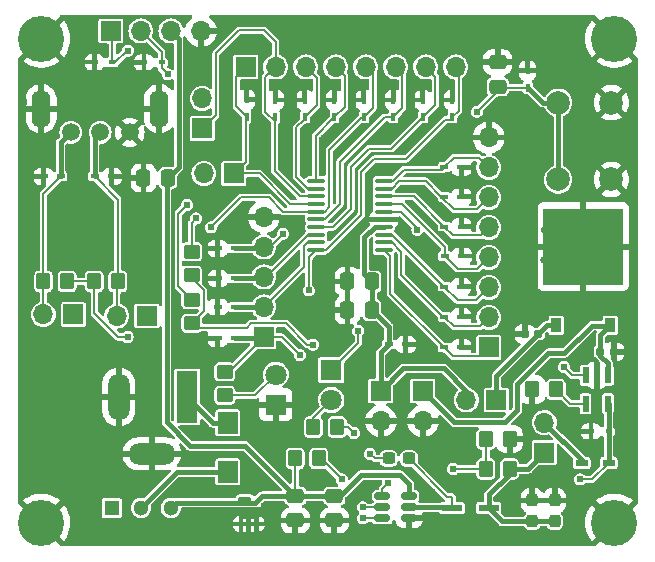
<source format=gbr>
%TF.GenerationSoftware,KiCad,Pcbnew,8.0.3*%
%TF.CreationDate,2024-08-05T20:49:33+08:00*%
%TF.ProjectId,PC_Fan_Control,50435f46-616e-45f4-936f-6e74726f6c2e,v1.0*%
%TF.SameCoordinates,Original*%
%TF.FileFunction,Copper,L1,Top*%
%TF.FilePolarity,Positive*%
%FSLAX46Y46*%
G04 Gerber Fmt 4.6, Leading zero omitted, Abs format (unit mm)*
G04 Created by KiCad (PCBNEW 8.0.3) date 2024-08-05 20:49:33*
%MOMM*%
%LPD*%
G01*
G04 APERTURE LIST*
G04 Aperture macros list*
%AMRoundRect*
0 Rectangle with rounded corners*
0 $1 Rounding radius*
0 $2 $3 $4 $5 $6 $7 $8 $9 X,Y pos of 4 corners*
0 Add a 4 corners polygon primitive as box body*
4,1,4,$2,$3,$4,$5,$6,$7,$8,$9,$2,$3,0*
0 Add four circle primitives for the rounded corners*
1,1,$1+$1,$2,$3*
1,1,$1+$1,$4,$5*
1,1,$1+$1,$6,$7*
1,1,$1+$1,$8,$9*
0 Add four rect primitives between the rounded corners*
20,1,$1+$1,$2,$3,$4,$5,0*
20,1,$1+$1,$4,$5,$6,$7,0*
20,1,$1+$1,$6,$7,$8,$9,0*
20,1,$1+$1,$8,$9,$2,$3,0*%
G04 Aperture macros list end*
%TA.AperFunction,Conductor*%
%ADD10C,0.200000*%
%TD*%
%TA.AperFunction,SMDPad,CuDef*%
%ADD11RoundRect,0.155000X0.212500X0.155000X-0.212500X0.155000X-0.212500X-0.155000X0.212500X-0.155000X0*%
%TD*%
%TA.AperFunction,SMDPad,CuDef*%
%ADD12RoundRect,0.237500X0.237500X-0.300000X0.237500X0.300000X-0.237500X0.300000X-0.237500X-0.300000X0*%
%TD*%
%TA.AperFunction,ComponentPad*%
%ADD13R,1.700000X1.700000*%
%TD*%
%TA.AperFunction,ComponentPad*%
%ADD14O,1.700000X1.700000*%
%TD*%
%TA.AperFunction,SMDPad,CuDef*%
%ADD15R,0.670000X0.420000*%
%TD*%
%TA.AperFunction,SMDPad,CuDef*%
%ADD16R,0.420000X0.670000*%
%TD*%
%TA.AperFunction,SMDPad,CuDef*%
%ADD17R,0.609600X0.355600*%
%TD*%
%TA.AperFunction,ComponentPad*%
%ADD18C,3.900000*%
%TD*%
%TA.AperFunction,SMDPad,CuDef*%
%ADD19RoundRect,0.250000X0.450000X-0.350000X0.450000X0.350000X-0.450000X0.350000X-0.450000X-0.350000X0*%
%TD*%
%TA.AperFunction,SMDPad,CuDef*%
%ADD20R,1.750000X0.600000*%
%TD*%
%TA.AperFunction,SMDPad,CuDef*%
%ADD21R,1.085000X0.550000*%
%TD*%
%TA.AperFunction,SMDPad,CuDef*%
%ADD22R,1.670000X1.870000*%
%TD*%
%TA.AperFunction,SMDPad,CuDef*%
%ADD23RoundRect,0.250000X0.350000X0.450000X-0.350000X0.450000X-0.350000X-0.450000X0.350000X-0.450000X0*%
%TD*%
%TA.AperFunction,SMDPad,CuDef*%
%ADD24RoundRect,0.250000X0.337500X0.475000X-0.337500X0.475000X-0.337500X-0.475000X0.337500X-0.475000X0*%
%TD*%
%TA.AperFunction,SMDPad,CuDef*%
%ADD25R,0.558800X1.320800*%
%TD*%
%TA.AperFunction,ComponentPad*%
%ADD26C,2.000000*%
%TD*%
%TA.AperFunction,SMDPad,CuDef*%
%ADD27RoundRect,0.250000X-0.475000X0.337500X-0.475000X-0.337500X0.475000X-0.337500X0.475000X0.337500X0*%
%TD*%
%TA.AperFunction,ComponentPad*%
%ADD28R,1.800000X1.800000*%
%TD*%
%TA.AperFunction,ComponentPad*%
%ADD29C,1.800000*%
%TD*%
%TA.AperFunction,SMDPad,CuDef*%
%ADD30RoundRect,0.250000X-0.350000X-0.450000X0.350000X-0.450000X0.350000X0.450000X-0.350000X0.450000X0*%
%TD*%
%TA.AperFunction,SMDPad,CuDef*%
%ADD31RoundRect,0.093750X0.106250X-0.093750X0.106250X0.093750X-0.106250X0.093750X-0.106250X-0.093750X0*%
%TD*%
%TA.AperFunction,HeatsinkPad*%
%ADD32R,1.600000X1.000000*%
%TD*%
%TA.AperFunction,ComponentPad*%
%ADD33R,1.800000X4.400000*%
%TD*%
%TA.AperFunction,ComponentPad*%
%ADD34O,1.800000X4.000000*%
%TD*%
%TA.AperFunction,ComponentPad*%
%ADD35O,4.000000X1.800000*%
%TD*%
%TA.AperFunction,SMDPad,CuDef*%
%ADD36RoundRect,0.237500X-0.300000X-0.237500X0.300000X-0.237500X0.300000X0.237500X-0.300000X0.237500X0*%
%TD*%
%TA.AperFunction,ComponentPad*%
%ADD37R,1.300000X1.300000*%
%TD*%
%TA.AperFunction,ComponentPad*%
%ADD38C,1.300000*%
%TD*%
%TA.AperFunction,SMDPad,CuDef*%
%ADD39RoundRect,0.100000X0.637500X0.100000X-0.637500X0.100000X-0.637500X-0.100000X0.637500X-0.100000X0*%
%TD*%
%TA.AperFunction,SMDPad,CuDef*%
%ADD40R,0.889000X1.219200*%
%TD*%
%TA.AperFunction,SMDPad,CuDef*%
%ADD41R,6.731000X6.502400*%
%TD*%
%TA.AperFunction,SMDPad,CuDef*%
%ADD42RoundRect,0.250000X0.475000X-0.337500X0.475000X0.337500X-0.475000X0.337500X-0.475000X-0.337500X0*%
%TD*%
%TA.AperFunction,SMDPad,CuDef*%
%ADD43RoundRect,0.155000X-0.212500X-0.155000X0.212500X-0.155000X0.212500X0.155000X-0.212500X0.155000X0*%
%TD*%
%TA.AperFunction,SMDPad,CuDef*%
%ADD44RoundRect,0.250000X-0.450000X0.350000X-0.450000X-0.350000X0.450000X-0.350000X0.450000X0.350000X0*%
%TD*%
%TA.AperFunction,SMDPad,CuDef*%
%ADD45RoundRect,0.150000X0.512500X0.150000X-0.512500X0.150000X-0.512500X-0.150000X0.512500X-0.150000X0*%
%TD*%
%TA.AperFunction,ComponentPad*%
%ADD46C,1.500000*%
%TD*%
%TA.AperFunction,ComponentPad*%
%ADD47O,1.600000X3.200000*%
%TD*%
%TA.AperFunction,ViaPad*%
%ADD48C,0.609600*%
%TD*%
%TA.AperFunction,ViaPad*%
%ADD49C,0.508000*%
%TD*%
%TA.AperFunction,ViaPad*%
%ADD50C,0.660400*%
%TD*%
%TA.AperFunction,ViaPad*%
%ADD51C,0.558800*%
%TD*%
%TA.AperFunction,ViaPad*%
%ADD52C,0.711200*%
%TD*%
%TA.AperFunction,Conductor*%
%ADD53C,0.381000*%
%TD*%
%TA.AperFunction,Conductor*%
%ADD54C,0.203200*%
%TD*%
G04 APERTURE END LIST*
%TO.N,+12V*%
D10*
X125788667Y-136793200D02*
X126728467Y-136793200D01*
X126728467Y-137148800D01*
X125788667Y-137148800D01*
X125788667Y-136793200D01*
%TA.AperFunction,Conductor*%
G36*
X125788667Y-136793200D02*
G01*
X126728467Y-136793200D01*
X126728467Y-137148800D01*
X125788667Y-137148800D01*
X125788667Y-136793200D01*
G37*
%TD.AperFunction*%
%TD*%
D11*
%TO.P,C7,1*%
%TO.N,Net-(JP2-A)*%
X151102967Y-122890600D03*
%TO.P,C7,2*%
%TO.N,GND*%
X149967967Y-122890600D03*
%TD*%
D12*
%TO.P,C4,1*%
%TO.N,Net-(JP1-A)*%
X150594500Y-138724400D03*
%TO.P,C4,2*%
%TO.N,GND*%
X150594500Y-136999400D03*
%TD*%
D13*
%TO.P,J6,1,Pin_1*%
%TO.N,+5V*%
X141328500Y-127728400D03*
D14*
%TO.P,J6,2,Pin_2*%
%TO.N,GND*%
X141328500Y-130268400D03*
%TD*%
D15*
%TO.P,D11,1*%
%TO.N,Net-(JP5-B)*%
X110679500Y-109567400D03*
%TO.P,D11,2*%
%TO.N,GND*%
X109229500Y-109567400D03*
%TD*%
D13*
%TO.P,JP3,1,A*%
%TO.N,/MCU/PA6*%
X122654500Y-105503400D03*
D14*
%TO.P,JP3,2,B*%
%TO.N,Net-(JP3-B)*%
X122654500Y-102963400D03*
%TD*%
D15*
%TO.P,D9,1*%
%TO.N,Net-(P2-SWDIO)*%
X125448500Y-118203400D03*
%TO.P,D9,2*%
%TO.N,GND*%
X123998500Y-118203400D03*
%TD*%
D13*
%TO.P,JP2,1,A*%
%TO.N,Net-(JP2-A)*%
X147551500Y-128490400D03*
D14*
%TO.P,JP2,2,B*%
%TO.N,+3.3V*%
X145011500Y-128490400D03*
%TD*%
D13*
%TO.P,J7,1,Pin_1*%
%TO.N,+3.3V*%
X137772500Y-127728400D03*
D14*
%TO.P,J7,2,Pin_2*%
%TO.N,GND*%
X137772500Y-130268400D03*
%TD*%
D15*
%TO.P,D8,1*%
%TO.N,Net-(P2-SWCLK)*%
X125411500Y-120616400D03*
%TO.P,D8,2*%
%TO.N,GND*%
X123961500Y-120616400D03*
%TD*%
%TO.P,D19,1*%
%TO.N,/MCU/PA3*%
X143150100Y-108780000D03*
%TO.P,D19,2*%
%TO.N,GND*%
X144600100Y-108780000D03*
%TD*%
D16*
%TO.P,D24,1*%
%TO.N,/MCU/PB0*%
X136345100Y-104540400D03*
%TO.P,D24,2*%
%TO.N,GND*%
X136345100Y-103090400D03*
%TD*%
D17*
%TO.P,U7,1*%
%TO.N,Net-(JP3-B)*%
X119212800Y-99915400D03*
%TO.P,U7,2*%
%TO.N,GND*%
X117714200Y-99915400D03*
%TD*%
D18*
%TO.P,J3,1,GND*%
%TO.N,GND*%
X157535467Y-138890600D03*
%TD*%
D19*
%TO.P,R7,1*%
%TO.N,+5V*%
X121765500Y-121997400D03*
%TO.P,R7,2*%
%TO.N,Net-(JP3-B)*%
X121765500Y-119997400D03*
%TD*%
D15*
%TO.P,D7,1*%
%TO.N,+3.3V*%
X125411500Y-123283400D03*
%TO.P,D7,2*%
%TO.N,GND*%
X123961500Y-123283400D03*
%TD*%
D16*
%TO.P,D21,1*%
%TO.N,/MCU/PA6*%
X128849300Y-104540400D03*
%TO.P,D21,2*%
%TO.N,GND*%
X128849300Y-103090400D03*
%TD*%
%TO.P,D26,1*%
%TO.N,/MCU/PA12*%
X141342300Y-104540400D03*
%TO.P,D26,2*%
%TO.N,GND*%
X141342300Y-103090400D03*
%TD*%
D15*
%TO.P,D16,1*%
%TO.N,/MCU/PA0*%
X143175500Y-116298400D03*
%TO.P,D16,2*%
%TO.N,GND*%
X144625500Y-116298400D03*
%TD*%
D20*
%TO.P,L1,1,1*%
%TO.N,Net-(U1-SW)*%
X143811500Y-137634400D03*
%TO.P,L1,2,2*%
%TO.N,Net-(JP1-A)*%
X146911500Y-137634400D03*
%TD*%
D15*
%TO.P,D12,1*%
%TO.N,Net-(JP6-B)*%
X113547500Y-109567400D03*
%TO.P,D12,2*%
%TO.N,GND*%
X114997500Y-109567400D03*
%TD*%
D21*
%TO.P,D3,1*%
%TO.N,Net-(U3-IN)*%
X157071500Y-133824400D03*
%TO.P,D3,2*%
%TO.N,+5V_Raw*%
X154791500Y-133824400D03*
%TD*%
D22*
%TO.P,D1,1*%
%TO.N,Net-(S1-COM)*%
X124813500Y-134575600D03*
%TO.P,D1,2*%
%TO.N,Net-(J5-POWER)*%
X124813500Y-130425600D03*
%TD*%
D23*
%TO.P,R1,1*%
%TO.N,Net-(JP1-A)*%
X148673500Y-134332400D03*
%TO.P,R1,2*%
%TO.N,Net-(U1-VFB)*%
X146673500Y-134332400D03*
%TD*%
D24*
%TO.P,C10,1*%
%TO.N,+12V*%
X119755000Y-109694400D03*
%TO.P,C10,2*%
%TO.N,GND*%
X117680000Y-109694400D03*
%TD*%
D18*
%TO.P,J4,1,GND*%
%TO.N,GND*%
X109035467Y-138890600D03*
%TD*%
D25*
%TO.P,U3,1,OUT*%
%TO.N,+5V*%
X157005501Y-126407600D03*
%TO.P,U3,2,GND*%
%TO.N,GND*%
X156055500Y-126407600D03*
%TO.P,U3,3,FAULT*%
%TO.N,Net-(D4-K)*%
X155105499Y-126407600D03*
%TO.P,U3,4,EN*%
%TO.N,Net-(U3-EN)*%
X155105499Y-128795200D03*
%TO.P,U3,5,IN*%
%TO.N,Net-(U3-IN)*%
X157005501Y-128795200D03*
%TD*%
D26*
%TO.P,SW1,1,1*%
%TO.N,GND*%
X157289500Y-103321400D03*
X157289500Y-109821400D03*
%TO.P,SW1,2,2*%
%TO.N,NRST*%
X152789500Y-103321400D03*
X152789500Y-109821400D03*
%TD*%
D17*
%TO.P,U5,1*%
%TO.N,Net-(U3-IN)*%
X157058800Y-131157400D03*
%TO.P,U5,2*%
%TO.N,GND*%
X155560200Y-131157400D03*
%TD*%
D18*
%TO.P,J1,1,GND*%
%TO.N,GND*%
X157535467Y-97890600D03*
%TD*%
D15*
%TO.P,D2,1*%
%TO.N,+3.3V*%
X138439500Y-123791400D03*
%TO.P,D2,2*%
%TO.N,GND*%
X139889500Y-123791400D03*
%TD*%
D16*
%TO.P,D25,1*%
%TO.N,/MCU/PA11*%
X138843700Y-104540400D03*
%TO.P,D25,2*%
%TO.N,GND*%
X138843700Y-103090400D03*
%TD*%
D13*
%TO.P,JP1,1,A*%
%TO.N,Net-(JP1-A)*%
X151610500Y-132940400D03*
D14*
%TO.P,JP1,2,B*%
%TO.N,+5V_Raw*%
X151610500Y-130400400D03*
%TD*%
D13*
%TO.P,J9,1,Pin_1*%
%TO.N,/MCU/PA7*%
X126337500Y-100296400D03*
D14*
%TO.P,J9,2,Pin_2*%
%TO.N,/MCU/PA6*%
X128877500Y-100296400D03*
%TO.P,J9,3,Pin_3*%
%TO.N,/MCU/PA5*%
X131417500Y-100296400D03*
%TO.P,J9,4,Pin_4*%
%TO.N,/MCU/PA4*%
X133957500Y-100296400D03*
%TO.P,J9,5,Pin_5*%
%TO.N,/MCU/PB0*%
X136497500Y-100296400D03*
%TO.P,J9,6,Pin_6*%
%TO.N,/MCU/PA11*%
X139037500Y-100296400D03*
%TO.P,J9,7,Pin_7*%
%TO.N,/MCU/PA12*%
X141577500Y-100296400D03*
%TO.P,J9,8,Pin_8*%
%TO.N,/MCU/PB5*%
X144117500Y-100296400D03*
%TD*%
D27*
%TO.P,C2,1*%
%TO.N,+12V*%
X130528500Y-136618400D03*
%TO.P,C2,2*%
%TO.N,GND*%
X130528500Y-138693400D03*
%TD*%
D28*
%TO.P,D5,1,K*%
%TO.N,GND*%
X128877500Y-128876400D03*
D29*
%TO.P,D5,2,A*%
%TO.N,Net-(D5-A)*%
X128877500Y-126336400D03*
%TD*%
D30*
%TO.P,R2,1*%
%TO.N,+12V*%
X130528500Y-133443400D03*
%TO.P,R2,2*%
%TO.N,Net-(U1-EN)*%
X132528500Y-133443400D03*
%TD*%
D23*
%TO.P,R9,1*%
%TO.N,+3.3V*%
X111208500Y-118457400D03*
%TO.P,R9,2*%
%TO.N,Net-(JP5-B)*%
X109208500Y-118457400D03*
%TD*%
D31*
%TO.P,U2,1,GND*%
%TO.N,GND*%
X125936467Y-138974600D03*
%TO.P,U2,2,GND*%
X126586467Y-138974600D03*
%TO.P,U2,3,GND*%
X127236467Y-138974600D03*
%TO.P,U2,4,IN*%
%TO.N,+12V*%
X127236467Y-137199600D03*
%TO.P,U2,5,IN*%
X126586467Y-137199600D03*
%TO.P,U2,6,IN*%
X125936467Y-137199600D03*
D32*
%TO.P,U2,7,GND*%
%TO.N,GND*%
X126586467Y-138087100D03*
%TD*%
D15*
%TO.P,D10,1*%
%TO.N,NRST*%
X125411500Y-115663400D03*
%TO.P,D10,2*%
%TO.N,GND*%
X123961500Y-115663400D03*
%TD*%
D30*
%TO.P,R10,1*%
%TO.N,+3.3V*%
X113510500Y-118457400D03*
%TO.P,R10,2*%
%TO.N,Net-(JP6-B)*%
X115510500Y-118457400D03*
%TD*%
D33*
%TO.P,J5,1,POWER*%
%TO.N,Net-(J5-POWER)*%
X121384500Y-128236400D03*
D34*
%TO.P,J5,2,GND_1*%
%TO.N,GND*%
X115584500Y-128236400D03*
D35*
%TO.P,J5,3,GND_2*%
X118384500Y-133036400D03*
%TD*%
D17*
%TO.P,U6,1*%
%TO.N,Net-(JP4-B)*%
X115035467Y-99890600D03*
%TO.P,U6,2*%
%TO.N,GND*%
X113536867Y-99890600D03*
%TD*%
D16*
%TO.P,D23,1*%
%TO.N,/MCU/PA4*%
X133846500Y-104540400D03*
%TO.P,D23,2*%
%TO.N,GND*%
X133846500Y-103090400D03*
%TD*%
D15*
%TO.P,D14,1*%
%TO.N,/MCU/PC14*%
X143124700Y-121434400D03*
%TO.P,D14,2*%
%TO.N,GND*%
X144574700Y-121434400D03*
%TD*%
D13*
%TO.P,JP6,1,A*%
%TO.N,/MCU/PB0*%
X117955500Y-121378400D03*
D14*
%TO.P,JP6,2,B*%
%TO.N,Net-(JP6-B)*%
X115415500Y-121378400D03*
%TD*%
D13*
%TO.P,JP4,1,A*%
%TO.N,/MCU/PA7*%
X125326500Y-109313400D03*
D14*
%TO.P,JP4,2,B*%
%TO.N,Net-(JP4-B)*%
X122786500Y-109313400D03*
%TD*%
D15*
%TO.P,D18,1*%
%TO.N,/MCU/PA2*%
X143150100Y-111294600D03*
%TO.P,D18,2*%
%TO.N,GND*%
X144600100Y-111294600D03*
%TD*%
D23*
%TO.P,R5,1*%
%TO.N,Net-(U3-EN)*%
X152610500Y-127601400D03*
%TO.P,R5,2*%
%TO.N,GND*%
X150610500Y-127601400D03*
%TD*%
D15*
%TO.P,D15,1*%
%TO.N,/MCU/PC15*%
X143124700Y-118889200D03*
%TO.P,D15,2*%
%TO.N,GND*%
X144574700Y-118889200D03*
%TD*%
D16*
%TO.P,D6,1*%
%TO.N,NRST*%
X150213500Y-102037400D03*
%TO.P,D6,2*%
%TO.N,GND*%
X150213500Y-100587400D03*
%TD*%
D18*
%TO.P,J2,1,GND*%
%TO.N,GND*%
X109035467Y-97890600D03*
%TD*%
D28*
%TO.P,D4,1,K*%
%TO.N,Net-(D4-K)*%
X133581500Y-125950400D03*
D29*
%TO.P,D4,2,A*%
%TO.N,Net-(D4-A)*%
X133581500Y-128490400D03*
%TD*%
D13*
%TO.P,P1,1,PWM*%
%TO.N,Net-(JP4-B)*%
X114915467Y-97248400D03*
D14*
%TO.P,P1,2,TAC*%
%TO.N,Net-(JP3-B)*%
X117455467Y-97248400D03*
%TO.P,P1,3,+12V*%
%TO.N,+12V*%
X119995467Y-97248400D03*
%TO.P,P1,4,GND*%
%TO.N,GND*%
X122535467Y-97248400D03*
%TD*%
D12*
%TO.P,C5,1*%
%TO.N,Net-(JP1-A)*%
X152499500Y-138724400D03*
%TO.P,C5,2*%
%TO.N,GND*%
X152499500Y-136999400D03*
%TD*%
D24*
%TO.P,C8,1*%
%TO.N,+3.3V*%
X137027000Y-118457400D03*
%TO.P,C8,2*%
%TO.N,GND*%
X134952000Y-118457400D03*
%TD*%
D13*
%TO.P,JP5,1,A*%
%TO.N,/MCU/PB5*%
X111737500Y-121251400D03*
D14*
%TO.P,JP5,2,B*%
%TO.N,Net-(JP5-B)*%
X109197500Y-121251400D03*
%TD*%
D36*
%TO.P,C1,1*%
%TO.N,Net-(U1-VBST)*%
X138429000Y-133443400D03*
%TO.P,C1,2*%
%TO.N,Net-(U1-SW)*%
X140154000Y-133443400D03*
%TD*%
D37*
%TO.P,S1,1,NC*%
%TO.N,unconnected-(S1-NC-Pad1)*%
X114987500Y-137634400D03*
D38*
%TO.P,S1,2,COM*%
%TO.N,Net-(S1-COM)*%
X117487500Y-137634400D03*
%TO.P,S1,3,NO*%
%TO.N,+12V*%
X119987500Y-137634400D03*
%TD*%
D15*
%TO.P,D17,1*%
%TO.N,/MCU/PA1*%
X143163900Y-113809200D03*
%TO.P,D17,2*%
%TO.N,GND*%
X144613900Y-113809200D03*
%TD*%
D16*
%TO.P,D22,1*%
%TO.N,/MCU/PA5*%
X131347900Y-104540400D03*
%TO.P,D22,2*%
%TO.N,GND*%
X131347900Y-103090400D03*
%TD*%
D19*
%TO.P,R8,1*%
%TO.N,+5V*%
X121765500Y-117933400D03*
%TO.P,R8,2*%
%TO.N,Net-(JP4-B)*%
X121765500Y-115933400D03*
%TD*%
D39*
%TO.P,U8,1,PB7/PB8*%
%TO.N,/MCU/PB7*%
X138031500Y-115790400D03*
%TO.P,U8,2,PC14/PB9*%
%TO.N,/MCU/PC14*%
X138031500Y-115140400D03*
%TO.P,U8,3,PC15*%
%TO.N,/MCU/PC15*%
X138031500Y-114490400D03*
%TO.P,U8,4,VDD*%
%TO.N,+3.3V*%
X138031500Y-113840400D03*
%TO.P,U8,5,VSS*%
%TO.N,GND*%
X138031500Y-113190400D03*
%TO.P,U8,6,NRST*%
%TO.N,NRST*%
X138031500Y-112540400D03*
%TO.P,U8,7,PA0*%
%TO.N,/MCU/PA0*%
X138031500Y-111890400D03*
%TO.P,U8,8,PA1*%
%TO.N,/MCU/PA1*%
X138031500Y-111240400D03*
%TO.P,U8,9,PA2*%
%TO.N,/MCU/PA2*%
X138031500Y-110590400D03*
%TO.P,U8,10,PA3*%
%TO.N,/MCU/PA3*%
X138031500Y-109940400D03*
%TO.P,U8,11,PA4*%
%TO.N,/MCU/PA4*%
X132306500Y-109940400D03*
%TO.P,U8,12,PA5*%
%TO.N,/MCU/PA5*%
X132306500Y-110590400D03*
%TO.P,U8,13,PA6*%
%TO.N,/MCU/PA6*%
X132306500Y-111240400D03*
%TO.P,U8,14,PA7*%
%TO.N,/MCU/PA7*%
X132306500Y-111890400D03*
%TO.P,U8,15,PB0/PB1/PB2/PA8*%
%TO.N,/MCU/PB0*%
X132306500Y-112540400D03*
%TO.P,U8,16,PA11/PA9*%
%TO.N,/MCU/PA11*%
X132306500Y-113190400D03*
%TO.P,U8,17,PA12/PA10*%
%TO.N,/MCU/PA12*%
X132306500Y-113840400D03*
%TO.P,U8,18,SYS_SWDIO*%
%TO.N,Net-(P2-SWDIO)*%
X132306500Y-114490400D03*
%TO.P,U8,19,SYS_SWCLK*%
%TO.N,Net-(P2-SWCLK)*%
X132306500Y-115140400D03*
%TO.P,U8,20,PB3/PB4/PB5/PB6*%
%TO.N,/MCU/PB5*%
X132306500Y-115790400D03*
%TD*%
D40*
%TO.P,U4,1,Vout*%
%TO.N,Net-(JP2-A)*%
X152627500Y-122165800D03*
D41*
%TO.P,U4,2,GND*%
%TO.N,GND*%
X154912500Y-115511000D03*
D40*
%TO.P,U4,3,Vin*%
%TO.N,+5V*%
X157197500Y-122165800D03*
%TD*%
D42*
%TO.P,C11,1*%
%TO.N,NRST*%
X147673500Y-101968900D03*
%TO.P,C11,2*%
%TO.N,GND*%
X147673500Y-99893900D03*
%TD*%
D43*
%TO.P,C6,1*%
%TO.N,+5V*%
X156367967Y-124390600D03*
%TO.P,C6,2*%
%TO.N,GND*%
X157502967Y-124390600D03*
%TD*%
D44*
%TO.P,R6,1*%
%TO.N,+3.3V*%
X124559500Y-126093400D03*
%TO.P,R6,2*%
%TO.N,Net-(D5-A)*%
X124559500Y-128093400D03*
%TD*%
D16*
%TO.P,D27,1*%
%TO.N,/MCU/PB5*%
X143840900Y-104540400D03*
%TO.P,D27,2*%
%TO.N,GND*%
X143840900Y-103090400D03*
%TD*%
%TO.P,D20,1*%
%TO.N,/MCU/PA7*%
X126407000Y-104497100D03*
%TO.P,D20,2*%
%TO.N,GND*%
X126407000Y-103047100D03*
%TD*%
D15*
%TO.P,D13,1*%
%TO.N,/MCU/PB7*%
X143150100Y-124045400D03*
%TO.P,D13,2*%
%TO.N,GND*%
X144600100Y-124045400D03*
%TD*%
D24*
%TO.P,C9,1*%
%TO.N,+3.3V*%
X137027000Y-120870400D03*
%TO.P,C9,2*%
%TO.N,GND*%
X134952000Y-120870400D03*
%TD*%
D27*
%TO.P,C3,1*%
%TO.N,+12V*%
X133830500Y-136618400D03*
%TO.P,C3,2*%
%TO.N,GND*%
X133830500Y-138693400D03*
%TD*%
D45*
%TO.P,U1,1,GND*%
%TO.N,GND*%
X140180500Y-138518400D03*
%TO.P,U1,2,SW*%
%TO.N,Net-(U1-SW)*%
X140180500Y-137568400D03*
%TO.P,U1,3,VIN*%
%TO.N,+12V*%
X140180500Y-136618400D03*
%TO.P,U1,4,VFB*%
%TO.N,Net-(U1-VFB)*%
X137905500Y-136618400D03*
%TO.P,U1,5,EN*%
%TO.N,Net-(U1-EN)*%
X137905500Y-137568400D03*
%TO.P,U1,6,VBST*%
%TO.N,Net-(U1-VBST)*%
X137905500Y-138518400D03*
%TD*%
D13*
%TO.P,J8,1,Pin_1*%
%TO.N,/MCU/PB7*%
X146911500Y-124045400D03*
D14*
%TO.P,J8,2,Pin_2*%
%TO.N,/MCU/PC14*%
X146911500Y-121505400D03*
%TO.P,J8,3,Pin_3*%
%TO.N,/MCU/PC15*%
X146911500Y-118965400D03*
%TO.P,J8,4,Pin_4*%
%TO.N,/MCU/PA0*%
X146911500Y-116425400D03*
%TO.P,J8,5,Pin_5*%
%TO.N,/MCU/PA1*%
X146911500Y-113885400D03*
%TO.P,J8,6,Pin_6*%
%TO.N,/MCU/PA2*%
X146911500Y-111345400D03*
%TO.P,J8,7,Pin_7*%
%TO.N,/MCU/PA3*%
X146911500Y-108805400D03*
%TO.P,J8,8,Pin_8*%
%TO.N,GND*%
X146911500Y-106265400D03*
%TD*%
D30*
%TO.P,R3,1*%
%TO.N,Net-(U1-VFB)*%
X146673500Y-131792400D03*
%TO.P,R3,2*%
%TO.N,GND*%
X148673500Y-131792400D03*
%TD*%
D23*
%TO.P,R4,1*%
%TO.N,Net-(U3-IN)*%
X134068500Y-130776400D03*
%TO.P,R4,2*%
%TO.N,Net-(D4-A)*%
X132068500Y-130776400D03*
%TD*%
D13*
%TO.P,P2,1,T_VCC*%
%TO.N,+3.3V*%
X127861500Y-123156400D03*
D14*
%TO.P,P2,2,SWCLK*%
%TO.N,Net-(P2-SWCLK)*%
X127861500Y-120616400D03*
%TO.P,P2,3,SWDIO*%
%TO.N,Net-(P2-SWDIO)*%
X127861500Y-118076400D03*
%TO.P,P2,4,NRST*%
%TO.N,NRST*%
X127861500Y-115536400D03*
%TO.P,P2,5,GND*%
%TO.N,GND*%
X127861500Y-112996400D03*
%TD*%
D46*
%TO.P,U9,A1,A*%
%TO.N,Net-(JP5-B)*%
X111518500Y-105837400D03*
%TO.P,U9,B1,B*%
%TO.N,Net-(JP6-B)*%
X114018500Y-105837400D03*
%TO.P,U9,C1,GROUND*%
%TO.N,GND*%
X116518500Y-105837400D03*
D47*
%TO.P,U9,MH1,MH1*%
X109018500Y-103837400D03*
%TO.P,U9,MH2,MH2*%
X119018500Y-103837400D03*
%TD*%
D48*
%TO.N,+5V*%
X132052500Y-123816800D03*
%TO.N,+3.3V*%
X130909500Y-124680400D03*
X116329900Y-123156400D03*
%TO.N,GND*%
X153525467Y-129579600D03*
X152255467Y-140374600D03*
X152509467Y-96432600D03*
X128699700Y-137685200D03*
X137640500Y-108856200D03*
D49*
X156065467Y-112815600D03*
D50*
X155430467Y-116625600D03*
D48*
X143746467Y-133008600D03*
X139809467Y-96432600D03*
X133078467Y-121451600D03*
X125677100Y-113707600D03*
X124432500Y-139056800D03*
X140205900Y-117009600D03*
X130792467Y-128817600D03*
X123619700Y-119422600D03*
D49*
X154160467Y-112815600D03*
D48*
X117965467Y-118022600D03*
X128699700Y-138726600D03*
X107551467Y-100750600D03*
X114155467Y-140374600D03*
X127635467Y-98465600D03*
D50*
X151620467Y-116625600D03*
D48*
X127236467Y-102020600D03*
X139697900Y-114012400D03*
X130376100Y-116882600D03*
X122451300Y-123867600D03*
X131468300Y-107789400D03*
X107551467Y-123610600D03*
X139936467Y-121832600D03*
D49*
X157970467Y-112815600D03*
D48*
X149969467Y-96432600D03*
X132814500Y-104258800D03*
X140952467Y-105957600D03*
X147175467Y-140374600D03*
X112062700Y-110939000D03*
X113266467Y-123991600D03*
X136192700Y-139666400D03*
X131935467Y-140374600D03*
X133078467Y-122975600D03*
X123060467Y-99415600D03*
X149756300Y-109973800D03*
X152636467Y-134532600D03*
X127871467Y-135294600D03*
X134475467Y-140374600D03*
X150350467Y-135167600D03*
X117965467Y-123864600D03*
X127963100Y-108602200D03*
X155049467Y-96432600D03*
X123594300Y-112437600D03*
X136853100Y-133976800D03*
X135532300Y-116831800D03*
X126601467Y-126150600D03*
X129649467Y-96432600D03*
X141587467Y-115736600D03*
X149715467Y-140374600D03*
X139494700Y-107433800D03*
D50*
X157335467Y-116625600D03*
D48*
X121521467Y-133770600D03*
X116050500Y-108500600D03*
X107551467Y-115990600D03*
X159113467Y-110910600D03*
X122664467Y-136437600D03*
X122664467Y-137961600D03*
X143279300Y-117619200D03*
X135745467Y-126404600D03*
X136761467Y-123483600D03*
X135989500Y-136389800D03*
X144635467Y-140374600D03*
X137269467Y-96432600D03*
X127109467Y-96432600D03*
X144762467Y-131103600D03*
X155938467Y-132627600D03*
X137615100Y-106062200D03*
X149730900Y-115282400D03*
X153906467Y-136056600D03*
X142349467Y-96432600D03*
D50*
X153525467Y-116625600D03*
D48*
X107551467Y-131230600D03*
X124569467Y-96432600D03*
D51*
X157335467Y-114085600D03*
D48*
X134602467Y-122975600D03*
X145143467Y-125896600D03*
X149807100Y-117873200D03*
X140063467Y-119800600D03*
D51*
X155430467Y-114085600D03*
D48*
X112123467Y-109818400D03*
X142123797Y-136275303D03*
X124315467Y-140374600D03*
X157970467Y-115355600D03*
X159113467Y-133770600D03*
X156065467Y-115355600D03*
X138031467Y-102020600D03*
X111869467Y-96432600D03*
X120546300Y-123842200D03*
X154795467Y-140374600D03*
X119235467Y-140374600D03*
X159113467Y-100750600D03*
X159113467Y-108370600D03*
X143736500Y-135297600D03*
X117965467Y-125388600D03*
X135618467Y-101893600D03*
X114409467Y-122975600D03*
X119733500Y-106468600D03*
X132204900Y-137634400D03*
D51*
X151620467Y-114085600D03*
D48*
X141333467Y-123356600D03*
X154160467Y-115355600D03*
X159113467Y-103290600D03*
X123416500Y-116908000D03*
X129715700Y-105478000D03*
D52*
X152255467Y-117895600D03*
D48*
X148994300Y-137888400D03*
X116695467Y-140374600D03*
X127658300Y-105173200D03*
X127251900Y-132198800D03*
X149588467Y-125642600D03*
X149705500Y-104716000D03*
X140444467Y-102020600D03*
X149807100Y-107433800D03*
X122410467Y-107354600D03*
X107551467Y-110910600D03*
X141907700Y-138396400D03*
X118854467Y-119419600D03*
X107551467Y-108370600D03*
X145057300Y-135272200D03*
X144889467Y-133008600D03*
X121775467Y-140374600D03*
X107551467Y-133770600D03*
X159113467Y-126150600D03*
X140307500Y-104157200D03*
X128039300Y-132960800D03*
X107551467Y-118530600D03*
X143365467Y-131230600D03*
X116126700Y-110837400D03*
X149832500Y-112717000D03*
X133078467Y-102020600D03*
X107551467Y-103290600D03*
X137792900Y-116882600D03*
X129395467Y-140374600D03*
X159113467Y-105830600D03*
X132992300Y-106316200D03*
X121902467Y-101258600D03*
X136507467Y-125134600D03*
X132484300Y-116857200D03*
X135618467Y-125388600D03*
X159113467Y-123610600D03*
X132189467Y-96432600D03*
X141079467Y-110656600D03*
X130934900Y-121175200D03*
X109202467Y-108370600D03*
X143238467Y-101893600D03*
X159113467Y-113450600D03*
X142095467Y-140374600D03*
X149832500Y-120210000D03*
D52*
X157970467Y-117895600D03*
D48*
X159113467Y-121070600D03*
X150731467Y-124626600D03*
X143228500Y-107738600D03*
X154235467Y-125190600D03*
X134211500Y-107459200D03*
X141333467Y-118530600D03*
X159113467Y-131230600D03*
X129893500Y-109161000D03*
X159113467Y-115990600D03*
X143279300Y-120210000D03*
X125372300Y-107103600D03*
X107551467Y-105830600D03*
X142720500Y-104182600D03*
X131554467Y-127293600D03*
X144889467Y-96432600D03*
X124696467Y-137961600D03*
X148994300Y-136059600D03*
X137015467Y-140374600D03*
X130553900Y-114241000D03*
X139555467Y-140374600D03*
X154633100Y-136847000D03*
X107551467Y-126150600D03*
X123426467Y-121705600D03*
X111615467Y-140374600D03*
X152255467Y-115355600D03*
D52*
X156065467Y-117895600D03*
D48*
X139809467Y-131611600D03*
X150111900Y-99204200D03*
X135491467Y-115228600D03*
X134475467Y-115609600D03*
X134729467Y-96432600D03*
X142603467Y-133008600D03*
D52*
X154160467Y-117895600D03*
D48*
X130833300Y-118863800D03*
X135745467Y-127547600D03*
X147429467Y-96432600D03*
X159113467Y-118530600D03*
X140866300Y-135069000D03*
X125331467Y-105322600D03*
X159113467Y-136310600D03*
X138453300Y-120489400D03*
X107551467Y-128690600D03*
X137767500Y-103903200D03*
X135618467Y-128944600D03*
X120470100Y-111548600D03*
X135633900Y-134053000D03*
X136903900Y-135729400D03*
X124696467Y-136437600D03*
X139342300Y-119016200D03*
X107551467Y-113450600D03*
X159113467Y-128690600D03*
X141044100Y-108043400D03*
X135227500Y-104284200D03*
X107551467Y-121070600D03*
D51*
X153525467Y-114085600D03*
D48*
X126855467Y-140374600D03*
D49*
X152255467Y-112815600D03*
D48*
X143152300Y-109872200D03*
X138554900Y-108805400D03*
X141907700Y-139488600D03*
X130157467Y-102147600D03*
%TO.N,NRST*%
X145908200Y-104093700D03*
X129512500Y-114418800D03*
X140867047Y-114087853D03*
%TO.N,/MCU/PB5*%
X131671500Y-119219400D03*
%TO.N,/MCU/PB0*%
X123416500Y-113885400D03*
%TO.N,Net-(U1-VBST)*%
X136878500Y-133062400D03*
X136243500Y-138518400D03*
%TO.N,Net-(JP3-B)*%
X121359100Y-111980400D03*
X119733500Y-100931400D03*
%TO.N,Net-(JP4-B)*%
X116385467Y-98915600D03*
X122146500Y-113123400D03*
%TO.N,Net-(D4-K)*%
X153261500Y-125696400D03*
X135862500Y-122648400D03*
%TO.N,Net-(U3-IN)*%
X135481500Y-131284400D03*
X154658500Y-135221400D03*
%TO.N,Net-(U1-VFB)*%
X138402500Y-135538900D03*
X143888900Y-134332400D03*
%TO.N,Net-(U1-EN)*%
X134465500Y-135221400D03*
X136243500Y-137568400D03*
%TD*%
D53*
%TO.N,Net-(JP1-A)*%
X150541500Y-138777400D02*
X150594500Y-138724400D01*
X148054500Y-138777400D02*
X150541500Y-138777400D01*
X148673500Y-134729400D02*
X148673500Y-134332400D01*
X150594500Y-138724400D02*
X152499500Y-138724400D01*
X146911500Y-136491400D02*
X148673500Y-134729400D01*
X148673500Y-134332400D02*
X150218500Y-134332400D01*
X146911500Y-137634400D02*
X146911500Y-136491400D01*
X150218500Y-134332400D02*
X151610500Y-132940400D01*
X146911500Y-137634400D02*
X148054500Y-138777400D01*
%TO.N,+12V*%
X140180500Y-135602400D02*
X140180500Y-136618400D01*
X130528500Y-136618400D02*
X127725800Y-136618400D01*
X130528500Y-136618400D02*
X133830500Y-136618400D01*
X139418500Y-134840400D02*
X140180500Y-135602400D01*
X120428500Y-137193400D02*
X119987500Y-137634400D01*
X127150800Y-137193400D02*
X120428500Y-137193400D01*
X119631900Y-109817500D02*
X119631900Y-130371200D01*
X119995467Y-97248400D02*
X120655967Y-97908900D01*
X120655967Y-108793433D02*
X119755000Y-109694400D01*
D54*
X130528500Y-133443400D02*
X130528500Y-136618400D01*
D53*
X119631900Y-130371200D02*
X121634300Y-132373600D01*
X121634300Y-132373600D02*
X126283700Y-132373600D01*
X134338500Y-136618400D02*
X136116500Y-134840400D01*
X133830500Y-136618400D02*
X134338500Y-136618400D01*
X120655967Y-97908900D02*
X120655967Y-108793433D01*
X126283700Y-132373600D02*
X130528500Y-136618400D01*
X127725800Y-136618400D02*
X127150800Y-137193400D01*
X136116500Y-134840400D02*
X139418500Y-134840400D01*
X119755000Y-109694400D02*
X119631900Y-109817500D01*
D54*
%TO.N,+5V*%
X121765500Y-117933400D02*
X121765500Y-118178000D01*
D53*
X156367967Y-124390600D02*
X156367967Y-122995333D01*
D54*
X126769300Y-122001600D02*
X126401900Y-122369000D01*
D53*
X149324500Y-127170144D02*
X151969644Y-124525000D01*
D54*
X129703900Y-122001600D02*
X126769300Y-122001600D01*
X126401900Y-122369000D02*
X122137100Y-122369000D01*
X121765500Y-118178000D02*
X122770300Y-119182800D01*
D53*
X156367967Y-124728666D02*
X156367967Y-124390600D01*
D54*
X132052500Y-123816800D02*
X131519100Y-123816800D01*
X122770300Y-119182800D02*
X122770300Y-120992600D01*
D53*
X149324500Y-129355600D02*
X149324500Y-127170144D01*
X153322267Y-124525000D02*
X155656067Y-122191200D01*
D54*
X122770300Y-120992600D02*
X121765500Y-121997400D01*
D53*
X157005501Y-125366200D02*
X156367967Y-124728666D01*
X156367967Y-122995333D02*
X157197500Y-122165800D01*
X143995500Y-130395400D02*
X148284700Y-130395400D01*
X155656067Y-122191200D02*
X157172100Y-122191200D01*
X157172100Y-122191200D02*
X157197500Y-122165800D01*
X141328500Y-127728400D02*
X143995500Y-130395400D01*
D54*
X122137100Y-122369000D02*
X121765500Y-121997400D01*
D53*
X148284700Y-130395400D02*
X149324500Y-129355600D01*
D54*
X131519100Y-123816800D02*
X129703900Y-122001600D01*
D53*
X151969644Y-124525000D02*
X153322267Y-124525000D01*
X157005501Y-126407600D02*
X157005501Y-125366200D01*
%TO.N,Net-(JP2-A)*%
X151827767Y-122165800D02*
X151102967Y-122890600D01*
X152627500Y-122165800D02*
X151827767Y-122165800D01*
X147551500Y-126454841D02*
X151102967Y-122903374D01*
X151102967Y-122903374D02*
X151102967Y-122890600D01*
X147551500Y-128490400D02*
X147551500Y-126454841D01*
D54*
%TO.N,Net-(U3-EN)*%
X155105499Y-128795200D02*
X153804300Y-128795200D01*
X153804300Y-128795200D02*
X152610500Y-127601400D01*
D53*
%TO.N,+5V_Raw*%
X154791500Y-133824400D02*
X154791500Y-133581400D01*
X154791500Y-133581400D02*
X151610500Y-130400400D01*
D54*
%TO.N,+3.3V*%
X113510500Y-121106534D02*
X113510500Y-118457400D01*
X127861500Y-123156400D02*
X124924500Y-126093400D01*
X116329900Y-123156400D02*
X115560366Y-123156400D01*
D53*
X138439500Y-122282900D02*
X137027000Y-120870400D01*
X136370500Y-117800900D02*
X136370500Y-114712932D01*
X143101500Y-125823400D02*
X145011500Y-127733400D01*
X137243032Y-113840400D02*
X138031500Y-113840400D01*
X137772500Y-127728400D02*
X139677500Y-125823400D01*
D54*
X115560366Y-123156400D02*
X113510500Y-121106534D01*
D53*
X137772500Y-127728400D02*
X137772500Y-124458400D01*
X137772500Y-124458400D02*
X138439500Y-123791400D01*
X136370500Y-114712932D02*
X137243032Y-113840400D01*
X137027000Y-120870400D02*
X137027000Y-118457400D01*
X137027000Y-118457400D02*
X136370500Y-117800900D01*
D54*
X127861500Y-123156400D02*
X129385500Y-123156400D01*
D53*
X138439500Y-123791400D02*
X138439500Y-122282900D01*
D54*
X129385500Y-123156400D02*
X130909500Y-124680400D01*
D53*
X127734500Y-123283400D02*
X127861500Y-123156400D01*
D54*
X111208500Y-118457400D02*
X113510500Y-118457400D01*
D53*
X139677500Y-125823400D02*
X143101500Y-125823400D01*
D54*
X124924500Y-126093400D02*
X124559500Y-126093400D01*
D53*
X125411500Y-123283400D02*
X127734500Y-123283400D01*
X145011500Y-127733400D02*
X145011500Y-128490400D01*
D54*
%TO.N,GND*%
X139494700Y-107433800D02*
X139494700Y-107415367D01*
X141333467Y-123229600D02*
X141333467Y-123356600D01*
%TO.N,/MCU/PC15*%
X138031500Y-114490400D02*
X138725900Y-114490400D01*
X143124700Y-118889200D02*
X144267700Y-120032200D01*
X138725900Y-114490400D02*
X143124700Y-118889200D01*
X144267700Y-120032200D02*
X145844700Y-120032200D01*
X145844700Y-120032200D02*
X146911500Y-118965400D01*
D53*
%TO.N,NRST*%
X152789500Y-109821400D02*
X152789500Y-103321400D01*
D54*
X147742000Y-102037400D02*
X147673500Y-101968900D01*
X145908200Y-104093700D02*
X147673500Y-102328400D01*
X139470500Y-112540400D02*
X138031500Y-112540400D01*
D53*
X152789500Y-103321400D02*
X151497500Y-103321400D01*
D54*
X140867047Y-113936947D02*
X139470500Y-112540400D01*
X129512500Y-114418800D02*
X128394900Y-115536400D01*
X140867047Y-114087853D02*
X140867047Y-113936947D01*
D53*
X151497500Y-103321400D02*
X150213500Y-102037400D01*
D54*
X150213500Y-102037400D02*
X147742000Y-102037400D01*
X147673500Y-102328400D02*
X147673500Y-101968900D01*
D53*
X127734500Y-115663400D02*
X127861500Y-115536400D01*
X125411500Y-115663400D02*
X127734500Y-115663400D01*
D54*
X128394900Y-115536400D02*
X127861500Y-115536400D01*
%TO.N,/MCU/PA7*%
X132306500Y-111890400D02*
X130108300Y-111890400D01*
X130108300Y-111890400D02*
X127531300Y-109313400D01*
X126337500Y-108302400D02*
X125326500Y-109313400D01*
X126407000Y-104497100D02*
X125524700Y-103614800D01*
X126337500Y-104717100D02*
X126337500Y-108302400D01*
X125524700Y-103614800D02*
X125524700Y-101109200D01*
X127531300Y-109313400D02*
X125326500Y-109313400D01*
X125524700Y-101109200D02*
X126337500Y-100296400D01*
%TO.N,/MCU/PA0*%
X144267700Y-117390600D02*
X145946300Y-117390600D01*
X139531699Y-111890400D02*
X143175500Y-115534201D01*
X138031500Y-111890400D02*
X139531699Y-111890400D01*
X145946300Y-117390600D02*
X146911500Y-116425400D01*
X143175500Y-116298400D02*
X144267700Y-117390600D01*
X143175500Y-115534201D02*
X143175500Y-116298400D01*
%TO.N,/MCU/PB5*%
X143209500Y-104760400D02*
X143771400Y-104760400D01*
X131671500Y-116425400D02*
X132306500Y-115790400D01*
X143840900Y-104540400D02*
X144355700Y-104025600D01*
X139875700Y-108094200D02*
X143209500Y-104760400D01*
X132306500Y-115790400D02*
X133119300Y-115790400D01*
X144355700Y-100534600D02*
X144117500Y-100296400D01*
X131671500Y-119219400D02*
X131671500Y-116425400D01*
X136116500Y-112793200D02*
X136116500Y-109211800D01*
X137234100Y-108094200D02*
X139875700Y-108094200D01*
X136116500Y-109211800D02*
X137234100Y-108094200D01*
X133119300Y-115790400D02*
X136116500Y-112793200D01*
X144355700Y-104025600D02*
X144355700Y-100534600D01*
%TO.N,/MCU/PB7*%
X143150100Y-124045400D02*
X143912100Y-124807400D01*
X138031500Y-115790400D02*
X138580300Y-116339200D01*
X138580300Y-116339200D02*
X138580300Y-119475600D01*
X146149500Y-124807400D02*
X146911500Y-124045400D01*
X143912100Y-124807400D02*
X146149500Y-124807400D01*
X138580300Y-119475600D02*
X143150100Y-124045400D01*
%TO.N,/MCU/PC14*%
X146149500Y-122267400D02*
X146911500Y-121505400D01*
X138031500Y-115140400D02*
X138694246Y-115140400D01*
X143005100Y-121434400D02*
X143124700Y-121434400D01*
X143957700Y-122267400D02*
X146149500Y-122267400D01*
X139494700Y-115940854D02*
X139494700Y-117924000D01*
X138694246Y-115140400D02*
X139494700Y-115940854D01*
X139494700Y-117924000D02*
X143005100Y-121434400D01*
X143124700Y-121434400D02*
X143957700Y-122267400D01*
%TO.N,/MCU/PA1*%
X143163900Y-113809200D02*
X143900500Y-114545800D01*
X140595100Y-111240400D02*
X143163900Y-113809200D01*
X146251100Y-114545800D02*
X146911500Y-113885400D01*
X143900500Y-114545800D02*
X146251100Y-114545800D01*
X138031500Y-111240400D02*
X140595100Y-111240400D01*
%TO.N,/MCU/PA6*%
X128779800Y-104893800D02*
X127988500Y-104102500D01*
X128779800Y-109114100D02*
X128779800Y-104893800D01*
X128877500Y-98200633D02*
X128877500Y-100296400D01*
X127871467Y-97194600D02*
X128877500Y-98200633D01*
X128779800Y-104893800D02*
X128779800Y-104760400D01*
X123809300Y-99141600D02*
X125756300Y-97194600D01*
X122654500Y-105503400D02*
X123809300Y-104348600D01*
X130906100Y-111240400D02*
X128779800Y-109114100D01*
X127988500Y-104102500D02*
X127988500Y-101185400D01*
X125756300Y-97194600D02*
X127871467Y-97194600D01*
X123809300Y-104348600D02*
X123809300Y-99141600D01*
X132306500Y-111240400D02*
X130906100Y-111240400D01*
X127988500Y-101185400D02*
X128877500Y-100296400D01*
%TO.N,/MCU/PA2*%
X139336246Y-109948400D02*
X141571200Y-109948400D01*
X145895500Y-112361400D02*
X146911500Y-111345400D01*
X143984200Y-112361400D02*
X145895500Y-112361400D01*
X138694246Y-110590400D02*
X139336246Y-109948400D01*
X141571200Y-109948400D02*
X142897200Y-111274400D01*
X142897200Y-111274400D02*
X143984200Y-112361400D01*
X138031500Y-110590400D02*
X138694246Y-110590400D01*
%TO.N,/MCU/PB0*%
X132306500Y-112540400D02*
X129492134Y-112540400D01*
X128281334Y-111329600D02*
X125972300Y-111329600D01*
X137107100Y-103778400D02*
X137107100Y-100906000D01*
X129492134Y-112540400D02*
X128281334Y-111329600D01*
X132306500Y-112540400D02*
X133043999Y-112540400D01*
X133398700Y-107306800D02*
X136165100Y-104540400D01*
X136345100Y-104540400D02*
X137107100Y-103778400D01*
X133398700Y-112185699D02*
X133398700Y-107306800D01*
X137107100Y-100906000D02*
X136497500Y-100296400D01*
X125972300Y-111329600D02*
X123416500Y-113885400D01*
X133043999Y-112540400D02*
X133398700Y-112185699D01*
X136165100Y-104540400D02*
X136345100Y-104540400D01*
%TO.N,/MCU/PA4*%
X132306500Y-109940400D02*
X132255700Y-109889600D01*
X133846500Y-104540400D02*
X134719500Y-103667400D01*
X134719500Y-103667400D02*
X134719500Y-101058400D01*
X134719500Y-101058400D02*
X133957500Y-100296400D01*
X132255700Y-106131200D02*
X133846500Y-104540400D01*
X132255700Y-109889600D02*
X132255700Y-106131200D01*
%TO.N,/MCU/PA12*%
X138677500Y-107205200D02*
X141342300Y-104540400D01*
X132306500Y-113840400D02*
X133723100Y-113840400D01*
X142390300Y-101109200D02*
X141577500Y-100296400D01*
X135252900Y-108729200D02*
X136776900Y-107205200D01*
X141342300Y-104540400D02*
X142390300Y-103492400D01*
X135252900Y-112310600D02*
X135252900Y-108729200D01*
X133723100Y-113840400D02*
X135252900Y-112310600D01*
X142390300Y-103492400D02*
X142390300Y-101109200D01*
X136776900Y-107205200D02*
X138677500Y-107205200D01*
%TO.N,/MCU/PA11*%
X138095500Y-104540400D02*
X138843700Y-104540400D01*
X134313100Y-111921299D02*
X134313100Y-108322800D01*
X134313100Y-108322800D02*
X138095500Y-104540400D01*
X133043999Y-113190400D02*
X134313100Y-111921299D01*
X138843700Y-104540400D02*
X139596300Y-103787800D01*
X139596300Y-100855200D02*
X139037500Y-100296400D01*
X132306500Y-113190400D02*
X133043999Y-113190400D01*
X139596300Y-103787800D02*
X139596300Y-100855200D01*
%TO.N,/MCU/PA5*%
X132357300Y-101236200D02*
X131417500Y-100296400D01*
X130630100Y-109576746D02*
X130630100Y-105408700D01*
X131643754Y-110590400D02*
X130630100Y-109576746D01*
X132357300Y-103531000D02*
X132357300Y-101236200D01*
X131347900Y-104540400D02*
X132357300Y-103531000D01*
X132306500Y-110590400D02*
X131643754Y-110590400D01*
X130630100Y-105408700D02*
X131278400Y-104760400D01*
%TO.N,/MCU/PA3*%
X143150100Y-108780000D02*
X143937500Y-107992600D01*
X142921500Y-109008600D02*
X143150100Y-108780000D01*
X139701310Y-109008600D02*
X142921500Y-109008600D01*
X143937500Y-107992600D02*
X146098700Y-107992600D01*
X138031500Y-109940400D02*
X138769510Y-109940400D01*
X146098700Y-107992600D02*
X146911500Y-108805400D01*
X138769510Y-109940400D02*
X139701310Y-109008600D01*
%TO.N,Net-(U1-SW)*%
X143811500Y-136693400D02*
X143404000Y-136693400D01*
D53*
X143745500Y-137568400D02*
X143811500Y-137634400D01*
D54*
X143811500Y-137634400D02*
X143811500Y-136693400D01*
X143404000Y-136693400D02*
X140154000Y-133443400D01*
D53*
X140180500Y-137568400D02*
X143745500Y-137568400D01*
D54*
%TO.N,Net-(U1-VBST)*%
X138429000Y-133443400D02*
X137259500Y-133443400D01*
X137259500Y-133443400D02*
X136878500Y-133062400D01*
X136243500Y-138518400D02*
X137905500Y-138518400D01*
%TO.N,Net-(JP5-B)*%
X109208500Y-118457400D02*
X109208500Y-111038400D01*
X109208500Y-111038400D02*
X110679500Y-109567400D01*
X109197500Y-118468400D02*
X109208500Y-118457400D01*
D53*
X110679500Y-109567400D02*
X110679500Y-106676400D01*
X110679500Y-106676400D02*
X111518500Y-105837400D01*
D54*
X109197500Y-121251400D02*
X109197500Y-118468400D01*
%TO.N,Net-(JP6-B)*%
X115415500Y-118552400D02*
X115510500Y-118457400D01*
X115510500Y-118457400D02*
X115510500Y-111530400D01*
D53*
X113547500Y-106308400D02*
X114018500Y-105837400D01*
X113547500Y-109567400D02*
X113547500Y-106308400D01*
D54*
X115510500Y-111530400D02*
X113547500Y-109567400D01*
X115415500Y-121378400D02*
X115415500Y-118552400D01*
%TO.N,Net-(JP3-B)*%
X117455467Y-97248400D02*
X119212800Y-99005733D01*
X120622500Y-118854400D02*
X121765500Y-119997400D01*
X120622500Y-112717000D02*
X120622500Y-118854400D01*
X121359100Y-111980400D02*
X120622500Y-112717000D01*
X119212800Y-99915400D02*
X119212800Y-100410700D01*
X119212800Y-99005733D02*
X119212800Y-99915400D01*
X119212800Y-100410700D02*
X119733500Y-100931400D01*
%TO.N,Net-(JP4-B)*%
X115285467Y-99890600D02*
X115035467Y-99890600D01*
X116260467Y-98915600D02*
X115285467Y-99890600D01*
X121765500Y-115933400D02*
X121765500Y-113504400D01*
X115035467Y-99890600D02*
X115035467Y-97368400D01*
X116385467Y-98915600D02*
X116260467Y-98915600D01*
X115035467Y-97368400D02*
X114915467Y-97248400D01*
X121765500Y-113504400D02*
X122146500Y-113123400D01*
D53*
%TO.N,Net-(S1-COM)*%
X124813500Y-134575600D02*
X120546300Y-134575600D01*
X120546300Y-134575600D02*
X117487500Y-137634400D01*
D54*
%TO.N,Net-(D4-K)*%
X135862500Y-122648400D02*
X135862500Y-123669400D01*
X135862500Y-123669400D02*
X133581500Y-125950400D01*
X153972700Y-126407600D02*
X153261500Y-125696400D01*
X155105499Y-126407600D02*
X153972700Y-126407600D01*
%TO.N,Net-(D5-A)*%
X127120500Y-128093400D02*
X128877500Y-126336400D01*
X124559500Y-128093400D02*
X127120500Y-128093400D01*
D53*
%TO.N,Net-(U3-IN)*%
X157119801Y-128909500D02*
X157005501Y-128795200D01*
D54*
X154658500Y-135221400D02*
X155674500Y-135221400D01*
D53*
X157058800Y-128848499D02*
X157005501Y-128795200D01*
D54*
X155674500Y-135221400D02*
X157071500Y-133824400D01*
D53*
X157071500Y-133824400D02*
X157071500Y-131170100D01*
D54*
X134973500Y-130776400D02*
X135481500Y-131284400D01*
X134068500Y-130776400D02*
X134973500Y-130776400D01*
D53*
X157058800Y-131157400D02*
X157058800Y-128848499D01*
X157071500Y-131170100D02*
X157058800Y-131157400D01*
D54*
%TO.N,Net-(P2-SWCLK)*%
X131264200Y-115445201D02*
X131569001Y-115140400D01*
D53*
X125411500Y-120616400D02*
X127861500Y-120616400D01*
D54*
X131265100Y-116257064D02*
X131264200Y-116256164D01*
X131265100Y-117212800D02*
X131265100Y-116257064D01*
X127861500Y-120616400D02*
X131265100Y-117212800D01*
X131569001Y-115140400D02*
X132306500Y-115140400D01*
X131264200Y-116256164D02*
X131264200Y-115445201D01*
%TO.N,Net-(P2-SWDIO)*%
X128502954Y-117631200D02*
X127803000Y-117631200D01*
X132306500Y-114490400D02*
X131643754Y-114490400D01*
D53*
X125448500Y-118203400D02*
X127734500Y-118203400D01*
X127734500Y-118203400D02*
X127861500Y-118076400D01*
D54*
X131643754Y-114490400D02*
X128502954Y-117631200D01*
%TO.N,Net-(D4-A)*%
X132068500Y-130003400D02*
X133581500Y-128490400D01*
X132068500Y-130776400D02*
X132068500Y-130003400D01*
%TO.N,Net-(U1-VFB)*%
X146673500Y-134332400D02*
X143888900Y-134332400D01*
X146673500Y-134332400D02*
X146673500Y-131792400D01*
X137905500Y-136618400D02*
X137905500Y-136035900D01*
X137905500Y-136035900D02*
X138402500Y-135538900D01*
%TO.N,Net-(U1-EN)*%
X132687500Y-133443400D02*
X134465500Y-135221400D01*
X132528500Y-133443400D02*
X132687500Y-133443400D01*
X136243500Y-137568400D02*
X137905500Y-137568400D01*
D53*
%TO.N,Net-(J5-POWER)*%
X123573700Y-130425600D02*
X121384500Y-128236400D01*
X124813500Y-130425600D02*
X123573700Y-130425600D01*
%TD*%
%TA.AperFunction,Conductor*%
%TO.N,GND*%
G36*
X121782576Y-95918785D02*
G01*
X121828331Y-95971589D01*
X121838275Y-96040747D01*
X121809250Y-96104303D01*
X121786660Y-96124675D01*
X121664393Y-96210286D01*
X121664387Y-96210291D01*
X121497358Y-96377320D01*
X121497353Y-96377326D01*
X121361867Y-96570820D01*
X121361866Y-96570822D01*
X121262037Y-96784907D01*
X121262034Y-96784914D01*
X121230876Y-96901198D01*
X121194511Y-96960858D01*
X121131664Y-96991387D01*
X121062288Y-96983092D01*
X121008410Y-96938607D01*
X120992442Y-96905103D01*
X120973669Y-96843216D01*
X120942506Y-96784914D01*
X120875828Y-96660168D01*
X120875824Y-96660161D01*
X120744150Y-96499716D01*
X120583705Y-96368042D01*
X120583698Y-96368038D01*
X120400658Y-96270201D01*
X120400655Y-96270200D01*
X120400654Y-96270199D01*
X120400651Y-96270198D01*
X120202028Y-96209947D01*
X120202026Y-96209946D01*
X120202028Y-96209946D01*
X119995467Y-96189602D01*
X119788907Y-96209946D01*
X119671632Y-96245521D01*
X119590283Y-96270198D01*
X119590280Y-96270199D01*
X119590278Y-96270200D01*
X119590275Y-96270201D01*
X119407235Y-96368038D01*
X119407228Y-96368042D01*
X119246783Y-96499716D01*
X119115109Y-96660161D01*
X119115105Y-96660168D01*
X119017268Y-96843208D01*
X119017267Y-96843211D01*
X119017266Y-96843213D01*
X119017265Y-96843216D01*
X119003286Y-96889300D01*
X118957013Y-97041840D01*
X118936669Y-97248400D01*
X118957013Y-97454959D01*
X118957014Y-97454961D01*
X119017265Y-97653584D01*
X119017266Y-97653587D01*
X119017267Y-97653588D01*
X119017268Y-97653591D01*
X119115105Y-97836631D01*
X119115109Y-97836638D01*
X119246783Y-97997083D01*
X119407228Y-98128757D01*
X119407235Y-98128761D01*
X119590275Y-98226598D01*
X119590276Y-98226598D01*
X119590283Y-98226602D01*
X119788906Y-98286853D01*
X119788905Y-98286853D01*
X119809250Y-98288856D01*
X119995467Y-98307198D01*
X120125613Y-98294379D01*
X120194258Y-98307398D01*
X120244969Y-98355462D01*
X120261767Y-98417782D01*
X120261767Y-100439352D01*
X120242082Y-100506391D01*
X120189278Y-100552146D01*
X120120120Y-100562090D01*
X120070728Y-100543668D01*
X119991759Y-100492918D01*
X119946911Y-100464096D01*
X119815776Y-100425591D01*
X119806612Y-100422900D01*
X119806611Y-100422900D01*
X119774277Y-100422900D01*
X119707238Y-100403215D01*
X119661483Y-100350411D01*
X119651539Y-100281253D01*
X119671174Y-100230011D01*
X119709481Y-100172680D01*
X119714414Y-100147880D01*
X119721300Y-100113266D01*
X119721300Y-99717533D01*
X119709482Y-99658123D01*
X119709481Y-99658120D01*
X119664460Y-99590740D01*
X119597080Y-99545719D01*
X119597079Y-99545718D01*
X119597074Y-99545715D01*
X119594640Y-99544707D01*
X119590154Y-99541091D01*
X119586925Y-99538934D01*
X119587118Y-99538644D01*
X119540239Y-99500862D01*
X119518179Y-99434567D01*
X119518100Y-99430149D01*
X119518100Y-98965542D01*
X119518100Y-98965540D01*
X119499072Y-98894526D01*
X119497295Y-98887895D01*
X119497294Y-98887892D01*
X119497294Y-98887891D01*
X119457100Y-98818274D01*
X118449493Y-97810667D01*
X118416008Y-97749344D01*
X118420992Y-97679652D01*
X118427812Y-97664540D01*
X118433669Y-97653584D01*
X118493920Y-97454961D01*
X118514265Y-97248400D01*
X118493920Y-97041839D01*
X118433669Y-96843216D01*
X118402506Y-96784914D01*
X118335828Y-96660168D01*
X118335824Y-96660161D01*
X118204150Y-96499716D01*
X118043705Y-96368042D01*
X118043698Y-96368038D01*
X117860658Y-96270201D01*
X117860655Y-96270200D01*
X117860654Y-96270199D01*
X117860651Y-96270198D01*
X117662028Y-96209947D01*
X117662026Y-96209946D01*
X117662028Y-96209946D01*
X117455467Y-96189602D01*
X117248907Y-96209946D01*
X117131632Y-96245521D01*
X117050283Y-96270198D01*
X117050280Y-96270199D01*
X117050278Y-96270200D01*
X117050275Y-96270201D01*
X116867235Y-96368038D01*
X116867228Y-96368042D01*
X116706783Y-96499716D01*
X116575109Y-96660161D01*
X116575105Y-96660168D01*
X116477268Y-96843208D01*
X116477267Y-96843211D01*
X116477266Y-96843213D01*
X116477265Y-96843216D01*
X116463286Y-96889300D01*
X116417013Y-97041840D01*
X116396669Y-97248400D01*
X116417013Y-97454959D01*
X116417014Y-97454961D01*
X116477265Y-97653584D01*
X116477266Y-97653587D01*
X116477267Y-97653588D01*
X116477268Y-97653591D01*
X116575105Y-97836631D01*
X116575109Y-97836638D01*
X116706783Y-97997083D01*
X116867228Y-98128757D01*
X116867235Y-98128761D01*
X117050275Y-98226598D01*
X117050276Y-98226598D01*
X117050283Y-98226602D01*
X117248906Y-98286853D01*
X117248905Y-98286853D01*
X117267425Y-98288677D01*
X117455467Y-98307198D01*
X117662028Y-98286853D01*
X117860651Y-98226602D01*
X117871596Y-98220751D01*
X117939995Y-98206506D01*
X118005241Y-98231503D01*
X118017734Y-98242426D01*
X118871181Y-99095873D01*
X118904666Y-99157196D01*
X118907500Y-99183554D01*
X118907500Y-99423100D01*
X118887815Y-99490139D01*
X118835011Y-99535894D01*
X118783500Y-99547100D01*
X118563041Y-99547100D01*
X118496002Y-99527415D01*
X118463774Y-99497411D01*
X118376186Y-99380408D01*
X118261093Y-99294249D01*
X118261086Y-99294245D01*
X118126379Y-99244003D01*
X118126372Y-99244001D01*
X118066844Y-99237600D01*
X117892000Y-99237600D01*
X117892000Y-100593200D01*
X118066828Y-100593200D01*
X118066844Y-100593199D01*
X118126372Y-100586798D01*
X118126379Y-100586796D01*
X118261086Y-100536554D01*
X118261093Y-100536550D01*
X118376186Y-100450391D01*
X118463774Y-100333389D01*
X118519708Y-100291518D01*
X118563041Y-100283700D01*
X118783500Y-100283700D01*
X118850539Y-100303385D01*
X118896294Y-100356189D01*
X118907500Y-100407700D01*
X118907500Y-100450895D01*
X118919159Y-100494404D01*
X118919159Y-100494406D01*
X118919160Y-100494406D01*
X118919160Y-100494407D01*
X118921452Y-100502961D01*
X118928306Y-100528542D01*
X118928307Y-100528543D01*
X118937040Y-100543668D01*
X118968500Y-100598159D01*
X118968502Y-100598161D01*
X119186184Y-100815843D01*
X119219669Y-100877166D01*
X119221242Y-100921166D01*
X119219771Y-100931398D01*
X119219771Y-100931400D01*
X119224418Y-100963723D01*
X119240580Y-101076134D01*
X119299246Y-101204592D01*
X119301324Y-101209143D01*
X119397079Y-101319650D01*
X119397081Y-101319651D01*
X119397080Y-101319651D01*
X119478436Y-101371935D01*
X119520089Y-101398704D01*
X119604356Y-101423447D01*
X119660388Y-101439900D01*
X119660389Y-101439900D01*
X119806612Y-101439900D01*
X119846130Y-101428296D01*
X119946911Y-101398704D01*
X120069921Y-101319650D01*
X120069921Y-101319649D01*
X120070727Y-101319132D01*
X120137767Y-101299447D01*
X120204806Y-101319131D01*
X120250561Y-101371935D01*
X120261767Y-101423447D01*
X120261767Y-102155284D01*
X120242082Y-102222323D01*
X120189278Y-102268078D01*
X120120120Y-102278022D01*
X120056564Y-102248997D01*
X120037450Y-102228171D01*
X120010085Y-102190507D01*
X119865395Y-102045817D01*
X119699849Y-101925540D01*
X119517529Y-101832644D01*
X119322913Y-101769409D01*
X119268500Y-101760790D01*
X119268500Y-102821714D01*
X119264106Y-102817320D01*
X119172894Y-102764659D01*
X119071161Y-102737400D01*
X118965839Y-102737400D01*
X118864106Y-102764659D01*
X118772894Y-102817320D01*
X118768500Y-102821714D01*
X118768500Y-101760790D01*
X118714086Y-101769409D01*
X118519470Y-101832644D01*
X118337150Y-101925540D01*
X118171605Y-102045817D01*
X118171604Y-102045817D01*
X118026917Y-102190504D01*
X118026917Y-102190505D01*
X117906640Y-102356050D01*
X117813744Y-102538368D01*
X117750509Y-102732982D01*
X117718500Y-102935082D01*
X117718500Y-103587400D01*
X118618500Y-103587400D01*
X118618500Y-104087400D01*
X117718500Y-104087400D01*
X117718500Y-104739717D01*
X117750510Y-104941818D01*
X117750510Y-104941821D01*
X117782542Y-105040403D01*
X117784537Y-105110244D01*
X117748457Y-105170077D01*
X117685756Y-105200905D01*
X117616342Y-105192940D01*
X117563035Y-105149843D01*
X117561624Y-105147827D01*
X117001462Y-105707989D01*
X116984425Y-105644407D01*
X116918599Y-105530393D01*
X116825507Y-105437301D01*
X116711493Y-105371475D01*
X116647909Y-105354437D01*
X117208071Y-104794274D01*
X117145887Y-104750733D01*
X116947659Y-104658298D01*
X116947650Y-104658294D01*
X116736394Y-104601689D01*
X116736384Y-104601687D01*
X116518501Y-104582625D01*
X116518499Y-104582625D01*
X116300615Y-104601687D01*
X116300605Y-104601689D01*
X116089349Y-104658294D01*
X116089340Y-104658298D01*
X115891113Y-104750733D01*
X115828928Y-104794274D01*
X116389091Y-105354437D01*
X116325507Y-105371475D01*
X116211493Y-105437301D01*
X116118401Y-105530393D01*
X116052575Y-105644407D01*
X116035537Y-105707991D01*
X115475374Y-105147828D01*
X115431833Y-105210013D01*
X115339398Y-105408240D01*
X115339394Y-105408249D01*
X115282789Y-105619505D01*
X115282787Y-105619515D01*
X115263725Y-105837399D01*
X115263725Y-105837400D01*
X115282787Y-106055284D01*
X115282789Y-106055294D01*
X115339394Y-106266550D01*
X115339398Y-106266559D01*
X115431833Y-106464787D01*
X115475374Y-106526971D01*
X116035537Y-105966808D01*
X116052575Y-106030393D01*
X116118401Y-106144407D01*
X116211493Y-106237499D01*
X116325507Y-106303325D01*
X116389090Y-106320362D01*
X115828927Y-106880524D01*
X115891112Y-106924066D01*
X116089340Y-107016501D01*
X116089349Y-107016505D01*
X116300605Y-107073110D01*
X116300615Y-107073112D01*
X116518499Y-107092175D01*
X116518501Y-107092175D01*
X116736384Y-107073112D01*
X116736394Y-107073110D01*
X116947650Y-107016505D01*
X116947664Y-107016500D01*
X117145883Y-106924069D01*
X117145885Y-106924068D01*
X117208071Y-106880524D01*
X116647910Y-106320362D01*
X116711493Y-106303325D01*
X116825507Y-106237499D01*
X116918599Y-106144407D01*
X116984425Y-106030393D01*
X117001462Y-105966809D01*
X117561624Y-106526970D01*
X117605168Y-106464785D01*
X117605169Y-106464783D01*
X117697600Y-106266564D01*
X117697605Y-106266550D01*
X117754210Y-106055294D01*
X117754212Y-106055284D01*
X117773275Y-105837400D01*
X117773275Y-105837399D01*
X117754212Y-105619515D01*
X117754211Y-105619509D01*
X117710636Y-105456885D01*
X117712299Y-105387035D01*
X117751461Y-105329172D01*
X117815690Y-105301668D01*
X117884592Y-105313254D01*
X117930729Y-105351905D01*
X118026916Y-105484294D01*
X118171604Y-105628982D01*
X118337150Y-105749259D01*
X118519468Y-105842154D01*
X118714078Y-105905388D01*
X118768500Y-105914007D01*
X118768500Y-104853086D01*
X118772894Y-104857480D01*
X118864106Y-104910141D01*
X118965839Y-104937400D01*
X119071161Y-104937400D01*
X119172894Y-104910141D01*
X119264106Y-104857480D01*
X119268500Y-104853086D01*
X119268500Y-105914006D01*
X119322921Y-105905388D01*
X119517531Y-105842154D01*
X119699849Y-105749259D01*
X119865394Y-105628982D01*
X119865395Y-105628982D01*
X120010082Y-105484295D01*
X120010082Y-105484294D01*
X120037449Y-105446629D01*
X120092779Y-105403964D01*
X120162393Y-105397985D01*
X120224188Y-105430591D01*
X120258545Y-105491430D01*
X120261767Y-105519515D01*
X120261767Y-108578786D01*
X120242082Y-108645825D01*
X120225448Y-108666467D01*
X120162534Y-108729381D01*
X120101211Y-108762866D01*
X120074853Y-108765700D01*
X119362853Y-108765700D01*
X119346039Y-108767276D01*
X119332199Y-108768574D01*
X119332197Y-108768574D01*
X119332193Y-108768575D01*
X119203106Y-108813745D01*
X119093061Y-108894961D01*
X119011845Y-109005006D01*
X118990693Y-109065455D01*
X118949971Y-109122231D01*
X118885018Y-109147978D01*
X118816457Y-109134521D01*
X118766054Y-109086134D01*
X118755946Y-109063504D01*
X118701858Y-108900280D01*
X118701856Y-108900275D01*
X118609815Y-108751054D01*
X118485845Y-108627084D01*
X118336624Y-108535043D01*
X118336619Y-108535041D01*
X118170197Y-108479894D01*
X118170190Y-108479893D01*
X118067486Y-108469400D01*
X117930000Y-108469400D01*
X117930000Y-110919399D01*
X118067472Y-110919399D01*
X118067486Y-110919398D01*
X118170197Y-110908905D01*
X118336619Y-110853758D01*
X118336624Y-110853756D01*
X118485845Y-110761715D01*
X118609815Y-110637745D01*
X118701856Y-110488524D01*
X118701859Y-110488517D01*
X118755945Y-110325295D01*
X118795717Y-110267850D01*
X118860233Y-110241026D01*
X118929009Y-110253341D01*
X118980209Y-110300883D01*
X118990692Y-110323342D01*
X119001869Y-110355282D01*
X119011846Y-110383795D01*
X119032633Y-110411960D01*
X119093061Y-110493838D01*
X119152579Y-110537764D01*
X119187334Y-110563414D01*
X119229584Y-110619061D01*
X119237700Y-110663184D01*
X119237700Y-120405710D01*
X119218015Y-120472749D01*
X119165211Y-120518504D01*
X119096053Y-120528448D01*
X119032497Y-120499423D01*
X118999140Y-120453165D01*
X118997382Y-120448923D01*
X118997381Y-120448922D01*
X118997381Y-120448920D01*
X118952360Y-120381540D01*
X118891317Y-120340753D01*
X118884979Y-120336518D01*
X118884976Y-120336517D01*
X118825566Y-120324700D01*
X118825564Y-120324700D01*
X117085436Y-120324700D01*
X117085434Y-120324700D01*
X117026023Y-120336517D01*
X117026020Y-120336518D01*
X116958640Y-120381540D01*
X116913618Y-120448920D01*
X116913617Y-120448923D01*
X116901800Y-120508333D01*
X116901800Y-120508336D01*
X116901800Y-122248464D01*
X116901800Y-122248466D01*
X116901799Y-122248466D01*
X116913617Y-122307876D01*
X116913618Y-122307879D01*
X116926117Y-122326585D01*
X116958640Y-122375260D01*
X116987973Y-122394859D01*
X117026020Y-122420281D01*
X117026023Y-122420282D01*
X117085433Y-122432100D01*
X117085436Y-122432100D01*
X118825566Y-122432100D01*
X118884976Y-122420282D01*
X118884977Y-122420281D01*
X118884980Y-122420281D01*
X118952360Y-122375260D01*
X118997381Y-122307880D01*
X118997382Y-122307876D01*
X118999139Y-122303637D01*
X119042980Y-122249233D01*
X119109274Y-122227168D01*
X119176973Y-122244447D01*
X119224584Y-122295584D01*
X119237700Y-122351089D01*
X119237700Y-130311690D01*
X119237699Y-130311708D01*
X119237699Y-130319303D01*
X119237699Y-130423097D01*
X119250189Y-130469708D01*
X119250190Y-130469715D01*
X119264562Y-130523351D01*
X119264564Y-130523356D01*
X119316460Y-130613243D01*
X119316462Y-130613246D01*
X119396920Y-130693704D01*
X119396926Y-130693709D01*
X120325186Y-131621969D01*
X120358671Y-131683292D01*
X120353687Y-131752984D01*
X120311815Y-131808917D01*
X120246351Y-131833334D01*
X120181210Y-131820135D01*
X120021910Y-131738967D01*
X119812335Y-131670873D01*
X119594681Y-131636400D01*
X118634500Y-131636400D01*
X118634500Y-132636400D01*
X118134500Y-132636400D01*
X118134500Y-131636400D01*
X117174319Y-131636400D01*
X116956664Y-131670873D01*
X116747089Y-131738967D01*
X116550739Y-131839013D01*
X116372458Y-131968542D01*
X116216642Y-132124358D01*
X116087113Y-132302639D01*
X115987067Y-132498989D01*
X115918973Y-132708561D01*
X115918973Y-132708564D01*
X115906645Y-132786400D01*
X116968814Y-132786400D01*
X116964420Y-132790794D01*
X116911759Y-132882006D01*
X116884500Y-132983739D01*
X116884500Y-133089061D01*
X116911759Y-133190794D01*
X116964420Y-133282006D01*
X116968814Y-133286400D01*
X115906645Y-133286400D01*
X115918973Y-133364235D01*
X115918973Y-133364238D01*
X115987067Y-133573810D01*
X116087113Y-133770160D01*
X116216642Y-133948441D01*
X116372458Y-134104257D01*
X116550739Y-134233786D01*
X116747089Y-134333832D01*
X116956664Y-134401926D01*
X117174319Y-134436400D01*
X118134500Y-134436400D01*
X118134500Y-133436400D01*
X118634500Y-133436400D01*
X118634500Y-134436400D01*
X119594681Y-134436400D01*
X119812330Y-134401927D01*
X119839800Y-134393002D01*
X119909642Y-134391006D01*
X119969475Y-134427086D01*
X120000304Y-134489787D01*
X119992340Y-134559201D01*
X119965801Y-134598614D01*
X117795126Y-136769289D01*
X117733803Y-136802774D01*
X117681667Y-136802898D01*
X117577227Y-136780700D01*
X117397773Y-136780700D01*
X117222239Y-136818010D01*
X117222234Y-136818012D01*
X117058299Y-136891001D01*
X116913114Y-136996485D01*
X116913111Y-136996487D01*
X116793037Y-137129845D01*
X116703311Y-137285255D01*
X116703308Y-137285261D01*
X116649802Y-137449938D01*
X116647856Y-137455928D01*
X116629098Y-137634400D01*
X116647856Y-137812872D01*
X116647857Y-137812875D01*
X116703308Y-137983538D01*
X116703311Y-137983544D01*
X116793038Y-138138956D01*
X116821265Y-138170305D01*
X116913111Y-138272312D01*
X116913114Y-138272314D01*
X116913117Y-138272317D01*
X117018830Y-138349122D01*
X117058299Y-138377798D01*
X117222234Y-138450787D01*
X117222239Y-138450789D01*
X117397773Y-138488100D01*
X117577227Y-138488100D01*
X117752761Y-138450789D01*
X117916701Y-138377798D01*
X118061883Y-138272317D01*
X118067657Y-138265905D01*
X118090390Y-138240657D01*
X118181962Y-138138956D01*
X118271689Y-137983544D01*
X118327144Y-137812872D01*
X118345902Y-137634400D01*
X118327144Y-137455928D01*
X118325196Y-137449935D01*
X118323200Y-137380097D01*
X118355444Y-137323937D01*
X120673264Y-135006119D01*
X120734587Y-134972634D01*
X120760945Y-134969800D01*
X123650800Y-134969800D01*
X123717839Y-134989485D01*
X123763594Y-135042289D01*
X123774800Y-135093800D01*
X123774800Y-135530664D01*
X123774800Y-135530666D01*
X123774799Y-135530666D01*
X123786617Y-135590076D01*
X123786618Y-135590079D01*
X123786619Y-135590080D01*
X123831640Y-135657460D01*
X123878398Y-135688702D01*
X123899020Y-135702481D01*
X123899023Y-135702482D01*
X123958433Y-135714300D01*
X123958436Y-135714300D01*
X125668566Y-135714300D01*
X125727976Y-135702482D01*
X125727977Y-135702481D01*
X125727980Y-135702481D01*
X125795360Y-135657460D01*
X125840381Y-135590080D01*
X125840382Y-135590076D01*
X125852200Y-135530666D01*
X125852200Y-133620533D01*
X125840382Y-133561123D01*
X125840381Y-133561120D01*
X125838270Y-133557961D01*
X125795360Y-133493740D01*
X125750338Y-133463657D01*
X125727979Y-133448718D01*
X125727976Y-133448717D01*
X125668566Y-133436900D01*
X125668564Y-133436900D01*
X123958436Y-133436900D01*
X123958434Y-133436900D01*
X123899023Y-133448717D01*
X123899020Y-133448718D01*
X123831640Y-133493740D01*
X123786618Y-133561120D01*
X123786617Y-133561123D01*
X123774800Y-133620533D01*
X123774800Y-134057400D01*
X123755115Y-134124439D01*
X123702311Y-134170194D01*
X123650800Y-134181400D01*
X120618761Y-134181400D01*
X120551722Y-134161715D01*
X120505967Y-134108911D01*
X120496023Y-134039753D01*
X120525048Y-133976197D01*
X120531080Y-133969719D01*
X120552357Y-133948441D01*
X120681886Y-133770160D01*
X120781932Y-133573810D01*
X120850026Y-133364238D01*
X120850026Y-133364235D01*
X120862355Y-133286400D01*
X119800186Y-133286400D01*
X119804580Y-133282006D01*
X119857241Y-133190794D01*
X119884500Y-133089061D01*
X119884500Y-132983739D01*
X119857241Y-132882006D01*
X119804580Y-132790794D01*
X119800186Y-132786400D01*
X120862355Y-132786400D01*
X120850026Y-132708564D01*
X120850026Y-132708561D01*
X120781932Y-132498989D01*
X120700764Y-132339689D01*
X120687868Y-132271020D01*
X120714144Y-132206280D01*
X120771250Y-132166022D01*
X120841056Y-132163030D01*
X120898930Y-132195713D01*
X121314520Y-132611303D01*
X121314530Y-132611314D01*
X121318860Y-132615644D01*
X121318861Y-132615645D01*
X121392255Y-132689039D01*
X121392257Y-132689040D01*
X121392258Y-132689041D01*
X121482139Y-132740934D01*
X121482141Y-132740934D01*
X121482144Y-132740936D01*
X121499635Y-132745622D01*
X121582402Y-132767801D01*
X121693793Y-132767801D01*
X121693809Y-132767800D01*
X126069055Y-132767800D01*
X126136094Y-132787485D01*
X126156736Y-132804119D01*
X129365136Y-136012519D01*
X129398621Y-136073842D01*
X129393637Y-136143534D01*
X129351765Y-136199467D01*
X129286301Y-136223884D01*
X129277455Y-136224200D01*
X127785310Y-136224200D01*
X127785294Y-136224199D01*
X127777698Y-136224199D01*
X127673903Y-136224199D01*
X127594831Y-136245385D01*
X127594831Y-136245386D01*
X127587075Y-136247464D01*
X127573646Y-136251063D01*
X127483755Y-136302960D01*
X127483753Y-136302962D01*
X127161996Y-136624720D01*
X127100673Y-136658205D01*
X127030981Y-136653221D01*
X126975939Y-136612525D01*
X126971486Y-136606722D01*
X126914945Y-136550181D01*
X126914943Y-136550179D01*
X126845691Y-136510196D01*
X126845688Y-136510194D01*
X126768453Y-136489500D01*
X126768450Y-136489500D01*
X125828650Y-136489500D01*
X125748684Y-136489500D01*
X125748680Y-136489500D01*
X125671445Y-136510194D01*
X125602191Y-136550179D01*
X125602188Y-136550181D01*
X125545648Y-136606721D01*
X125545646Y-136606724D01*
X125505661Y-136675978D01*
X125497272Y-136707291D01*
X125460909Y-136766952D01*
X125398062Y-136797483D01*
X125377497Y-136799200D01*
X120488009Y-136799200D01*
X120487993Y-136799199D01*
X120480397Y-136799199D01*
X120376602Y-136799199D01*
X120376601Y-136799199D01*
X120311425Y-136816663D01*
X120253551Y-136818178D01*
X120077227Y-136780700D01*
X119897773Y-136780700D01*
X119722239Y-136818010D01*
X119722234Y-136818012D01*
X119558299Y-136891001D01*
X119413114Y-136996485D01*
X119413111Y-136996487D01*
X119293037Y-137129845D01*
X119203311Y-137285255D01*
X119203308Y-137285261D01*
X119149802Y-137449938D01*
X119147856Y-137455928D01*
X119129098Y-137634400D01*
X119147856Y-137812872D01*
X119147857Y-137812875D01*
X119203308Y-137983538D01*
X119203311Y-137983544D01*
X119293038Y-138138956D01*
X119321265Y-138170305D01*
X119413111Y-138272312D01*
X119413114Y-138272314D01*
X119413117Y-138272317D01*
X119518830Y-138349122D01*
X119558299Y-138377798D01*
X119722234Y-138450787D01*
X119722239Y-138450789D01*
X119897773Y-138488100D01*
X120077227Y-138488100D01*
X120252761Y-138450789D01*
X120416701Y-138377798D01*
X120561883Y-138272317D01*
X120567657Y-138265905D01*
X120590390Y-138240657D01*
X120681962Y-138138956D01*
X120771689Y-137983544D01*
X120827144Y-137812872D01*
X120839150Y-137698636D01*
X120865735Y-137634024D01*
X120923032Y-137594039D01*
X120962471Y-137587600D01*
X125751057Y-137587600D01*
X125765348Y-137588426D01*
X125769874Y-137588951D01*
X125785811Y-137590800D01*
X125785812Y-137590800D01*
X126087122Y-137590800D01*
X126087123Y-137590800D01*
X126103860Y-137588858D01*
X126107586Y-137588426D01*
X126121877Y-137587600D01*
X126401057Y-137587600D01*
X126415348Y-137588426D01*
X126419874Y-137588951D01*
X126435811Y-137590800D01*
X126435812Y-137590800D01*
X126737122Y-137590800D01*
X126737123Y-137590800D01*
X126753860Y-137588858D01*
X126757586Y-137588426D01*
X126771877Y-137587600D01*
X127051057Y-137587600D01*
X127065348Y-137588426D01*
X127069874Y-137588951D01*
X127085811Y-137590800D01*
X127085812Y-137590800D01*
X127387122Y-137590800D01*
X127387123Y-137590800D01*
X127411998Y-137587914D01*
X127513728Y-137542996D01*
X127592363Y-137464361D01*
X127637281Y-137362631D01*
X127640167Y-137337756D01*
X127640167Y-137312878D01*
X127659852Y-137245839D01*
X127676486Y-137225197D01*
X127852764Y-137048919D01*
X127914087Y-137015434D01*
X127940445Y-137012600D01*
X129504683Y-137012600D01*
X129571722Y-137032285D01*
X129617477Y-137085089D01*
X129621724Y-137095644D01*
X129633991Y-137130700D01*
X129647846Y-137170295D01*
X129677171Y-137210029D01*
X129729061Y-137280338D01*
X129795225Y-137329169D01*
X129839105Y-137361554D01*
X129899556Y-137382707D01*
X129956330Y-137423427D01*
X129982078Y-137488379D01*
X129968622Y-137556941D01*
X129920235Y-137607344D01*
X129897605Y-137617453D01*
X129734378Y-137671542D01*
X129734375Y-137671543D01*
X129585154Y-137763584D01*
X129461184Y-137887554D01*
X129369143Y-138036775D01*
X129369141Y-138036780D01*
X129313994Y-138203202D01*
X129313993Y-138203209D01*
X129303500Y-138305913D01*
X129303500Y-138443400D01*
X131753499Y-138443400D01*
X131753499Y-138305928D01*
X131753498Y-138305913D01*
X131743005Y-138203202D01*
X131687858Y-138036780D01*
X131687856Y-138036775D01*
X131595815Y-137887554D01*
X131471845Y-137763584D01*
X131322624Y-137671543D01*
X131322619Y-137671541D01*
X131159394Y-137617454D01*
X131101949Y-137577681D01*
X131075126Y-137513166D01*
X131087441Y-137444390D01*
X131134984Y-137393190D01*
X131157437Y-137382708D01*
X131217895Y-137361554D01*
X131327938Y-137280338D01*
X131409154Y-137170295D01*
X131429897Y-137111015D01*
X131435276Y-137095644D01*
X131475998Y-137038869D01*
X131540951Y-137013122D01*
X131552317Y-137012600D01*
X132806683Y-137012600D01*
X132873722Y-137032285D01*
X132919477Y-137085089D01*
X132923724Y-137095644D01*
X132935991Y-137130700D01*
X132949846Y-137170295D01*
X132979171Y-137210029D01*
X133031061Y-137280338D01*
X133097225Y-137329169D01*
X133141105Y-137361554D01*
X133201556Y-137382707D01*
X133258330Y-137423427D01*
X133284078Y-137488379D01*
X133270622Y-137556941D01*
X133222235Y-137607344D01*
X133199605Y-137617453D01*
X133036378Y-137671542D01*
X133036375Y-137671543D01*
X132887154Y-137763584D01*
X132763184Y-137887554D01*
X132671143Y-138036775D01*
X132671141Y-138036780D01*
X132615994Y-138203202D01*
X132615993Y-138203209D01*
X132605500Y-138305913D01*
X132605500Y-138443400D01*
X135055499Y-138443400D01*
X135055499Y-138305928D01*
X135055498Y-138305913D01*
X135045005Y-138203202D01*
X134989858Y-138036780D01*
X134989856Y-138036775D01*
X134897815Y-137887554D01*
X134773845Y-137763584D01*
X134624624Y-137671543D01*
X134624619Y-137671541D01*
X134461394Y-137617454D01*
X134403949Y-137577681D01*
X134377126Y-137513166D01*
X134389441Y-137444390D01*
X134436984Y-137393190D01*
X134459437Y-137382708D01*
X134519895Y-137361554D01*
X134629938Y-137280338D01*
X134711154Y-137170295D01*
X134735153Y-137101711D01*
X134756326Y-137041203D01*
X134756326Y-137041201D01*
X134758959Y-137013122D01*
X134759200Y-137010553D01*
X134759199Y-136806544D01*
X134778883Y-136739505D01*
X134795513Y-136718868D01*
X136243464Y-135270919D01*
X136304787Y-135237434D01*
X136331145Y-135234600D01*
X137790789Y-135234600D01*
X137857828Y-135254285D01*
X137903583Y-135307089D01*
X137913527Y-135376247D01*
X137909765Y-135393538D01*
X137909580Y-135394164D01*
X137888771Y-135538900D01*
X137888771Y-135538904D01*
X137890241Y-135549130D01*
X137880296Y-135618288D01*
X137855185Y-135654455D01*
X137661199Y-135848442D01*
X137661197Y-135848444D01*
X137631756Y-135899437D01*
X137631757Y-135899438D01*
X137621006Y-135918058D01*
X137600199Y-135995710D01*
X137599139Y-136003767D01*
X137596466Y-136003415D01*
X137580515Y-136057739D01*
X137527711Y-136103494D01*
X137476201Y-136114700D01*
X137359437Y-136114700D01*
X137290680Y-136124717D01*
X137184628Y-136176562D01*
X137101162Y-136260028D01*
X137049317Y-136366081D01*
X137049315Y-136366086D01*
X137039300Y-136434830D01*
X137039300Y-136801963D01*
X137044483Y-136837540D01*
X137049317Y-136870719D01*
X137095081Y-136964333D01*
X137101162Y-136976771D01*
X137130110Y-137005719D01*
X137163595Y-137067042D01*
X137158611Y-137136734D01*
X137130110Y-137181081D01*
X137101161Y-137210029D01*
X137100360Y-137211152D01*
X137098871Y-137212319D01*
X137093895Y-137217296D01*
X137093293Y-137216694D01*
X137045385Y-137254275D01*
X136999442Y-137263100D01*
X136708427Y-137263100D01*
X136641388Y-137243415D01*
X136614715Y-137220304D01*
X136607796Y-137212319D01*
X136579921Y-137180150D01*
X136579919Y-137180148D01*
X136456913Y-137101097D01*
X136456912Y-137101096D01*
X136456911Y-137101096D01*
X136363742Y-137073739D01*
X136316612Y-137059900D01*
X136316611Y-137059900D01*
X136170389Y-137059900D01*
X136170388Y-137059900D01*
X136030086Y-137101097D01*
X135907080Y-137180148D01*
X135811324Y-137290657D01*
X135811323Y-137290658D01*
X135750580Y-137423665D01*
X135729771Y-137568400D01*
X135750580Y-137713134D01*
X135799713Y-137820718D01*
X135811324Y-137846143D01*
X135907079Y-137956650D01*
X135907080Y-137956650D01*
X135911886Y-137962197D01*
X135940911Y-138025753D01*
X135930967Y-138094911D01*
X135911886Y-138124603D01*
X135907080Y-138130149D01*
X135907079Y-138130150D01*
X135832766Y-138215912D01*
X135811324Y-138240657D01*
X135811323Y-138240658D01*
X135750580Y-138373665D01*
X135729771Y-138518400D01*
X135750580Y-138663134D01*
X135807193Y-138787098D01*
X135811324Y-138796143D01*
X135907079Y-138906650D01*
X135907081Y-138906651D01*
X135907080Y-138906651D01*
X135964263Y-138943400D01*
X136030089Y-138985704D01*
X136130250Y-139015114D01*
X136170388Y-139026900D01*
X136170389Y-139026900D01*
X136316612Y-139026900D01*
X136356750Y-139015114D01*
X136456911Y-138985704D01*
X136579921Y-138906650D01*
X136614715Y-138866496D01*
X136673493Y-138828722D01*
X136708427Y-138823700D01*
X136999442Y-138823700D01*
X137066481Y-138843385D01*
X137100360Y-138875648D01*
X137101161Y-138876770D01*
X137184628Y-138960237D01*
X137184629Y-138960237D01*
X137184631Y-138960239D01*
X137290681Y-139012083D01*
X137290684Y-139012083D01*
X137290686Y-139012084D01*
X137307264Y-139014499D01*
X137359431Y-139022100D01*
X138451568Y-139022099D01*
X138520319Y-139012083D01*
X138626369Y-138960239D01*
X138709839Y-138876769D01*
X138761683Y-138770719D01*
X138771296Y-138704742D01*
X138800440Y-138641241D01*
X138859289Y-138603577D01*
X138929158Y-138603709D01*
X138987865Y-138641594D01*
X139016771Y-138705204D01*
X139018000Y-138722620D01*
X139018000Y-138734049D01*
X139020899Y-138770889D01*
X139020900Y-138770895D01*
X139066716Y-138928593D01*
X139066717Y-138928596D01*
X139150314Y-139069952D01*
X139150321Y-139069961D01*
X139266438Y-139186078D01*
X139266447Y-139186085D01*
X139407803Y-139269682D01*
X139407806Y-139269683D01*
X139565504Y-139315499D01*
X139565510Y-139315500D01*
X139602350Y-139318399D01*
X139602366Y-139318400D01*
X139930500Y-139318400D01*
X140430500Y-139318400D01*
X140758634Y-139318400D01*
X140758649Y-139318399D01*
X140795489Y-139315500D01*
X140795495Y-139315499D01*
X140953193Y-139269683D01*
X140953196Y-139269682D01*
X141094552Y-139186085D01*
X141094561Y-139186078D01*
X141210678Y-139069961D01*
X141210685Y-139069952D01*
X141294281Y-138928598D01*
X141340100Y-138770886D01*
X141340295Y-138768401D01*
X141340295Y-138768400D01*
X140430500Y-138768400D01*
X140430500Y-139318400D01*
X139930500Y-139318400D01*
X139930500Y-138392400D01*
X139950185Y-138325361D01*
X140002989Y-138279606D01*
X140054500Y-138268400D01*
X141340295Y-138268400D01*
X141340295Y-138268398D01*
X141340100Y-138265911D01*
X141340099Y-138265905D01*
X141298057Y-138121195D01*
X141298256Y-138051325D01*
X141336198Y-137992655D01*
X141399837Y-137963812D01*
X141417133Y-137962600D01*
X142644076Y-137962600D01*
X142711115Y-137982285D01*
X142747176Y-138017707D01*
X142789640Y-138081260D01*
X142849408Y-138121195D01*
X142857020Y-138126281D01*
X142857023Y-138126282D01*
X142916433Y-138138100D01*
X142916436Y-138138100D01*
X144706566Y-138138100D01*
X144765976Y-138126282D01*
X144765977Y-138126281D01*
X144765980Y-138126281D01*
X144833360Y-138081260D01*
X144878381Y-138013880D01*
X144883928Y-137985995D01*
X144890200Y-137954466D01*
X145832799Y-137954466D01*
X145844617Y-138013876D01*
X145844618Y-138013879D01*
X145847178Y-138017710D01*
X145889640Y-138081260D01*
X145949408Y-138121195D01*
X145957020Y-138126281D01*
X145957023Y-138126282D01*
X146016433Y-138138100D01*
X146016436Y-138138100D01*
X146806355Y-138138100D01*
X146873394Y-138157785D01*
X146894036Y-138174419D01*
X147734720Y-139015103D01*
X147734730Y-139015114D01*
X147739060Y-139019444D01*
X147739061Y-139019445D01*
X147812455Y-139092839D01*
X147902344Y-139144736D01*
X147923531Y-139150413D01*
X148002603Y-139171601D01*
X148002605Y-139171601D01*
X148113993Y-139171601D01*
X148114009Y-139171600D01*
X149855413Y-139171600D01*
X149922452Y-139191285D01*
X149955092Y-139226821D01*
X149957004Y-139225411D01*
X149962521Y-139232886D01*
X149962522Y-139232888D01*
X150041500Y-139339900D01*
X150148512Y-139418878D01*
X150274049Y-139462805D01*
X150303853Y-139465600D01*
X150885146Y-139465599D01*
X150914951Y-139462805D01*
X151040488Y-139418878D01*
X151147500Y-139339900D01*
X151226478Y-139232888D01*
X151237411Y-139201644D01*
X151278133Y-139144869D01*
X151343086Y-139119122D01*
X151354452Y-139118600D01*
X151739548Y-139118600D01*
X151806587Y-139138285D01*
X151852342Y-139191089D01*
X151856589Y-139201644D01*
X151867522Y-139232888D01*
X151946500Y-139339900D01*
X152053512Y-139418878D01*
X152179049Y-139462805D01*
X152208853Y-139465600D01*
X152790146Y-139465599D01*
X152819951Y-139462805D01*
X152945488Y-139418878D01*
X153052500Y-139339900D01*
X153131478Y-139232888D01*
X153175405Y-139107351D01*
X153178200Y-139077547D01*
X153178199Y-138371254D01*
X153175405Y-138341449D01*
X153162970Y-138305913D01*
X153131478Y-138215912D01*
X153131476Y-138215909D01*
X153062740Y-138122774D01*
X153038769Y-138057145D01*
X153054085Y-137988975D01*
X153097413Y-137943602D01*
X153197539Y-137881843D01*
X153319444Y-137759938D01*
X153319447Y-137759934D01*
X153409948Y-137613211D01*
X153409953Y-137613200D01*
X153464180Y-137449552D01*
X153474499Y-137348554D01*
X153474500Y-137348541D01*
X153474500Y-137249400D01*
X149619501Y-137249400D01*
X149619501Y-137348554D01*
X149629819Y-137449552D01*
X149684046Y-137613200D01*
X149684051Y-137613211D01*
X149774552Y-137759934D01*
X149774555Y-137759938D01*
X149896461Y-137881844D01*
X149896465Y-137881847D01*
X149996586Y-137943603D01*
X150043311Y-137995551D01*
X150054532Y-138064513D01*
X150031260Y-138122774D01*
X149962521Y-138215913D01*
X149962519Y-138215916D01*
X149933043Y-138300155D01*
X149892322Y-138356931D01*
X149827369Y-138382678D01*
X149816002Y-138383200D01*
X148269145Y-138383200D01*
X148202106Y-138363515D01*
X148181464Y-138346881D01*
X147998301Y-138163718D01*
X147964816Y-138102395D01*
X147969800Y-138032703D01*
X147973909Y-138024674D01*
X147978379Y-138013882D01*
X147978381Y-138013880D01*
X147983928Y-137985995D01*
X147990200Y-137954466D01*
X147990200Y-137314333D01*
X147978382Y-137254923D01*
X147978381Y-137254920D01*
X147958521Y-137225197D01*
X147933360Y-137187540D01*
X147865980Y-137142519D01*
X147865979Y-137142518D01*
X147865976Y-137142517D01*
X147806566Y-137130700D01*
X147806564Y-137130700D01*
X147429700Y-137130700D01*
X147362661Y-137111015D01*
X147316906Y-137058211D01*
X147305700Y-137006700D01*
X147305700Y-136706044D01*
X147322085Y-136650245D01*
X149619500Y-136650245D01*
X149619500Y-136749400D01*
X150344500Y-136749400D01*
X150844500Y-136749400D01*
X152249500Y-136749400D01*
X152749500Y-136749400D01*
X153474499Y-136749400D01*
X153474499Y-136650260D01*
X153474498Y-136650245D01*
X153464180Y-136549247D01*
X153409953Y-136385599D01*
X153409948Y-136385588D01*
X153319447Y-136238865D01*
X153319444Y-136238861D01*
X153197538Y-136116955D01*
X153197534Y-136116952D01*
X153050811Y-136026451D01*
X153050800Y-136026446D01*
X152887152Y-135972219D01*
X152786154Y-135961900D01*
X152749500Y-135961900D01*
X152749500Y-136749400D01*
X152249500Y-136749400D01*
X152249500Y-135961900D01*
X152212861Y-135961900D01*
X152212843Y-135961901D01*
X152111847Y-135972219D01*
X151948199Y-136026446D01*
X151948188Y-136026451D01*
X151801465Y-136116952D01*
X151801461Y-136116955D01*
X151679555Y-136238861D01*
X151679552Y-136238865D01*
X151652538Y-136282662D01*
X151600590Y-136329387D01*
X151531627Y-136340608D01*
X151467545Y-136312765D01*
X151441462Y-136282662D01*
X151414447Y-136238865D01*
X151414444Y-136238861D01*
X151292538Y-136116955D01*
X151292534Y-136116952D01*
X151145811Y-136026451D01*
X151145800Y-136026446D01*
X150982152Y-135972219D01*
X150881154Y-135961900D01*
X150844500Y-135961900D01*
X150844500Y-136749400D01*
X150344500Y-136749400D01*
X150344500Y-135961900D01*
X150307861Y-135961900D01*
X150307843Y-135961901D01*
X150206847Y-135972219D01*
X150043199Y-136026446D01*
X150043188Y-136026451D01*
X149896465Y-136116952D01*
X149896461Y-136116955D01*
X149774555Y-136238861D01*
X149774552Y-136238865D01*
X149684051Y-136385588D01*
X149684046Y-136385599D01*
X149629819Y-136549247D01*
X149619500Y-136650245D01*
X147322085Y-136650245D01*
X147325385Y-136639005D01*
X147342014Y-136618368D01*
X148687964Y-135272417D01*
X148749287Y-135238933D01*
X148775645Y-135236099D01*
X149078146Y-135236099D01*
X149078152Y-135236099D01*
X149108801Y-135233226D01*
X149142598Y-135221400D01*
X154144771Y-135221400D01*
X154165580Y-135366134D01*
X154211050Y-135465698D01*
X154226324Y-135499143D01*
X154322079Y-135609650D01*
X154322081Y-135609651D01*
X154322080Y-135609651D01*
X154407116Y-135664300D01*
X154445089Y-135688704D01*
X154532261Y-135714300D01*
X154585388Y-135729900D01*
X154585389Y-135729900D01*
X154731612Y-135729900D01*
X154755754Y-135722810D01*
X154871911Y-135688704D01*
X154994921Y-135609650D01*
X155029715Y-135569496D01*
X155088493Y-135531722D01*
X155123427Y-135526700D01*
X155714691Y-135526700D01*
X155714693Y-135526700D01*
X155792341Y-135505894D01*
X155804789Y-135498707D01*
X155861959Y-135465700D01*
X156988240Y-134339419D01*
X157049563Y-134305934D01*
X157075921Y-134303100D01*
X157634066Y-134303100D01*
X157693476Y-134291282D01*
X157693477Y-134291281D01*
X157693480Y-134291281D01*
X157760860Y-134246260D01*
X157805881Y-134178880D01*
X157807609Y-134170194D01*
X157817700Y-134119466D01*
X157817700Y-133529333D01*
X157805882Y-133469923D01*
X157805881Y-133469920D01*
X157791715Y-133448719D01*
X157760860Y-133402540D01*
X157703536Y-133364238D01*
X157693479Y-133357518D01*
X157693476Y-133357517D01*
X157634066Y-133345700D01*
X157634064Y-133345700D01*
X157589700Y-133345700D01*
X157522661Y-133326015D01*
X157476906Y-133273211D01*
X157465700Y-133221700D01*
X157465700Y-131578182D01*
X157485385Y-131511143D01*
X157502019Y-131490501D01*
X157510457Y-131482062D01*
X157510456Y-131482062D01*
X157510460Y-131482060D01*
X157555481Y-131414680D01*
X157555482Y-131414676D01*
X157567300Y-131355266D01*
X157567300Y-130959533D01*
X157555482Y-130900123D01*
X157555481Y-130900121D01*
X157555481Y-130900120D01*
X157510460Y-130832740D01*
X157508106Y-130831167D01*
X157504139Y-130826420D01*
X157501826Y-130824107D01*
X157502033Y-130823899D01*
X157463303Y-130777554D01*
X157453000Y-130728067D01*
X157453000Y-129608287D01*
X157472685Y-129541248D01*
X157473899Y-129539394D01*
X157476782Y-129535080D01*
X157479774Y-129520042D01*
X157488601Y-129475666D01*
X157488601Y-129072520D01*
X157492826Y-129040427D01*
X157499857Y-129014187D01*
X157514002Y-128961398D01*
X157514002Y-128857603D01*
X157492826Y-128778572D01*
X157488601Y-128746479D01*
X157488601Y-128114733D01*
X157476783Y-128055323D01*
X157476782Y-128055320D01*
X157431761Y-127987940D01*
X157386739Y-127957857D01*
X157364380Y-127942918D01*
X157364377Y-127942917D01*
X157304967Y-127931100D01*
X157304965Y-127931100D01*
X156706037Y-127931100D01*
X156706035Y-127931100D01*
X156646624Y-127942917D01*
X156646621Y-127942918D01*
X156579241Y-127987940D01*
X156534219Y-128055320D01*
X156534218Y-128055323D01*
X156522401Y-128114733D01*
X156522401Y-128114736D01*
X156522401Y-129475664D01*
X156522401Y-129475666D01*
X156522400Y-129475666D01*
X156534218Y-129535076D01*
X156534219Y-129535079D01*
X156534220Y-129535080D01*
X156579241Y-129602460D01*
X156609492Y-129622672D01*
X156654295Y-129676281D01*
X156664600Y-129725773D01*
X156664600Y-130665100D01*
X156644915Y-130732139D01*
X156592111Y-130777894D01*
X156540600Y-130789100D01*
X156409041Y-130789100D01*
X156342002Y-130769415D01*
X156309774Y-130739411D01*
X156222186Y-130622408D01*
X156107093Y-130536249D01*
X156107086Y-130536245D01*
X155972379Y-130486003D01*
X155972372Y-130486001D01*
X155912844Y-130479600D01*
X155738000Y-130479600D01*
X155738000Y-131835200D01*
X155912828Y-131835200D01*
X155912844Y-131835199D01*
X155972372Y-131828798D01*
X155972379Y-131828796D01*
X156107086Y-131778554D01*
X156107093Y-131778550D01*
X156222186Y-131692391D01*
X156309774Y-131575389D01*
X156365708Y-131533518D01*
X156409041Y-131525700D01*
X156553300Y-131525700D01*
X156620339Y-131545385D01*
X156666094Y-131598189D01*
X156677300Y-131649700D01*
X156677300Y-133221700D01*
X156657615Y-133288739D01*
X156604811Y-133334494D01*
X156553300Y-133345700D01*
X156508934Y-133345700D01*
X156449523Y-133357517D01*
X156449520Y-133357518D01*
X156382140Y-133402540D01*
X156337118Y-133469920D01*
X156337117Y-133469923D01*
X156325300Y-133529333D01*
X156325300Y-134087478D01*
X156305615Y-134154517D01*
X156288981Y-134175159D01*
X155584360Y-134879781D01*
X155523037Y-134913266D01*
X155496679Y-134916100D01*
X155123427Y-134916100D01*
X155056388Y-134896415D01*
X155029715Y-134873304D01*
X155024863Y-134867705D01*
X154994921Y-134833150D01*
X154994919Y-134833148D01*
X154871913Y-134754097D01*
X154871912Y-134754096D01*
X154871911Y-134754096D01*
X154778269Y-134726600D01*
X154731612Y-134712900D01*
X154731611Y-134712900D01*
X154585389Y-134712900D01*
X154585388Y-134712900D01*
X154445086Y-134754097D01*
X154322080Y-134833148D01*
X154226324Y-134943657D01*
X154226323Y-134943658D01*
X154165580Y-135076665D01*
X154144771Y-135221400D01*
X149142598Y-135221400D01*
X149237895Y-135188054D01*
X149347938Y-135106838D01*
X149429154Y-134996795D01*
X149451740Y-134932248D01*
X149474326Y-134867703D01*
X149474326Y-134867701D01*
X149477016Y-134839022D01*
X149502874Y-134774113D01*
X149559719Y-134733489D01*
X149600474Y-134726600D01*
X150158991Y-134726600D01*
X150159007Y-134726601D01*
X150166603Y-134726601D01*
X150270395Y-134726601D01*
X150270397Y-134726601D01*
X150349468Y-134705413D01*
X150349470Y-134705413D01*
X150349470Y-134705412D01*
X150370656Y-134699736D01*
X150460545Y-134647839D01*
X150533939Y-134574445D01*
X150533939Y-134574443D01*
X150544143Y-134564240D01*
X150544146Y-134564235D01*
X151077964Y-134030419D01*
X151139287Y-133996934D01*
X151165645Y-133994100D01*
X152480566Y-133994100D01*
X152539976Y-133982282D01*
X152539977Y-133982281D01*
X152539980Y-133982281D01*
X152607360Y-133937260D01*
X152652381Y-133869880D01*
X152652382Y-133869876D01*
X152664200Y-133810466D01*
X152664200Y-132310945D01*
X152683885Y-132243906D01*
X152736689Y-132198151D01*
X152805847Y-132188207D01*
X152869403Y-132217232D01*
X152875881Y-132223264D01*
X154021105Y-133368488D01*
X154054590Y-133429811D01*
X154055041Y-133480360D01*
X154045300Y-133529331D01*
X154045300Y-133529336D01*
X154045300Y-134119464D01*
X154045300Y-134119466D01*
X154045299Y-134119466D01*
X154057117Y-134178876D01*
X154057118Y-134178879D01*
X154072057Y-134201238D01*
X154102140Y-134246260D01*
X154169396Y-134291198D01*
X154169520Y-134291281D01*
X154169523Y-134291282D01*
X154228933Y-134303100D01*
X154228936Y-134303100D01*
X155354066Y-134303100D01*
X155413476Y-134291282D01*
X155413477Y-134291281D01*
X155413480Y-134291281D01*
X155480860Y-134246260D01*
X155525881Y-134178880D01*
X155527609Y-134170194D01*
X155537700Y-134119466D01*
X155537700Y-133529333D01*
X155525882Y-133469923D01*
X155525881Y-133469920D01*
X155511715Y-133448719D01*
X155480860Y-133402540D01*
X155423536Y-133364238D01*
X155413479Y-133357518D01*
X155413476Y-133357517D01*
X155354066Y-133345700D01*
X155354064Y-133345700D01*
X155164647Y-133345700D01*
X155097608Y-133326015D01*
X155076966Y-133309381D01*
X155029226Y-133261641D01*
X155029203Y-133261620D01*
X153150627Y-131383044D01*
X154755400Y-131383044D01*
X154761801Y-131442572D01*
X154761803Y-131442579D01*
X154812045Y-131577286D01*
X154812049Y-131577293D01*
X154898209Y-131692387D01*
X154898212Y-131692390D01*
X155013306Y-131778550D01*
X155013313Y-131778554D01*
X155148020Y-131828796D01*
X155148027Y-131828798D01*
X155207555Y-131835199D01*
X155207572Y-131835200D01*
X155382400Y-131835200D01*
X155382400Y-131335200D01*
X154755400Y-131335200D01*
X154755400Y-131383044D01*
X153150627Y-131383044D01*
X152699338Y-130931755D01*
X154755400Y-130931755D01*
X154755400Y-130979600D01*
X155382400Y-130979600D01*
X155382400Y-130479600D01*
X155207555Y-130479600D01*
X155148027Y-130486001D01*
X155148020Y-130486003D01*
X155013313Y-130536245D01*
X155013306Y-130536249D01*
X154898212Y-130622409D01*
X154898209Y-130622412D01*
X154812049Y-130737506D01*
X154812045Y-130737513D01*
X154761803Y-130872220D01*
X154761801Y-130872227D01*
X154755400Y-130931755D01*
X152699338Y-130931755D01*
X152637640Y-130870057D01*
X152604155Y-130808734D01*
X152606659Y-130746384D01*
X152648953Y-130606961D01*
X152669298Y-130400400D01*
X152648953Y-130193839D01*
X152588702Y-129995216D01*
X152588698Y-129995208D01*
X152490861Y-129812168D01*
X152490857Y-129812161D01*
X152359183Y-129651716D01*
X152198738Y-129520042D01*
X152198731Y-129520038D01*
X152015691Y-129422201D01*
X152015688Y-129422200D01*
X152015687Y-129422199D01*
X152015684Y-129422198D01*
X151817061Y-129361947D01*
X151817059Y-129361946D01*
X151817061Y-129361946D01*
X151610500Y-129341602D01*
X151403940Y-129361946D01*
X151314555Y-129389061D01*
X151205316Y-129422198D01*
X151205313Y-129422199D01*
X151205311Y-129422200D01*
X151205308Y-129422201D01*
X151022268Y-129520038D01*
X151022261Y-129520042D01*
X150861816Y-129651716D01*
X150730142Y-129812161D01*
X150730138Y-129812168D01*
X150632301Y-129995208D01*
X150632300Y-129995211D01*
X150632299Y-129995213D01*
X150632298Y-129995216D01*
X150625237Y-130018493D01*
X150572046Y-130193840D01*
X150551702Y-130400400D01*
X150572046Y-130606959D01*
X150582195Y-130640416D01*
X150632298Y-130805584D01*
X150632299Y-130805587D01*
X150632300Y-130805588D01*
X150632301Y-130805591D01*
X150730138Y-130988631D01*
X150730142Y-130988638D01*
X150861816Y-131149083D01*
X151022261Y-131280757D01*
X151022268Y-131280761D01*
X151205308Y-131378598D01*
X151205309Y-131378598D01*
X151205316Y-131378602D01*
X151403939Y-131438853D01*
X151403938Y-131438853D01*
X151422458Y-131440677D01*
X151610500Y-131459198D01*
X151817061Y-131438853D01*
X151956483Y-131396559D01*
X152026347Y-131395937D01*
X152080157Y-131427540D01*
X152327636Y-131675019D01*
X152361121Y-131736342D01*
X152356137Y-131806034D01*
X152314265Y-131861967D01*
X152248801Y-131886384D01*
X152239955Y-131886700D01*
X150740434Y-131886700D01*
X150681023Y-131898517D01*
X150681020Y-131898518D01*
X150613640Y-131943540D01*
X150568618Y-132010920D01*
X150568617Y-132010923D01*
X150556800Y-132070333D01*
X150556800Y-133385255D01*
X150537115Y-133452294D01*
X150520481Y-133472936D01*
X150091536Y-133901881D01*
X150030213Y-133935366D01*
X150003855Y-133938200D01*
X149600472Y-133938200D01*
X149533433Y-133918515D01*
X149487678Y-133865711D01*
X149477014Y-133825776D01*
X149474326Y-133797099D01*
X149429154Y-133668005D01*
X149372015Y-133590585D01*
X149347938Y-133557961D01*
X149260921Y-133493740D01*
X149237895Y-133476746D01*
X149237893Y-133476745D01*
X149108802Y-133431573D01*
X149078157Y-133428700D01*
X148268853Y-133428700D01*
X148252039Y-133430276D01*
X148238199Y-133431574D01*
X148238197Y-133431574D01*
X148238193Y-133431575D01*
X148109106Y-133476745D01*
X147999061Y-133557961D01*
X147917845Y-133668006D01*
X147872673Y-133797096D01*
X147872673Y-133797098D01*
X147869800Y-133827742D01*
X147869800Y-134837046D01*
X147870983Y-134849670D01*
X147872674Y-134867701D01*
X147872674Y-134867703D01*
X147872675Y-134867705D01*
X147874171Y-134871981D01*
X147877727Y-134941760D01*
X147844807Y-135000608D01*
X146669457Y-136175959D01*
X146596062Y-136249353D01*
X146596058Y-136249358D01*
X146544163Y-136339243D01*
X146544164Y-136339243D01*
X146544164Y-136339244D01*
X146517299Y-136439504D01*
X146517299Y-136553286D01*
X146517300Y-136553299D01*
X146517300Y-137006700D01*
X146497615Y-137073739D01*
X146444811Y-137119494D01*
X146393300Y-137130700D01*
X146016434Y-137130700D01*
X145957023Y-137142517D01*
X145957020Y-137142518D01*
X145889640Y-137187540D01*
X145844618Y-137254920D01*
X145844617Y-137254923D01*
X145832800Y-137314333D01*
X145832800Y-137314336D01*
X145832800Y-137954464D01*
X145832800Y-137954466D01*
X145832799Y-137954466D01*
X144890200Y-137954466D01*
X144890200Y-137314333D01*
X144878382Y-137254923D01*
X144878381Y-137254920D01*
X144858521Y-137225197D01*
X144833360Y-137187540D01*
X144765980Y-137142519D01*
X144765979Y-137142518D01*
X144765976Y-137142517D01*
X144706566Y-137130700D01*
X144706564Y-137130700D01*
X144240800Y-137130700D01*
X144173761Y-137111015D01*
X144128006Y-137058211D01*
X144116800Y-137006700D01*
X144116800Y-136653209D01*
X144116800Y-136653207D01*
X144095994Y-136575559D01*
X144083134Y-136553286D01*
X144055803Y-136505948D01*
X144055800Y-136505942D01*
X143998958Y-136449100D01*
X143984236Y-136440600D01*
X143929346Y-136408908D01*
X143929341Y-136408906D01*
X143851693Y-136388100D01*
X143851692Y-136388100D01*
X143581821Y-136388100D01*
X143514782Y-136368415D01*
X143494140Y-136351781D01*
X140931518Y-133789159D01*
X140898033Y-133727836D01*
X140895199Y-133701486D01*
X140895199Y-133152754D01*
X140892405Y-133122949D01*
X140890818Y-133118415D01*
X140848478Y-132997412D01*
X140844778Y-132992399D01*
X140769500Y-132890400D01*
X140671851Y-132818332D01*
X140662487Y-132811421D01*
X140536949Y-132767494D01*
X140507150Y-132764700D01*
X139800859Y-132764700D01*
X139771046Y-132767495D01*
X139645512Y-132811421D01*
X139538500Y-132890400D01*
X139459521Y-132997412D01*
X139459521Y-132997413D01*
X139415594Y-133122948D01*
X139414957Y-133129746D01*
X139389096Y-133194653D01*
X139332248Y-133235275D01*
X139262463Y-133238715D01*
X139201897Y-133203880D01*
X139169779Y-133141830D01*
X139168042Y-133129746D01*
X139167405Y-133122949D01*
X139123478Y-132997412D01*
X139044500Y-132890400D01*
X138946851Y-132818332D01*
X138937487Y-132811421D01*
X138811949Y-132767494D01*
X138782150Y-132764700D01*
X138075859Y-132764700D01*
X138046046Y-132767495D01*
X137920512Y-132811421D01*
X137813500Y-132890400D01*
X137734521Y-132997412D01*
X137734520Y-132997414D01*
X137714353Y-133055053D01*
X137673632Y-133111830D01*
X137608680Y-133137578D01*
X137597311Y-133138100D01*
X137510560Y-133138100D01*
X137443521Y-133118415D01*
X137397766Y-133065611D01*
X137387822Y-133031747D01*
X137371419Y-132917665D01*
X137322899Y-132811422D01*
X137310676Y-132784657D01*
X137214921Y-132674150D01*
X137214918Y-132674148D01*
X137214919Y-132674148D01*
X137091913Y-132595097D01*
X137091912Y-132595096D01*
X137091911Y-132595096D01*
X136977559Y-132561519D01*
X136951612Y-132553900D01*
X136951611Y-132553900D01*
X136805389Y-132553900D01*
X136805388Y-132553900D01*
X136665086Y-132595097D01*
X136542080Y-132674148D01*
X136446324Y-132784657D01*
X136446323Y-132784658D01*
X136385580Y-132917665D01*
X136364771Y-133062400D01*
X136385580Y-133207134D01*
X136439872Y-133326015D01*
X136446324Y-133340143D01*
X136542079Y-133450650D01*
X136542081Y-133450651D01*
X136542080Y-133450651D01*
X136609128Y-133493740D01*
X136665089Y-133529704D01*
X136772082Y-133561120D01*
X136805388Y-133570900D01*
X136903879Y-133570900D01*
X136970918Y-133590585D01*
X136991560Y-133607219D01*
X137072041Y-133687700D01*
X137141658Y-133727894D01*
X137162464Y-133733468D01*
X137219307Y-133748700D01*
X137597310Y-133748700D01*
X137664349Y-133768385D01*
X137710104Y-133821189D01*
X137714351Y-133831745D01*
X137734519Y-133889383D01*
X137734521Y-133889387D01*
X137734522Y-133889388D01*
X137813500Y-133996400D01*
X137920512Y-134075378D01*
X138046049Y-134119305D01*
X138075853Y-134122100D01*
X138782146Y-134122099D01*
X138811951Y-134119305D01*
X138937488Y-134075378D01*
X139044500Y-133996400D01*
X139123478Y-133889388D01*
X139167405Y-133763851D01*
X139168042Y-133757060D01*
X139193897Y-133692153D01*
X139250742Y-133651527D01*
X139320526Y-133648082D01*
X139381095Y-133682913D01*
X139413219Y-133744960D01*
X139414958Y-133757060D01*
X139415594Y-133763847D01*
X139415595Y-133763852D01*
X139459521Y-133889387D01*
X139459522Y-133889388D01*
X139538500Y-133996400D01*
X139645512Y-134075378D01*
X139771049Y-134119305D01*
X139800853Y-134122100D01*
X140349578Y-134122099D01*
X140416617Y-134141783D01*
X140437259Y-134158418D01*
X143197860Y-136919019D01*
X143231345Y-136980342D01*
X143226361Y-137050034D01*
X143184489Y-137105967D01*
X143119025Y-137130384D01*
X143110179Y-137130700D01*
X142916434Y-137130700D01*
X142857023Y-137142517D01*
X142857021Y-137142518D01*
X142840879Y-137153304D01*
X142774201Y-137174180D01*
X142771990Y-137174200D01*
X141084773Y-137174200D01*
X141017734Y-137154515D01*
X140971979Y-137101711D01*
X140962035Y-137032553D01*
X140980643Y-136986155D01*
X140980326Y-136986000D01*
X140982440Y-136981673D01*
X140983855Y-136978148D01*
X140984836Y-136976772D01*
X140984839Y-136976769D01*
X141036683Y-136870719D01*
X141046700Y-136801969D01*
X141046699Y-136434832D01*
X141036683Y-136366081D01*
X140984839Y-136260031D01*
X140984837Y-136260029D01*
X140984837Y-136260028D01*
X140901371Y-136176562D01*
X140900138Y-136175959D01*
X140795319Y-136124717D01*
X140795317Y-136124716D01*
X140795313Y-136124715D01*
X140726570Y-136114700D01*
X140726569Y-136114700D01*
X140698700Y-136114700D01*
X140631661Y-136095015D01*
X140585906Y-136042211D01*
X140574700Y-135990700D01*
X140574700Y-135664300D01*
X140574701Y-135664287D01*
X140574701Y-135550505D01*
X140574701Y-135550503D01*
X140547837Y-135450245D01*
X140530987Y-135421060D01*
X140530987Y-135421059D01*
X140495943Y-135360361D01*
X140495940Y-135360357D01*
X140495939Y-135360355D01*
X140422545Y-135286961D01*
X140422544Y-135286960D01*
X140418214Y-135282630D01*
X140418203Y-135282620D01*
X139741009Y-134605426D01*
X139741007Y-134605423D01*
X139660546Y-134524962D01*
X139660541Y-134524958D01*
X139570658Y-134473064D01*
X139549469Y-134467386D01*
X139549468Y-134467386D01*
X139470397Y-134446199D01*
X139366603Y-134446199D01*
X139359007Y-134446199D01*
X139358991Y-134446200D01*
X136176010Y-134446200D01*
X136175994Y-134446199D01*
X136168398Y-134446199D01*
X136064603Y-134446199D01*
X135964344Y-134473063D01*
X135964343Y-134473063D01*
X135957293Y-134477133D01*
X135957294Y-134477134D01*
X135874458Y-134524958D01*
X135874453Y-134524962D01*
X135801059Y-134598357D01*
X135179382Y-135220033D01*
X135118059Y-135253518D01*
X135048367Y-135248534D01*
X134992434Y-135206662D01*
X134968963Y-135149999D01*
X134958419Y-135076665D01*
X134897676Y-134943658D01*
X134897676Y-134943657D01*
X134801921Y-134833150D01*
X134801918Y-134833148D01*
X134801919Y-134833148D01*
X134678913Y-134754097D01*
X134678912Y-134754096D01*
X134678911Y-134754096D01*
X134585269Y-134726600D01*
X134538612Y-134712900D01*
X134538611Y-134712900D01*
X134440122Y-134712900D01*
X134373083Y-134693215D01*
X134352441Y-134676581D01*
X133368518Y-133692658D01*
X133335033Y-133631335D01*
X133332199Y-133604977D01*
X133332199Y-132938753D01*
X133332199Y-132938748D01*
X133329326Y-132908099D01*
X133284154Y-132779005D01*
X133237890Y-132716320D01*
X133202938Y-132668961D01*
X133102855Y-132595097D01*
X133092895Y-132587746D01*
X133092893Y-132587745D01*
X132963802Y-132542573D01*
X132933157Y-132539700D01*
X132123853Y-132539700D01*
X132107039Y-132541276D01*
X132093199Y-132542574D01*
X132093197Y-132542574D01*
X132093193Y-132542575D01*
X131964106Y-132587745D01*
X131854061Y-132668961D01*
X131772845Y-132779006D01*
X131727673Y-132908096D01*
X131727673Y-132908098D01*
X131724800Y-132938742D01*
X131724800Y-133948046D01*
X131724801Y-133948052D01*
X131727674Y-133978701D01*
X131727674Y-133978703D01*
X131727675Y-133978706D01*
X131772845Y-134107793D01*
X131854061Y-134217838D01*
X131892571Y-134246259D01*
X131964105Y-134299054D01*
X131983767Y-134305934D01*
X132093197Y-134344226D01*
X132101194Y-134344975D01*
X132123847Y-134347100D01*
X132933152Y-134347099D01*
X132963801Y-134344226D01*
X133033057Y-134319991D01*
X133102835Y-134316429D01*
X133161690Y-134349350D01*
X133532991Y-134720650D01*
X133918184Y-135105843D01*
X133951669Y-135167166D01*
X133953242Y-135211166D01*
X133951771Y-135221399D01*
X133972580Y-135366134D01*
X134018050Y-135465698D01*
X134033324Y-135499143D01*
X134129079Y-135609650D01*
X134129080Y-135609650D01*
X134134887Y-135616352D01*
X134133870Y-135617232D01*
X134166667Y-135668271D01*
X134166663Y-135738141D01*
X134128886Y-135796917D01*
X134065329Y-135825939D01*
X134047688Y-135827200D01*
X133300853Y-135827200D01*
X133284039Y-135828776D01*
X133270199Y-135830074D01*
X133270197Y-135830074D01*
X133270193Y-135830075D01*
X133141106Y-135875245D01*
X133031061Y-135956461D01*
X132949846Y-136066505D01*
X132923724Y-136141156D01*
X132883002Y-136197931D01*
X132818049Y-136223678D01*
X132806683Y-136224200D01*
X131552317Y-136224200D01*
X131485278Y-136204515D01*
X131439523Y-136151711D01*
X131435276Y-136141156D01*
X131426558Y-136116243D01*
X131409154Y-136066505D01*
X131353207Y-135990700D01*
X131327938Y-135956461D01*
X131220354Y-135877061D01*
X131217895Y-135875246D01*
X131217893Y-135875245D01*
X131088802Y-135830073D01*
X131058157Y-135827200D01*
X131058153Y-135827200D01*
X130957800Y-135827200D01*
X130890761Y-135807515D01*
X130845006Y-135754711D01*
X130833800Y-135703200D01*
X130833800Y-134469331D01*
X130853485Y-134402292D01*
X130906289Y-134356537D01*
X130946223Y-134345873D01*
X130963801Y-134344226D01*
X131092895Y-134299054D01*
X131202938Y-134217838D01*
X131284154Y-134107795D01*
X131311229Y-134030419D01*
X131329326Y-133978703D01*
X131329326Y-133978701D01*
X131330168Y-133969719D01*
X131332200Y-133948053D01*
X131332199Y-132938748D01*
X131329326Y-132908099D01*
X131284154Y-132779005D01*
X131237890Y-132716320D01*
X131202938Y-132668961D01*
X131102855Y-132595097D01*
X131092895Y-132587746D01*
X131092893Y-132587745D01*
X130963802Y-132542573D01*
X130933157Y-132539700D01*
X130123853Y-132539700D01*
X130107039Y-132541276D01*
X130093199Y-132542574D01*
X130093197Y-132542574D01*
X130093193Y-132542575D01*
X129964106Y-132587745D01*
X129854061Y-132668961D01*
X129772845Y-132779006D01*
X129727673Y-132908096D01*
X129727673Y-132908098D01*
X129724800Y-132938742D01*
X129724800Y-133948046D01*
X129724801Y-133948052D01*
X129727674Y-133978701D01*
X129727674Y-133978703D01*
X129727675Y-133978706D01*
X129772845Y-134107793D01*
X129854061Y-134217838D01*
X129892571Y-134246259D01*
X129964105Y-134299054D01*
X129983767Y-134305934D01*
X130093194Y-134344225D01*
X130093196Y-134344225D01*
X130093199Y-134344226D01*
X130110776Y-134345874D01*
X130175683Y-134371729D01*
X130216310Y-134428572D01*
X130223200Y-134469332D01*
X130223200Y-135456255D01*
X130203515Y-135523294D01*
X130150711Y-135569049D01*
X130081553Y-135578993D01*
X130017997Y-135549968D01*
X130011519Y-135543936D01*
X126606209Y-132138626D01*
X126606207Y-132138623D01*
X126525746Y-132058162D01*
X126525741Y-132058158D01*
X126435858Y-132006264D01*
X126414669Y-132000586D01*
X126414668Y-132000586D01*
X126335597Y-131979399D01*
X126231803Y-131979399D01*
X126224207Y-131979399D01*
X126224191Y-131979400D01*
X121848945Y-131979400D01*
X121781906Y-131959715D01*
X121761264Y-131943081D01*
X120669964Y-130851781D01*
X120636479Y-130790458D01*
X120641463Y-130720766D01*
X120683335Y-130664833D01*
X120748799Y-130640416D01*
X120757645Y-130640100D01*
X122304566Y-130640100D01*
X122363976Y-130628282D01*
X122363977Y-130628281D01*
X122363980Y-130628281D01*
X122431360Y-130583260D01*
X122476381Y-130515880D01*
X122485566Y-130469706D01*
X122488200Y-130456466D01*
X122488200Y-130196945D01*
X122507885Y-130129906D01*
X122560689Y-130084151D01*
X122629847Y-130074207D01*
X122693403Y-130103232D01*
X122699881Y-130109264D01*
X123253920Y-130663303D01*
X123253930Y-130663314D01*
X123258260Y-130667644D01*
X123258261Y-130667645D01*
X123331655Y-130741039D01*
X123421544Y-130792936D01*
X123458223Y-130802764D01*
X123521802Y-130819800D01*
X123521803Y-130819800D01*
X123650800Y-130819800D01*
X123717839Y-130839485D01*
X123763594Y-130892289D01*
X123774800Y-130943800D01*
X123774800Y-131380664D01*
X123774800Y-131380666D01*
X123774799Y-131380666D01*
X123786617Y-131440076D01*
X123786618Y-131440079D01*
X123795606Y-131453530D01*
X123831640Y-131507460D01*
X123888400Y-131545385D01*
X123899020Y-131552481D01*
X123899023Y-131552482D01*
X123958433Y-131564300D01*
X123958436Y-131564300D01*
X125668566Y-131564300D01*
X125727976Y-131552482D01*
X125727977Y-131552481D01*
X125727980Y-131552481D01*
X125795360Y-131507460D01*
X125840381Y-131440080D01*
X125840625Y-131438853D01*
X125852200Y-131380666D01*
X125852200Y-129470533D01*
X125840382Y-129411123D01*
X125840381Y-129411120D01*
X125825642Y-129389061D01*
X125795360Y-129343740D01*
X125738482Y-129305736D01*
X125727979Y-129298718D01*
X125727976Y-129298717D01*
X125668566Y-129286900D01*
X125668564Y-129286900D01*
X123958436Y-129286900D01*
X123958434Y-129286900D01*
X123899023Y-129298717D01*
X123899020Y-129298718D01*
X123831640Y-129343740D01*
X123786618Y-129411120D01*
X123786617Y-129411123D01*
X123774800Y-129470533D01*
X123774800Y-129769855D01*
X123755115Y-129836894D01*
X123702311Y-129882649D01*
X123633153Y-129892593D01*
X123569597Y-129863568D01*
X123563119Y-129857536D01*
X122524519Y-128818936D01*
X122491034Y-128757613D01*
X122488200Y-128731255D01*
X122488200Y-127688742D01*
X123655800Y-127688742D01*
X123655800Y-128498046D01*
X123657026Y-128511122D01*
X123658674Y-128528701D01*
X123658674Y-128528703D01*
X123658675Y-128528706D01*
X123703845Y-128657793D01*
X123785061Y-128767838D01*
X123819021Y-128792901D01*
X123895105Y-128849054D01*
X123938136Y-128864111D01*
X124024197Y-128894226D01*
X124032194Y-128894975D01*
X124054847Y-128897100D01*
X125064152Y-128897099D01*
X125094801Y-128894226D01*
X125223895Y-128849054D01*
X125333938Y-128767838D01*
X125415154Y-128657795D01*
X125437740Y-128593248D01*
X125460326Y-128528703D01*
X125460326Y-128528701D01*
X125461975Y-128511122D01*
X125487833Y-128446214D01*
X125544678Y-128405589D01*
X125585433Y-128398700D01*
X127160691Y-128398700D01*
X127160693Y-128398700D01*
X127238341Y-128377894D01*
X127247581Y-128372559D01*
X127291503Y-128347200D01*
X127359402Y-128330730D01*
X127425429Y-128353583D01*
X127468618Y-128408505D01*
X127477500Y-128454589D01*
X127477500Y-128626400D01*
X128502222Y-128626400D01*
X128458167Y-128702706D01*
X128427500Y-128817156D01*
X128427500Y-128935644D01*
X128458167Y-129050094D01*
X128502222Y-129126400D01*
X127477500Y-129126400D01*
X127477500Y-129824244D01*
X127483901Y-129883772D01*
X127483903Y-129883779D01*
X127534145Y-130018486D01*
X127534149Y-130018493D01*
X127620309Y-130133587D01*
X127620312Y-130133590D01*
X127735406Y-130219750D01*
X127735413Y-130219754D01*
X127870120Y-130269996D01*
X127870127Y-130269998D01*
X127929655Y-130276399D01*
X127929672Y-130276400D01*
X128627500Y-130276400D01*
X128627500Y-129251677D01*
X128703806Y-129295733D01*
X128818256Y-129326400D01*
X128936744Y-129326400D01*
X129051194Y-129295733D01*
X129127500Y-129251677D01*
X129127500Y-130276400D01*
X129825328Y-130276400D01*
X129825344Y-130276399D01*
X129868653Y-130271742D01*
X131264800Y-130271742D01*
X131264800Y-131281046D01*
X131265866Y-131292413D01*
X131267674Y-131311701D01*
X131267674Y-131311703D01*
X131267675Y-131311706D01*
X131312166Y-131438853D01*
X131312846Y-131440795D01*
X131326428Y-131459198D01*
X131394061Y-131550838D01*
X131449083Y-131591446D01*
X131504105Y-131632054D01*
X131547136Y-131647111D01*
X131633197Y-131677226D01*
X131641194Y-131677975D01*
X131663847Y-131680100D01*
X132473152Y-131680099D01*
X132503801Y-131677226D01*
X132632895Y-131632054D01*
X132742938Y-131550838D01*
X132824154Y-131440795D01*
X132854083Y-131355264D01*
X132869326Y-131311703D01*
X132869326Y-131311701D01*
X132871133Y-131292428D01*
X132872200Y-131281053D01*
X132872199Y-130271748D01*
X132872198Y-130271742D01*
X133264800Y-130271742D01*
X133264800Y-131281046D01*
X133265866Y-131292413D01*
X133267674Y-131311701D01*
X133267674Y-131311703D01*
X133267675Y-131311706D01*
X133312166Y-131438853D01*
X133312846Y-131440795D01*
X133326428Y-131459198D01*
X133394061Y-131550838D01*
X133449083Y-131591446D01*
X133504105Y-131632054D01*
X133547136Y-131647111D01*
X133633197Y-131677226D01*
X133641194Y-131677975D01*
X133663847Y-131680100D01*
X134473152Y-131680099D01*
X134503801Y-131677226D01*
X134632895Y-131632054D01*
X134742938Y-131550838D01*
X134803950Y-131468169D01*
X134859593Y-131425922D01*
X134929249Y-131420463D01*
X134990799Y-131453530D01*
X135016511Y-131490294D01*
X135044912Y-131552482D01*
X135049324Y-131562143D01*
X135145079Y-131672650D01*
X135145081Y-131672651D01*
X135145080Y-131672651D01*
X135156671Y-131680100D01*
X135268089Y-131751704D01*
X135379227Y-131784337D01*
X135408388Y-131792900D01*
X135408389Y-131792900D01*
X135554612Y-131792900D01*
X135578754Y-131785810D01*
X135694911Y-131751704D01*
X135817921Y-131672650D01*
X135913676Y-131562143D01*
X135974419Y-131429134D01*
X135995229Y-131284400D01*
X135974419Y-131139666D01*
X135913676Y-131006657D01*
X135817921Y-130896150D01*
X135817918Y-130896148D01*
X135817919Y-130896148D01*
X135694913Y-130817097D01*
X135694912Y-130817096D01*
X135694911Y-130817096D01*
X135599566Y-130789100D01*
X135554612Y-130775900D01*
X135554611Y-130775900D01*
X135456121Y-130775900D01*
X135389082Y-130756215D01*
X135368440Y-130739581D01*
X135160961Y-130532102D01*
X135160959Y-130532100D01*
X135091341Y-130491906D01*
X135013693Y-130471100D01*
X135013690Y-130471100D01*
X134996199Y-130471100D01*
X134929160Y-130451415D01*
X134883405Y-130398611D01*
X134872199Y-130347100D01*
X134872199Y-130271753D01*
X134872199Y-130271748D01*
X134869326Y-130241099D01*
X134824154Y-130112005D01*
X134783546Y-130056983D01*
X134742938Y-130001961D01*
X134668385Y-129946939D01*
X134632895Y-129920746D01*
X134632893Y-129920745D01*
X134503802Y-129875573D01*
X134473157Y-129872700D01*
X133663853Y-129872700D01*
X133647039Y-129874276D01*
X133633199Y-129875574D01*
X133633197Y-129875574D01*
X133633193Y-129875575D01*
X133504106Y-129920745D01*
X133394061Y-130001961D01*
X133312845Y-130112006D01*
X133267673Y-130241096D01*
X133267673Y-130241098D01*
X133264800Y-130271742D01*
X132872198Y-130271742D01*
X132869326Y-130241099D01*
X132824154Y-130112005D01*
X132742938Y-130001962D01*
X132720072Y-129985086D01*
X132677820Y-129929439D01*
X132672361Y-129859783D01*
X132705427Y-129798233D01*
X132705824Y-129797833D01*
X132982442Y-129521215D01*
X133043763Y-129487732D01*
X133113455Y-129492716D01*
X133114872Y-129493254D01*
X133278164Y-129556514D01*
X133479227Y-129594100D01*
X133479230Y-129594100D01*
X133683770Y-129594100D01*
X133683773Y-129594100D01*
X133884836Y-129556514D01*
X134075569Y-129482624D01*
X134249477Y-129374945D01*
X134400638Y-129237143D01*
X134523904Y-129073912D01*
X134615078Y-128890810D01*
X134671055Y-128694073D01*
X134689928Y-128490400D01*
X134684603Y-128432939D01*
X134671055Y-128286727D01*
X134653383Y-128224617D01*
X134615078Y-128089990D01*
X134612698Y-128085211D01*
X134556993Y-127973340D01*
X134523904Y-127906888D01*
X134400638Y-127743657D01*
X134400635Y-127743654D01*
X134400631Y-127743650D01*
X134249477Y-127605855D01*
X134249475Y-127605853D01*
X134075572Y-127498177D01*
X134075566Y-127498174D01*
X133884839Y-127424287D01*
X133884838Y-127424286D01*
X133884836Y-127424286D01*
X133683773Y-127386700D01*
X133479227Y-127386700D01*
X133278164Y-127424286D01*
X133278162Y-127424286D01*
X133278160Y-127424287D01*
X133087433Y-127498174D01*
X133087427Y-127498177D01*
X132913524Y-127605853D01*
X132913522Y-127605855D01*
X132762368Y-127743650D01*
X132762364Y-127743654D01*
X132639096Y-127906887D01*
X132547926Y-128089979D01*
X132547921Y-128089992D01*
X132491944Y-128286727D01*
X132473072Y-128490399D01*
X132473072Y-128490400D01*
X132491944Y-128694072D01*
X132520064Y-128792901D01*
X132547922Y-128890810D01*
X132570246Y-128935644D01*
X132575105Y-128945401D01*
X132587366Y-129014187D01*
X132560493Y-129078682D01*
X132551786Y-129088354D01*
X131824202Y-129815938D01*
X131819252Y-129822390D01*
X131816882Y-129820571D01*
X131776616Y-129858937D01*
X131719840Y-129872700D01*
X131663854Y-129872700D01*
X131648523Y-129874137D01*
X131633199Y-129875574D01*
X131633197Y-129875574D01*
X131633193Y-129875575D01*
X131504106Y-129920745D01*
X131394061Y-130001961D01*
X131312845Y-130112006D01*
X131267673Y-130241096D01*
X131267673Y-130241098D01*
X131264800Y-130271742D01*
X129868653Y-130271742D01*
X129884872Y-130269998D01*
X129884879Y-130269996D01*
X130019586Y-130219754D01*
X130019593Y-130219750D01*
X130134687Y-130133590D01*
X130134690Y-130133587D01*
X130220850Y-130018493D01*
X130220854Y-130018486D01*
X130271096Y-129883779D01*
X130271098Y-129883772D01*
X130277499Y-129824244D01*
X130277500Y-129824227D01*
X130277500Y-129126400D01*
X129252778Y-129126400D01*
X129296833Y-129050094D01*
X129327500Y-128935644D01*
X129327500Y-128817156D01*
X129296833Y-128702706D01*
X129252778Y-128626400D01*
X130277500Y-128626400D01*
X130277500Y-127928572D01*
X130277499Y-127928555D01*
X130271098Y-127869027D01*
X130271096Y-127869020D01*
X130220854Y-127734313D01*
X130220850Y-127734306D01*
X130134690Y-127619212D01*
X130134687Y-127619209D01*
X130019593Y-127533049D01*
X130019586Y-127533045D01*
X129884879Y-127482803D01*
X129884872Y-127482801D01*
X129825344Y-127476400D01*
X129568718Y-127476400D01*
X129501679Y-127456715D01*
X129455924Y-127403911D01*
X129445980Y-127334753D01*
X129475005Y-127271197D01*
X129503441Y-127246973D01*
X129545475Y-127220946D01*
X129545474Y-127220946D01*
X129545477Y-127220945D01*
X129696638Y-127083143D01*
X129819904Y-126919912D01*
X129844525Y-126870466D01*
X132477799Y-126870466D01*
X132489617Y-126929876D01*
X132489618Y-126929879D01*
X132494380Y-126937006D01*
X132534640Y-126997260D01*
X132577980Y-127026218D01*
X132602020Y-127042281D01*
X132602023Y-127042282D01*
X132661433Y-127054100D01*
X132661436Y-127054100D01*
X134501566Y-127054100D01*
X134560976Y-127042282D01*
X134560977Y-127042281D01*
X134560980Y-127042281D01*
X134628360Y-126997260D01*
X134673381Y-126929880D01*
X134679902Y-126897099D01*
X134685200Y-126870466D01*
X134685200Y-125329821D01*
X134704885Y-125262782D01*
X134721519Y-125242140D01*
X136106799Y-123856860D01*
X136106800Y-123856859D01*
X136146994Y-123787242D01*
X136151390Y-123770832D01*
X136167800Y-123709593D01*
X136167800Y-123118814D01*
X136187485Y-123051775D01*
X136198088Y-123037611D01*
X136294673Y-122926147D01*
X136294673Y-122926145D01*
X136294676Y-122926143D01*
X136355419Y-122793134D01*
X136376229Y-122648400D01*
X136355419Y-122503666D01*
X136346255Y-122483600D01*
X136312581Y-122409864D01*
X136294676Y-122370657D01*
X136198921Y-122260150D01*
X136198918Y-122260148D01*
X136198919Y-122260148D01*
X136075913Y-122181097D01*
X136075912Y-122181096D01*
X136075911Y-122181096D01*
X135993932Y-122157024D01*
X135935612Y-122139900D01*
X135935611Y-122139900D01*
X135855023Y-122139900D01*
X135787984Y-122120215D01*
X135742229Y-122067411D01*
X135732285Y-121998253D01*
X135761310Y-121934697D01*
X135767342Y-121928219D01*
X135881815Y-121813745D01*
X135973856Y-121664524D01*
X135973859Y-121664517D01*
X136027945Y-121501295D01*
X136067717Y-121443850D01*
X136132233Y-121417026D01*
X136201009Y-121429341D01*
X136252209Y-121476883D01*
X136262692Y-121499342D01*
X136264812Y-121505400D01*
X136283846Y-121559795D01*
X136305607Y-121589280D01*
X136365061Y-121669838D01*
X136398506Y-121694521D01*
X136475105Y-121751054D01*
X136518136Y-121766111D01*
X136604197Y-121796226D01*
X136612194Y-121796975D01*
X136634847Y-121799100D01*
X137346854Y-121799099D01*
X137413893Y-121818783D01*
X137434535Y-121835418D01*
X138008981Y-122409864D01*
X138042466Y-122471187D01*
X138045300Y-122497545D01*
X138045300Y-123309688D01*
X138025615Y-123376727D01*
X137990191Y-123412790D01*
X137958234Y-123434143D01*
X137957640Y-123434540D01*
X137951816Y-123443256D01*
X137912618Y-123501920D01*
X137912617Y-123501923D01*
X137900800Y-123561333D01*
X137900800Y-123721254D01*
X137881115Y-123788293D01*
X137864481Y-123808935D01*
X137457062Y-124216353D01*
X137457058Y-124216358D01*
X137405163Y-124306243D01*
X137405164Y-124306243D01*
X137405164Y-124306244D01*
X137405164Y-124306245D01*
X137379330Y-124402658D01*
X137378299Y-124406504D01*
X137378299Y-124520286D01*
X137378300Y-124520299D01*
X137378300Y-126550700D01*
X137358615Y-126617739D01*
X137305811Y-126663494D01*
X137254300Y-126674700D01*
X136902434Y-126674700D01*
X136843023Y-126686517D01*
X136843020Y-126686518D01*
X136775640Y-126731540D01*
X136730618Y-126798920D01*
X136730617Y-126798923D01*
X136718800Y-126858333D01*
X136718800Y-126858336D01*
X136718800Y-128598464D01*
X136718800Y-128598466D01*
X136718799Y-128598466D01*
X136730617Y-128657876D01*
X136730618Y-128657879D01*
X136730619Y-128657880D01*
X136775640Y-128725260D01*
X136817971Y-128753544D01*
X136843020Y-128770281D01*
X136843023Y-128770282D01*
X136902433Y-128782100D01*
X137206181Y-128782100D01*
X137273220Y-128801785D01*
X137318975Y-128854589D01*
X137328919Y-128923747D01*
X137299894Y-128987303D01*
X137258586Y-129018482D01*
X137094922Y-129094799D01*
X137094920Y-129094800D01*
X136901426Y-129230286D01*
X136901420Y-129230291D01*
X136734391Y-129397320D01*
X136734386Y-129397326D01*
X136598900Y-129590820D01*
X136598899Y-129590822D01*
X136499070Y-129804907D01*
X136499067Y-129804913D01*
X136441864Y-130018399D01*
X136441864Y-130018400D01*
X137339488Y-130018400D01*
X137306575Y-130075407D01*
X137272500Y-130202574D01*
X137272500Y-130334226D01*
X137306575Y-130461393D01*
X137339488Y-130518400D01*
X136441864Y-130518400D01*
X136499067Y-130731886D01*
X136499070Y-130731892D01*
X136598899Y-130945978D01*
X136734394Y-131139482D01*
X136901417Y-131306505D01*
X137094921Y-131442000D01*
X137309007Y-131541829D01*
X137309016Y-131541833D01*
X137522500Y-131599034D01*
X137522500Y-130701412D01*
X137579507Y-130734325D01*
X137706674Y-130768400D01*
X137838326Y-130768400D01*
X137965493Y-130734325D01*
X138022500Y-130701412D01*
X138022500Y-131599033D01*
X138235983Y-131541833D01*
X138235992Y-131541829D01*
X138450078Y-131442000D01*
X138643582Y-131306505D01*
X138810605Y-131139482D01*
X138946100Y-130945978D01*
X139045929Y-130731892D01*
X139045932Y-130731886D01*
X139103136Y-130518400D01*
X138205512Y-130518400D01*
X138238425Y-130461393D01*
X138272500Y-130334226D01*
X138272500Y-130202574D01*
X138238425Y-130075407D01*
X138205512Y-130018400D01*
X139103136Y-130018400D01*
X139103135Y-130018399D01*
X139997864Y-130018399D01*
X139997864Y-130018400D01*
X140895488Y-130018400D01*
X140862575Y-130075407D01*
X140828500Y-130202574D01*
X140828500Y-130334226D01*
X140862575Y-130461393D01*
X140895488Y-130518400D01*
X139997864Y-130518400D01*
X140055067Y-130731886D01*
X140055070Y-130731892D01*
X140154899Y-130945978D01*
X140290394Y-131139482D01*
X140457417Y-131306505D01*
X140650921Y-131442000D01*
X140865007Y-131541829D01*
X140865016Y-131541833D01*
X141078500Y-131599034D01*
X141078500Y-130701412D01*
X141135507Y-130734325D01*
X141262674Y-130768400D01*
X141394326Y-130768400D01*
X141521493Y-130734325D01*
X141578500Y-130701412D01*
X141578500Y-131599033D01*
X141791983Y-131541833D01*
X141791992Y-131541829D01*
X142006078Y-131442000D01*
X142199582Y-131306505D01*
X142366605Y-131139482D01*
X142502100Y-130945978D01*
X142601929Y-130731892D01*
X142601932Y-130731886D01*
X142659136Y-130518400D01*
X141761512Y-130518400D01*
X141794425Y-130461393D01*
X141828500Y-130334226D01*
X141828500Y-130202574D01*
X141794425Y-130075407D01*
X141761512Y-130018400D01*
X142659136Y-130018400D01*
X142659135Y-130018399D01*
X142631812Y-129916426D01*
X142633475Y-129846576D01*
X142672637Y-129788713D01*
X142736866Y-129761209D01*
X142805768Y-129772795D01*
X142839268Y-129796651D01*
X143675720Y-130633103D01*
X143675730Y-130633114D01*
X143680060Y-130637444D01*
X143680061Y-130637445D01*
X143753455Y-130710839D01*
X143790348Y-130732139D01*
X143793096Y-130733725D01*
X143793098Y-130733727D01*
X143793099Y-130733727D01*
X143805763Y-130741039D01*
X143843345Y-130762737D01*
X143943603Y-130789601D01*
X143943605Y-130789601D01*
X144054994Y-130789601D01*
X144055010Y-130789600D01*
X145931650Y-130789600D01*
X145998689Y-130809285D01*
X146044444Y-130862089D01*
X146054388Y-130931247D01*
X146025363Y-130994803D01*
X146005282Y-131013371D01*
X145999062Y-131017961D01*
X145917845Y-131128006D01*
X145872673Y-131257096D01*
X145872673Y-131257098D01*
X145869800Y-131287742D01*
X145869800Y-132297046D01*
X145871098Y-132310892D01*
X145872674Y-132327701D01*
X145872674Y-132327703D01*
X145872675Y-132327706D01*
X145917845Y-132456793D01*
X145999061Y-132566838D01*
X146027391Y-132587746D01*
X146109105Y-132648054D01*
X146150188Y-132662429D01*
X146238194Y-132693225D01*
X146238196Y-132693225D01*
X146238199Y-132693226D01*
X146255776Y-132694874D01*
X146320683Y-132720729D01*
X146361310Y-132777572D01*
X146368200Y-132818332D01*
X146368200Y-133306468D01*
X146348515Y-133373507D01*
X146295711Y-133419262D01*
X146255778Y-133429926D01*
X146238199Y-133431574D01*
X146238197Y-133431574D01*
X146238193Y-133431575D01*
X146109106Y-133476745D01*
X145999061Y-133557961D01*
X145917845Y-133668006D01*
X145872673Y-133797096D01*
X145872673Y-133797098D01*
X145869800Y-133827742D01*
X145869800Y-133903100D01*
X145850115Y-133970139D01*
X145797311Y-134015894D01*
X145745800Y-134027100D01*
X144353827Y-134027100D01*
X144286788Y-134007415D01*
X144260115Y-133984304D01*
X144255264Y-133978706D01*
X144225321Y-133944150D01*
X144225319Y-133944148D01*
X144102313Y-133865097D01*
X144102312Y-133865096D01*
X144102311Y-133865096D01*
X144020332Y-133841024D01*
X143962012Y-133823900D01*
X143962011Y-133823900D01*
X143815789Y-133823900D01*
X143815788Y-133823900D01*
X143675486Y-133865097D01*
X143552480Y-133944148D01*
X143456724Y-134054657D01*
X143456723Y-134054658D01*
X143395980Y-134187665D01*
X143375171Y-134332400D01*
X143395980Y-134477134D01*
X143451459Y-134598614D01*
X143456724Y-134610143D01*
X143552479Y-134720650D01*
X143552481Y-134720651D01*
X143552480Y-134720651D01*
X143604522Y-134754096D01*
X143675489Y-134799704D01*
X143786627Y-134832337D01*
X143815788Y-134840900D01*
X143815789Y-134840900D01*
X143962012Y-134840900D01*
X143988412Y-134833148D01*
X144102311Y-134799704D01*
X144225321Y-134720650D01*
X144260115Y-134680496D01*
X144318893Y-134642722D01*
X144353827Y-134637700D01*
X145745801Y-134637700D01*
X145812840Y-134657385D01*
X145858595Y-134710189D01*
X145869801Y-134761700D01*
X145869801Y-134837052D01*
X145872674Y-134867701D01*
X145872674Y-134867703D01*
X145872675Y-134867706D01*
X145915288Y-134989485D01*
X145917846Y-134996795D01*
X145944039Y-135032285D01*
X145999061Y-135106838D01*
X146054083Y-135147446D01*
X146109105Y-135188054D01*
X146152136Y-135203111D01*
X146238197Y-135233226D01*
X146246194Y-135233975D01*
X146268847Y-135236100D01*
X147078152Y-135236099D01*
X147108801Y-135233226D01*
X147237895Y-135188054D01*
X147347938Y-135106838D01*
X147429154Y-134996795D01*
X147451740Y-134932248D01*
X147474326Y-134867703D01*
X147474326Y-134867701D01*
X147477015Y-134839022D01*
X147477200Y-134837053D01*
X147477199Y-133827748D01*
X147474326Y-133797099D01*
X147429154Y-133668005D01*
X147372015Y-133590585D01*
X147347938Y-133557961D01*
X147260921Y-133493740D01*
X147237895Y-133476746D01*
X147237893Y-133476745D01*
X147108802Y-133431573D01*
X147091222Y-133429925D01*
X147026314Y-133404067D01*
X146985689Y-133347222D01*
X146978800Y-133306467D01*
X146978800Y-132818331D01*
X146998485Y-132751292D01*
X147051289Y-132705537D01*
X147091223Y-132694873D01*
X147108801Y-132693226D01*
X147237895Y-132648054D01*
X147347938Y-132566838D01*
X147407958Y-132485513D01*
X147463601Y-132443266D01*
X147533257Y-132437807D01*
X147594807Y-132470874D01*
X147625430Y-132520144D01*
X147639140Y-132561515D01*
X147639143Y-132561524D01*
X147731184Y-132710745D01*
X147855154Y-132834715D01*
X148004375Y-132926756D01*
X148004380Y-132926758D01*
X148170802Y-132981905D01*
X148170809Y-132981906D01*
X148273519Y-132992399D01*
X148423499Y-132992399D01*
X148923500Y-132992399D01*
X149073472Y-132992399D01*
X149073486Y-132992398D01*
X149176197Y-132981905D01*
X149342619Y-132926758D01*
X149342624Y-132926756D01*
X149491845Y-132834715D01*
X149615815Y-132710745D01*
X149707856Y-132561524D01*
X149707858Y-132561519D01*
X149763005Y-132395097D01*
X149763006Y-132395090D01*
X149773499Y-132292386D01*
X149773500Y-132292373D01*
X149773500Y-132042400D01*
X148923500Y-132042400D01*
X148923500Y-132992399D01*
X148423499Y-132992399D01*
X148423500Y-132992398D01*
X148423500Y-131666400D01*
X148443185Y-131599361D01*
X148495989Y-131553606D01*
X148547500Y-131542400D01*
X149773499Y-131542400D01*
X149773499Y-131292428D01*
X149773498Y-131292413D01*
X149763005Y-131189702D01*
X149707858Y-131023280D01*
X149707856Y-131023275D01*
X149615815Y-130874054D01*
X149491845Y-130750084D01*
X149342624Y-130658043D01*
X149342619Y-130658041D01*
X149176197Y-130602894D01*
X149176190Y-130602893D01*
X149073486Y-130592400D01*
X148944543Y-130592400D01*
X148877504Y-130572715D01*
X148831749Y-130519911D01*
X148821805Y-130450753D01*
X148850830Y-130387197D01*
X148856848Y-130380733D01*
X149556335Y-129681247D01*
X149556340Y-129681243D01*
X149566543Y-129671039D01*
X149566545Y-129671039D01*
X149639939Y-129597645D01*
X149691836Y-129507756D01*
X149696381Y-129490794D01*
X149702327Y-129468603D01*
X149702327Y-129468602D01*
X149718701Y-129407498D01*
X149718701Y-129303703D01*
X149718701Y-129296108D01*
X149718700Y-129296090D01*
X149718700Y-128820583D01*
X149738385Y-128753544D01*
X149791189Y-128707789D01*
X149860347Y-128697845D01*
X149907798Y-128715045D01*
X149941373Y-128735755D01*
X149941380Y-128735758D01*
X150107802Y-128790905D01*
X150107809Y-128790906D01*
X150210519Y-128801399D01*
X150360499Y-128801399D01*
X150360500Y-128801398D01*
X150360500Y-127475400D01*
X150380185Y-127408361D01*
X150432989Y-127362606D01*
X150484500Y-127351400D01*
X150736500Y-127351400D01*
X150803539Y-127371085D01*
X150849294Y-127423889D01*
X150860500Y-127475400D01*
X150860500Y-128801399D01*
X151010472Y-128801399D01*
X151010486Y-128801398D01*
X151113197Y-128790905D01*
X151279619Y-128735758D01*
X151279624Y-128735756D01*
X151428845Y-128643715D01*
X151552815Y-128519745D01*
X151644856Y-128370524D01*
X151644857Y-128370520D01*
X151658566Y-128329149D01*
X151698337Y-128271703D01*
X151762853Y-128244878D01*
X151831629Y-128257192D01*
X151876043Y-128294516D01*
X151936061Y-128375838D01*
X151976373Y-128405589D01*
X152046105Y-128457054D01*
X152083717Y-128470215D01*
X152175197Y-128502226D01*
X152183194Y-128502975D01*
X152205847Y-128505100D01*
X153015152Y-128505099D01*
X153018621Y-128504773D01*
X153087203Y-128518104D01*
X153117890Y-128540549D01*
X153616841Y-129039500D01*
X153686458Y-129079694D01*
X153702867Y-129084090D01*
X153764107Y-129100500D01*
X154498399Y-129100500D01*
X154565438Y-129120185D01*
X154611193Y-129172989D01*
X154622399Y-129224500D01*
X154622399Y-129475664D01*
X154622399Y-129475666D01*
X154622398Y-129475666D01*
X154634216Y-129535076D01*
X154634217Y-129535079D01*
X154634218Y-129535080D01*
X154679239Y-129602460D01*
X154746619Y-129647481D01*
X154746622Y-129647482D01*
X154806032Y-129659300D01*
X154806035Y-129659300D01*
X155404965Y-129659300D01*
X155464375Y-129647482D01*
X155464376Y-129647481D01*
X155464379Y-129647481D01*
X155531759Y-129602460D01*
X155576780Y-129535080D01*
X155579538Y-129521217D01*
X155588599Y-129475666D01*
X155588599Y-128114733D01*
X155576781Y-128055323D01*
X155576780Y-128055320D01*
X155531759Y-127987940D01*
X155486737Y-127957857D01*
X155464378Y-127942918D01*
X155464375Y-127942917D01*
X155404965Y-127931100D01*
X155404963Y-127931100D01*
X154806035Y-127931100D01*
X154806033Y-127931100D01*
X154746622Y-127942917D01*
X154746619Y-127942918D01*
X154679239Y-127987940D01*
X154634217Y-128055320D01*
X154634216Y-128055323D01*
X154622399Y-128114733D01*
X154622399Y-128365900D01*
X154602714Y-128432939D01*
X154549910Y-128478694D01*
X154498399Y-128489900D01*
X153982121Y-128489900D01*
X153915082Y-128470215D01*
X153894440Y-128453581D01*
X153450518Y-128009659D01*
X153417033Y-127948336D01*
X153414199Y-127921978D01*
X153414199Y-127096753D01*
X153414199Y-127096748D01*
X153411326Y-127066099D01*
X153366154Y-126937005D01*
X153317044Y-126870464D01*
X153284938Y-126826961D01*
X153199166Y-126763659D01*
X153174895Y-126745746D01*
X153174893Y-126745745D01*
X153045802Y-126700573D01*
X153015157Y-126697700D01*
X152205853Y-126697700D01*
X152189039Y-126699276D01*
X152175199Y-126700574D01*
X152175197Y-126700574D01*
X152175193Y-126700575D01*
X152046106Y-126745745D01*
X151936061Y-126826961D01*
X151876044Y-126908283D01*
X151820397Y-126950533D01*
X151750740Y-126955992D01*
X151689191Y-126922924D01*
X151658568Y-126873653D01*
X151644858Y-126832280D01*
X151644856Y-126832275D01*
X151552815Y-126683054D01*
X151428845Y-126559084D01*
X151279624Y-126467043D01*
X151279619Y-126467041D01*
X151113197Y-126411894D01*
X151113190Y-126411893D01*
X151010486Y-126401400D01*
X150950088Y-126401400D01*
X150883049Y-126381715D01*
X150837294Y-126328911D01*
X150827350Y-126259753D01*
X150856375Y-126196197D01*
X150862393Y-126189733D01*
X151355726Y-125696400D01*
X152747771Y-125696400D01*
X152768580Y-125841134D01*
X152821460Y-125956923D01*
X152829324Y-125974143D01*
X152925079Y-126084650D01*
X152925081Y-126084651D01*
X152925080Y-126084651D01*
X152999888Y-126132727D01*
X153048089Y-126163704D01*
X153136688Y-126189719D01*
X153188388Y-126204900D01*
X153286878Y-126204900D01*
X153353917Y-126224585D01*
X153374559Y-126241219D01*
X153785241Y-126651901D01*
X153845203Y-126686519D01*
X153854859Y-126692094D01*
X153932507Y-126712900D01*
X154498399Y-126712900D01*
X154565438Y-126732585D01*
X154611193Y-126785389D01*
X154622399Y-126836900D01*
X154622399Y-127088066D01*
X154634216Y-127147476D01*
X154634217Y-127147479D01*
X154634218Y-127147480D01*
X154679239Y-127214860D01*
X154746619Y-127259881D01*
X154746622Y-127259882D01*
X154806032Y-127271700D01*
X155241939Y-127271700D01*
X155308978Y-127291385D01*
X155341205Y-127321388D01*
X155418912Y-127425190D01*
X155534006Y-127511350D01*
X155534013Y-127511354D01*
X155668720Y-127561596D01*
X155668727Y-127561598D01*
X155728255Y-127567999D01*
X155728272Y-127568000D01*
X155805500Y-127568000D01*
X155805500Y-125247200D01*
X155728255Y-125247200D01*
X155668727Y-125253601D01*
X155668720Y-125253603D01*
X155534013Y-125303845D01*
X155534006Y-125303849D01*
X155418912Y-125390009D01*
X155341205Y-125493812D01*
X155285271Y-125535682D01*
X155241939Y-125543500D01*
X154806033Y-125543500D01*
X154746622Y-125555317D01*
X154746619Y-125555318D01*
X154679239Y-125600340D01*
X154634217Y-125667720D01*
X154634216Y-125667723D01*
X154622399Y-125727133D01*
X154622399Y-125978300D01*
X154602714Y-126045339D01*
X154549910Y-126091094D01*
X154498399Y-126102300D01*
X154150522Y-126102300D01*
X154083483Y-126082615D01*
X154062841Y-126065981D01*
X153935873Y-125939013D01*
X153808814Y-125811955D01*
X153775330Y-125750633D01*
X153773759Y-125706625D01*
X153775229Y-125696402D01*
X153775229Y-125696401D01*
X153754419Y-125551665D01*
X153710759Y-125456064D01*
X153693676Y-125418657D01*
X153597921Y-125308150D01*
X153597918Y-125308148D01*
X153597919Y-125308148D01*
X153474913Y-125229097D01*
X153474912Y-125229096D01*
X153474911Y-125229096D01*
X153367912Y-125197678D01*
X153334612Y-125187900D01*
X153334611Y-125187900D01*
X153188389Y-125187900D01*
X153188388Y-125187900D01*
X153048086Y-125229097D01*
X152925080Y-125308148D01*
X152829324Y-125418657D01*
X152829323Y-125418658D01*
X152768580Y-125551665D01*
X152747771Y-125696400D01*
X151355726Y-125696400D01*
X152096608Y-124955519D01*
X152157931Y-124922034D01*
X152184289Y-124919200D01*
X153262758Y-124919200D01*
X153262774Y-124919201D01*
X153270370Y-124919201D01*
X153374162Y-124919201D01*
X153374164Y-124919201D01*
X153453235Y-124898013D01*
X153453237Y-124898013D01*
X153453237Y-124898012D01*
X153474423Y-124892336D01*
X153564312Y-124840439D01*
X153637706Y-124767045D01*
X153637706Y-124767043D01*
X153647910Y-124756840D01*
X153647914Y-124756835D01*
X155783030Y-122621719D01*
X155844353Y-122588234D01*
X155870711Y-122585400D01*
X155934684Y-122585400D01*
X156001723Y-122605085D01*
X156047478Y-122657889D01*
X156057422Y-122727047D01*
X156042071Y-122771400D01*
X156000630Y-122843176D01*
X156000631Y-122843176D01*
X156000631Y-122843177D01*
X155997495Y-122854880D01*
X155978294Y-122926540D01*
X155973766Y-122943437D01*
X155973766Y-123057219D01*
X155973767Y-123057232D01*
X155973767Y-123858659D01*
X155954082Y-123925698D01*
X155937448Y-123946340D01*
X155859502Y-124024285D01*
X155859500Y-124024288D01*
X155806926Y-124131831D01*
X155806925Y-124131833D01*
X155806925Y-124131835D01*
X155796767Y-124201556D01*
X155796767Y-124579644D01*
X155806925Y-124649365D01*
X155806925Y-124649366D01*
X155806926Y-124649368D01*
X155859500Y-124756911D01*
X155859502Y-124756914D01*
X155944151Y-124841563D01*
X155944150Y-124841563D01*
X155957257Y-124847970D01*
X156008840Y-124895097D01*
X156010185Y-124897371D01*
X156052525Y-124970707D01*
X156052529Y-124970712D01*
X156132987Y-125051170D01*
X156132993Y-125051175D01*
X156269181Y-125187363D01*
X156302666Y-125248686D01*
X156305500Y-125275044D01*
X156305500Y-127568000D01*
X156382728Y-127568000D01*
X156382744Y-127567999D01*
X156442272Y-127561598D01*
X156442279Y-127561596D01*
X156576986Y-127511354D01*
X156576993Y-127511350D01*
X156692087Y-127425190D01*
X156769795Y-127321388D01*
X156825729Y-127279518D01*
X156869061Y-127271700D01*
X157304967Y-127271700D01*
X157364377Y-127259882D01*
X157364378Y-127259881D01*
X157364381Y-127259881D01*
X157431761Y-127214860D01*
X157476782Y-127147480D01*
X157488601Y-127088064D01*
X157488601Y-125727136D01*
X157488601Y-125727133D01*
X157476783Y-125667723D01*
X157476782Y-125667721D01*
X157476782Y-125667720D01*
X157470352Y-125658096D01*
X157424976Y-125590184D01*
X157427301Y-125588630D01*
X157402535Y-125543275D01*
X157399701Y-125516917D01*
X157399701Y-125428099D01*
X157399702Y-125428086D01*
X157399702Y-125314304D01*
X157399702Y-125314302D01*
X157377062Y-125229811D01*
X157372837Y-125214043D01*
X157365076Y-125200600D01*
X157752967Y-125200600D01*
X157781609Y-125200600D01*
X157781624Y-125200599D01*
X157818744Y-125197678D01*
X157818750Y-125197677D01*
X157977661Y-125151508D01*
X157977664Y-125151507D01*
X158120109Y-125067266D01*
X158120117Y-125067260D01*
X158237127Y-124950250D01*
X158237133Y-124950242D01*
X158321374Y-124807797D01*
X158321376Y-124807794D01*
X158367545Y-124648881D01*
X158368197Y-124640600D01*
X157752967Y-124640600D01*
X157752967Y-125200600D01*
X157365076Y-125200600D01*
X157320942Y-125124158D01*
X157320938Y-125124153D01*
X157289286Y-125092501D01*
X157255801Y-125031178D01*
X157252967Y-125004820D01*
X157252967Y-124140600D01*
X157752967Y-124140600D01*
X158368197Y-124140600D01*
X158367545Y-124132318D01*
X158321376Y-123973405D01*
X158321374Y-123973402D01*
X158237133Y-123830957D01*
X158237127Y-123830949D01*
X158120117Y-123713939D01*
X158120109Y-123713933D01*
X157977664Y-123629692D01*
X157977661Y-123629691D01*
X157818750Y-123583522D01*
X157818744Y-123583521D01*
X157781624Y-123580600D01*
X157752967Y-123580600D01*
X157752967Y-124140600D01*
X157252967Y-124140600D01*
X157252967Y-123580600D01*
X157224309Y-123580600D01*
X157187189Y-123583521D01*
X157187183Y-123583522D01*
X157028272Y-123629691D01*
X157028265Y-123629694D01*
X156949287Y-123676401D01*
X156881563Y-123693584D01*
X156815301Y-123671424D01*
X156771538Y-123616957D01*
X156762167Y-123569669D01*
X156762167Y-123209978D01*
X156781852Y-123142939D01*
X156798486Y-123122297D01*
X156905364Y-123015419D01*
X156966687Y-122981934D01*
X156993045Y-122979100D01*
X157662066Y-122979100D01*
X157721476Y-122967282D01*
X157721477Y-122967281D01*
X157721480Y-122967281D01*
X157788860Y-122922260D01*
X157833881Y-122854880D01*
X157841626Y-122815947D01*
X157845700Y-122795466D01*
X157845700Y-121536133D01*
X157833882Y-121476723D01*
X157833881Y-121476720D01*
X157821347Y-121457961D01*
X157788860Y-121409340D01*
X157742554Y-121378400D01*
X157721479Y-121364318D01*
X157721476Y-121364317D01*
X157662066Y-121352500D01*
X157662064Y-121352500D01*
X156732936Y-121352500D01*
X156732934Y-121352500D01*
X156673523Y-121364317D01*
X156673520Y-121364318D01*
X156606140Y-121409340D01*
X156561118Y-121476720D01*
X156561117Y-121476723D01*
X156549300Y-121536133D01*
X156549300Y-121673000D01*
X156529615Y-121740039D01*
X156476811Y-121785794D01*
X156425300Y-121797000D01*
X155715577Y-121797000D01*
X155715561Y-121796999D01*
X155707965Y-121796999D01*
X155604170Y-121796999D01*
X155503915Y-121823862D01*
X155503912Y-121823863D01*
X155484916Y-121834830D01*
X155484915Y-121834830D01*
X155414025Y-121875759D01*
X155414023Y-121875760D01*
X155337502Y-121952281D01*
X153195303Y-124094481D01*
X153133980Y-124127966D01*
X153107622Y-124130800D01*
X152029154Y-124130800D01*
X152029138Y-124130799D01*
X152021542Y-124130799D01*
X151917747Y-124130799D01*
X151817488Y-124157663D01*
X151807830Y-124163240D01*
X151807827Y-124163241D01*
X151727605Y-124209556D01*
X151727597Y-124209562D01*
X149009062Y-126928097D01*
X149009058Y-126928102D01*
X148957163Y-127017987D01*
X148957164Y-127017987D01*
X148957164Y-127017988D01*
X148943731Y-127068118D01*
X148939706Y-127083143D01*
X148930299Y-127118248D01*
X148930299Y-127232030D01*
X148930300Y-127232043D01*
X148930300Y-129140955D01*
X148910615Y-129207994D01*
X148893981Y-129228636D01*
X148816881Y-129305736D01*
X148755558Y-129339221D01*
X148685866Y-129334237D01*
X148629933Y-129292365D01*
X148605516Y-129226901D01*
X148605200Y-129218055D01*
X148605200Y-127620333D01*
X148593382Y-127560923D01*
X148593381Y-127560920D01*
X148548360Y-127493540D01*
X148498509Y-127460231D01*
X148480979Y-127448518D01*
X148480976Y-127448517D01*
X148421566Y-127436700D01*
X148421564Y-127436700D01*
X148069700Y-127436700D01*
X148002661Y-127417015D01*
X147956906Y-127364211D01*
X147945700Y-127312700D01*
X147945700Y-126669486D01*
X147965385Y-126602447D01*
X147982019Y-126581805D01*
X151123205Y-123440619D01*
X151184528Y-123407134D01*
X151210886Y-123404300D01*
X151349505Y-123404300D01*
X151349511Y-123404300D01*
X151419232Y-123394142D01*
X151473006Y-123367853D01*
X151526778Y-123341566D01*
X151526781Y-123341564D01*
X151611431Y-123256914D01*
X151611433Y-123256911D01*
X151659486Y-123158616D01*
X151664009Y-123149365D01*
X151674167Y-123079644D01*
X151674167Y-122928245D01*
X151693852Y-122861206D01*
X151710480Y-122840569D01*
X151778146Y-122772903D01*
X151839465Y-122739421D01*
X151909157Y-122744405D01*
X151965091Y-122786276D01*
X151987441Y-122836394D01*
X151991117Y-122854876D01*
X151991118Y-122854879D01*
X152002495Y-122871906D01*
X152036140Y-122922260D01*
X152101633Y-122966020D01*
X152103520Y-122967281D01*
X152103523Y-122967282D01*
X152162933Y-122979100D01*
X152162936Y-122979100D01*
X153092066Y-122979100D01*
X153151476Y-122967282D01*
X153151477Y-122967281D01*
X153151480Y-122967281D01*
X153218860Y-122922260D01*
X153263881Y-122854880D01*
X153271626Y-122815947D01*
X153275700Y-122795466D01*
X153275700Y-121536133D01*
X153263882Y-121476723D01*
X153263881Y-121476720D01*
X153251347Y-121457961D01*
X153218860Y-121409340D01*
X153172554Y-121378400D01*
X153151479Y-121364318D01*
X153151476Y-121364317D01*
X153092066Y-121352500D01*
X153092064Y-121352500D01*
X152162936Y-121352500D01*
X152162934Y-121352500D01*
X152103523Y-121364317D01*
X152103520Y-121364318D01*
X152036140Y-121409340D01*
X151991118Y-121476720D01*
X151991117Y-121476723D01*
X151979300Y-121536133D01*
X151979300Y-121647599D01*
X151959615Y-121714638D01*
X151906811Y-121760393D01*
X151855300Y-121771599D01*
X151775870Y-121771599D01*
X151702497Y-121791260D01*
X151689405Y-121794768D01*
X151675610Y-121798464D01*
X151585723Y-121850360D01*
X151585720Y-121850362D01*
X151546472Y-121889611D01*
X151512328Y-121923755D01*
X151512326Y-121923757D01*
X151296184Y-122139900D01*
X151095503Y-122340581D01*
X151034180Y-122374066D01*
X151007822Y-122376900D01*
X150856423Y-122376900D01*
X150847016Y-122378270D01*
X150821358Y-122382008D01*
X150752181Y-122372192D01*
X150705502Y-122335299D01*
X150702131Y-122330953D01*
X150585117Y-122213939D01*
X150585109Y-122213933D01*
X150442664Y-122129692D01*
X150442661Y-122129691D01*
X150283750Y-122083522D01*
X150283744Y-122083521D01*
X150246624Y-122080600D01*
X150217967Y-122080600D01*
X150217967Y-123016600D01*
X150198282Y-123083639D01*
X150145478Y-123129394D01*
X150093967Y-123140600D01*
X149102737Y-123140600D01*
X149103388Y-123148881D01*
X149149557Y-123307794D01*
X149149559Y-123307797D01*
X149233800Y-123450242D01*
X149233806Y-123450250D01*
X149350816Y-123567260D01*
X149350824Y-123567266D01*
X149493269Y-123651507D01*
X149493268Y-123651507D01*
X149527545Y-123661465D01*
X149586432Y-123699071D01*
X149615639Y-123762543D01*
X149605894Y-123831730D01*
X149580633Y-123868223D01*
X147309457Y-126139400D01*
X147236062Y-126212794D01*
X147236058Y-126212799D01*
X147184163Y-126302684D01*
X147184164Y-126302684D01*
X147184164Y-126302685D01*
X147184164Y-126302686D01*
X147162988Y-126381715D01*
X147157299Y-126402945D01*
X147157299Y-126516727D01*
X147157300Y-126516740D01*
X147157300Y-127312700D01*
X147137615Y-127379739D01*
X147084811Y-127425494D01*
X147033300Y-127436700D01*
X146681434Y-127436700D01*
X146622023Y-127448517D01*
X146622020Y-127448518D01*
X146554640Y-127493540D01*
X146509618Y-127560920D01*
X146509617Y-127560923D01*
X146497800Y-127620333D01*
X146497800Y-127620336D01*
X146497800Y-129360464D01*
X146497800Y-129360466D01*
X146497799Y-129360466D01*
X146509617Y-129419876D01*
X146509618Y-129419879D01*
X146509619Y-129419880D01*
X146554640Y-129487260D01*
X146616890Y-129528853D01*
X146622020Y-129532281D01*
X146622023Y-129532282D01*
X146681433Y-129544100D01*
X148279155Y-129544100D01*
X148346194Y-129563785D01*
X148391949Y-129616589D01*
X148401893Y-129685747D01*
X148372868Y-129749303D01*
X148366836Y-129755781D01*
X148157736Y-129964881D01*
X148096413Y-129998366D01*
X148070055Y-130001200D01*
X144210145Y-130001200D01*
X144143106Y-129981515D01*
X144122464Y-129964881D01*
X142418519Y-128260936D01*
X142385034Y-128199613D01*
X142382200Y-128173255D01*
X142382200Y-126858333D01*
X142370382Y-126798923D01*
X142370381Y-126798920D01*
X142349613Y-126767838D01*
X142325360Y-126731540D01*
X142257980Y-126686519D01*
X142257979Y-126686518D01*
X142257976Y-126686517D01*
X142198566Y-126674700D01*
X142198564Y-126674700D01*
X140458436Y-126674700D01*
X140458434Y-126674700D01*
X140399023Y-126686517D01*
X140399020Y-126686518D01*
X140331640Y-126731540D01*
X140286618Y-126798920D01*
X140286617Y-126798923D01*
X140274800Y-126858333D01*
X140274800Y-126858336D01*
X140274800Y-128598464D01*
X140274800Y-128598466D01*
X140274799Y-128598466D01*
X140286617Y-128657876D01*
X140286618Y-128657879D01*
X140286619Y-128657880D01*
X140331640Y-128725260D01*
X140373971Y-128753544D01*
X140399020Y-128770281D01*
X140399023Y-128770282D01*
X140458433Y-128782100D01*
X140458436Y-128782100D01*
X140762181Y-128782100D01*
X140829220Y-128801785D01*
X140874975Y-128854589D01*
X140884919Y-128923747D01*
X140855894Y-128987303D01*
X140814586Y-129018482D01*
X140650922Y-129094799D01*
X140650920Y-129094800D01*
X140457426Y-129230286D01*
X140457420Y-129230291D01*
X140290391Y-129397320D01*
X140290386Y-129397326D01*
X140154900Y-129590820D01*
X140154899Y-129590822D01*
X140055070Y-129804907D01*
X140055067Y-129804913D01*
X139997864Y-130018399D01*
X139103135Y-130018399D01*
X139045932Y-129804913D01*
X139045929Y-129804907D01*
X138946100Y-129590822D01*
X138946099Y-129590820D01*
X138810613Y-129397326D01*
X138810608Y-129397320D01*
X138643582Y-129230294D01*
X138450078Y-129094799D01*
X138286414Y-129018482D01*
X138233975Y-128972310D01*
X138214823Y-128905116D01*
X138235039Y-128838235D01*
X138288204Y-128792901D01*
X138338819Y-128782100D01*
X138642566Y-128782100D01*
X138701976Y-128770282D01*
X138701977Y-128770281D01*
X138701980Y-128770281D01*
X138769360Y-128725260D01*
X138814381Y-128657880D01*
X138814398Y-128657795D01*
X138826200Y-128598466D01*
X138826200Y-127283545D01*
X138845885Y-127216506D01*
X138862519Y-127195864D01*
X139804464Y-126253919D01*
X139865787Y-126220434D01*
X139892145Y-126217600D01*
X142886855Y-126217600D01*
X142953894Y-126237285D01*
X142974536Y-126253919D01*
X144275659Y-127555042D01*
X144309144Y-127616365D01*
X144304160Y-127686057D01*
X144266653Y-127738568D01*
X144262815Y-127741717D01*
X144131142Y-127902161D01*
X144131138Y-127902168D01*
X144033301Y-128085208D01*
X144033300Y-128085211D01*
X144033299Y-128085213D01*
X144033298Y-128085216D01*
X144008621Y-128166565D01*
X143973046Y-128283840D01*
X143952702Y-128490400D01*
X143973046Y-128696959D01*
X143981631Y-128725259D01*
X144033298Y-128895584D01*
X144033299Y-128895587D01*
X144033300Y-128895588D01*
X144033301Y-128895591D01*
X144131138Y-129078631D01*
X144131142Y-129078638D01*
X144262816Y-129239083D01*
X144423261Y-129370757D01*
X144423268Y-129370761D01*
X144606308Y-129468598D01*
X144606309Y-129468598D01*
X144606316Y-129468602D01*
X144804939Y-129528853D01*
X144804938Y-129528853D01*
X144823458Y-129530677D01*
X145011500Y-129549198D01*
X145218061Y-129528853D01*
X145416684Y-129468602D01*
X145599737Y-129370758D01*
X145760183Y-129239083D01*
X145891858Y-129078637D01*
X145989702Y-128895584D01*
X146049953Y-128696961D01*
X146070298Y-128490400D01*
X146049953Y-128283839D01*
X145989702Y-128085216D01*
X145973724Y-128055323D01*
X145891861Y-127902168D01*
X145891857Y-127902161D01*
X145760183Y-127741716D01*
X145599738Y-127610042D01*
X145599731Y-127610038D01*
X145416685Y-127512198D01*
X145347501Y-127491211D01*
X145295815Y-127460231D01*
X145249226Y-127413641D01*
X145249203Y-127413620D01*
X143424009Y-125588426D01*
X143424007Y-125588423D01*
X143343546Y-125507962D01*
X143343541Y-125507958D01*
X143253658Y-125456064D01*
X143232469Y-125450386D01*
X143232468Y-125450386D01*
X143153397Y-125429199D01*
X143049603Y-125429199D01*
X143042007Y-125429199D01*
X143041991Y-125429200D01*
X139737010Y-125429200D01*
X139736994Y-125429199D01*
X139729398Y-125429199D01*
X139625603Y-125429199D01*
X139546531Y-125450385D01*
X139546531Y-125450386D01*
X139541057Y-125451853D01*
X139525346Y-125456063D01*
X139435455Y-125507960D01*
X139435453Y-125507962D01*
X138378381Y-126565035D01*
X138317058Y-126598520D01*
X138247366Y-126593536D01*
X138191433Y-126551664D01*
X138167016Y-126486200D01*
X138166700Y-126477354D01*
X138166700Y-124673045D01*
X138186385Y-124606006D01*
X138203019Y-124585364D01*
X138546964Y-124241419D01*
X138608287Y-124207934D01*
X138634645Y-124205100D01*
X138794566Y-124205100D01*
X138853976Y-124193282D01*
X138853976Y-124193281D01*
X138853980Y-124193281D01*
X138914549Y-124152810D01*
X138981222Y-124131934D01*
X139048602Y-124150418D01*
X139095293Y-124202397D01*
X139099617Y-124212579D01*
X139111144Y-124243484D01*
X139111149Y-124243493D01*
X139197309Y-124358587D01*
X139197312Y-124358590D01*
X139312406Y-124444750D01*
X139312413Y-124444754D01*
X139447120Y-124494996D01*
X139447127Y-124494998D01*
X139506655Y-124501399D01*
X139506672Y-124501400D01*
X139679500Y-124501400D01*
X140099500Y-124501400D01*
X140272328Y-124501400D01*
X140272344Y-124501399D01*
X140331872Y-124494998D01*
X140331879Y-124494996D01*
X140466586Y-124444754D01*
X140466593Y-124444750D01*
X140581687Y-124358590D01*
X140581690Y-124358587D01*
X140667850Y-124243493D01*
X140667854Y-124243486D01*
X140718096Y-124108779D01*
X140718098Y-124108772D01*
X140724499Y-124049244D01*
X140724500Y-124049227D01*
X140724500Y-124001400D01*
X140099500Y-124001400D01*
X140099500Y-124501400D01*
X139679500Y-124501400D01*
X139679500Y-123581400D01*
X140099500Y-123581400D01*
X140724500Y-123581400D01*
X140724500Y-123533572D01*
X140724499Y-123533555D01*
X140718098Y-123474027D01*
X140718096Y-123474020D01*
X140667854Y-123339313D01*
X140667850Y-123339306D01*
X140581690Y-123224212D01*
X140581687Y-123224209D01*
X140466593Y-123138049D01*
X140466586Y-123138045D01*
X140331879Y-123087803D01*
X140331872Y-123087801D01*
X140272344Y-123081400D01*
X140099500Y-123081400D01*
X140099500Y-123581400D01*
X139679500Y-123581400D01*
X139679500Y-123081400D01*
X139506655Y-123081400D01*
X139447127Y-123087801D01*
X139447120Y-123087803D01*
X139312413Y-123138045D01*
X139312406Y-123138049D01*
X139197312Y-123224209D01*
X139197309Y-123224212D01*
X139111149Y-123339306D01*
X139111145Y-123339314D01*
X139099617Y-123370221D01*
X139057745Y-123426153D01*
X138992280Y-123450569D01*
X138924007Y-123435716D01*
X138914557Y-123429994D01*
X138888807Y-123412789D01*
X138844003Y-123359176D01*
X138833700Y-123309688D01*
X138833700Y-122344800D01*
X138833701Y-122344787D01*
X138833701Y-122231005D01*
X138833701Y-122231003D01*
X138806837Y-122130745D01*
X138785412Y-122093637D01*
X138770271Y-122067411D01*
X138754940Y-122040856D01*
X138677214Y-121963130D01*
X138677203Y-121963120D01*
X137854518Y-121140435D01*
X137821033Y-121079112D01*
X137818199Y-121052754D01*
X137818199Y-120340753D01*
X137818199Y-120340748D01*
X137815326Y-120310099D01*
X137812128Y-120300961D01*
X137783089Y-120217972D01*
X137770154Y-120181005D01*
X137724511Y-120119161D01*
X137688938Y-120070961D01*
X137598009Y-120003853D01*
X137578895Y-119989746D01*
X137546366Y-119978363D01*
X137504244Y-119963624D01*
X137447469Y-119922902D01*
X137421722Y-119857949D01*
X137421200Y-119846583D01*
X137421200Y-119481216D01*
X137440885Y-119414177D01*
X137493689Y-119368422D01*
X137504229Y-119364180D01*
X137578895Y-119338054D01*
X137688938Y-119256838D01*
X137770154Y-119146795D01*
X137806873Y-119041859D01*
X137815326Y-119017703D01*
X137815326Y-119017701D01*
X137816608Y-119004026D01*
X137818200Y-118987053D01*
X137818199Y-117927748D01*
X137815326Y-117897099D01*
X137770154Y-117768005D01*
X137707389Y-117682962D01*
X137688938Y-117657961D01*
X137612767Y-117601745D01*
X137578895Y-117576746D01*
X137578893Y-117576745D01*
X137449802Y-117531573D01*
X137419157Y-117528700D01*
X137419153Y-117528700D01*
X136888700Y-117528700D01*
X136821661Y-117509015D01*
X136775906Y-117456211D01*
X136764700Y-117404700D01*
X136764700Y-114927576D01*
X136784385Y-114860537D01*
X136801015Y-114839899D01*
X136930493Y-114710421D01*
X136991815Y-114676937D01*
X137061507Y-114681921D01*
X137117440Y-114723793D01*
X137131605Y-114748013D01*
X137139030Y-114764829D01*
X137139244Y-114765312D01*
X137148316Y-114834591D01*
X137139245Y-114865485D01*
X137093246Y-114969663D01*
X137090300Y-114995053D01*
X137090300Y-115285737D01*
X137090302Y-115285760D01*
X137093245Y-115311134D01*
X137093246Y-115311137D01*
X137139244Y-115415313D01*
X137148316Y-115484591D01*
X137139245Y-115515485D01*
X137139108Y-115515794D01*
X137139108Y-115515795D01*
X137093246Y-115619663D01*
X137090300Y-115645053D01*
X137090300Y-115935737D01*
X137090302Y-115935760D01*
X137093245Y-115961134D01*
X137093246Y-115961137D01*
X137139108Y-116065005D01*
X137219395Y-116145292D01*
X137323263Y-116191154D01*
X137348655Y-116194100D01*
X137952078Y-116194099D01*
X138019117Y-116213783D01*
X138039759Y-116230418D01*
X138238681Y-116429340D01*
X138272166Y-116490663D01*
X138275000Y-116517021D01*
X138275000Y-119515792D01*
X138292187Y-119579937D01*
X138295805Y-119593439D01*
X138295805Y-119593440D01*
X138304010Y-119607651D01*
X138336000Y-119663059D01*
X138336002Y-119663061D01*
X142575081Y-123902140D01*
X142608566Y-123963463D01*
X142611400Y-123989821D01*
X142611400Y-124275464D01*
X142611400Y-124275466D01*
X142611399Y-124275466D01*
X142623217Y-124334876D01*
X142623218Y-124334879D01*
X142623219Y-124334880D01*
X142668240Y-124402260D01*
X142731832Y-124444750D01*
X142735620Y-124447281D01*
X142735623Y-124447282D01*
X142795033Y-124459100D01*
X142795036Y-124459100D01*
X143080679Y-124459100D01*
X143147718Y-124478785D01*
X143168359Y-124495418D01*
X143480734Y-124807794D01*
X143724639Y-125051699D01*
X143724641Y-125051701D01*
X143786269Y-125087281D01*
X143786268Y-125087281D01*
X143786271Y-125087282D01*
X143794259Y-125091894D01*
X143871907Y-125112700D01*
X143871910Y-125112700D01*
X146189692Y-125112700D01*
X146189693Y-125112700D01*
X146219573Y-125104693D01*
X146224681Y-125103325D01*
X146256774Y-125099100D01*
X147781566Y-125099100D01*
X147840976Y-125087282D01*
X147840977Y-125087281D01*
X147840980Y-125087281D01*
X147908360Y-125042260D01*
X147953381Y-124974880D01*
X147954210Y-124970712D01*
X147965200Y-124915466D01*
X147965200Y-123175333D01*
X147953382Y-123115923D01*
X147953381Y-123115920D01*
X147934594Y-123087803D01*
X147908360Y-123048540D01*
X147863338Y-123018457D01*
X147840979Y-123003518D01*
X147840976Y-123003517D01*
X147781566Y-122991700D01*
X147781564Y-122991700D01*
X146041436Y-122991700D01*
X146041434Y-122991700D01*
X145982023Y-123003517D01*
X145982020Y-123003518D01*
X145914640Y-123048540D01*
X145869618Y-123115920D01*
X145869617Y-123115923D01*
X145857800Y-123175333D01*
X145857800Y-124378100D01*
X145838115Y-124445139D01*
X145785311Y-124490894D01*
X145733800Y-124502100D01*
X145551765Y-124502100D01*
X145484726Y-124482415D01*
X145438971Y-124429611D01*
X145428476Y-124364844D01*
X145435099Y-124303244D01*
X145435100Y-124303227D01*
X145435100Y-124255400D01*
X144514100Y-124255400D01*
X144447061Y-124235715D01*
X144401306Y-124182911D01*
X144390100Y-124131400D01*
X144390100Y-123835400D01*
X144810100Y-123835400D01*
X145435100Y-123835400D01*
X145435100Y-123787572D01*
X145435099Y-123787555D01*
X145428698Y-123728027D01*
X145428696Y-123728020D01*
X145378454Y-123593313D01*
X145378450Y-123593306D01*
X145292290Y-123478212D01*
X145292287Y-123478209D01*
X145177193Y-123392049D01*
X145177186Y-123392045D01*
X145042479Y-123341803D01*
X145042472Y-123341801D01*
X144982944Y-123335400D01*
X144810100Y-123335400D01*
X144810100Y-123835400D01*
X144390100Y-123835400D01*
X144390100Y-123335400D01*
X144217255Y-123335400D01*
X144157727Y-123341801D01*
X144157720Y-123341803D01*
X144023013Y-123392045D01*
X144023006Y-123392049D01*
X143907912Y-123478209D01*
X143907909Y-123478212D01*
X143821749Y-123593306D01*
X143821745Y-123593314D01*
X143810217Y-123624221D01*
X143768345Y-123680153D01*
X143702880Y-123704569D01*
X143634607Y-123689716D01*
X143625146Y-123683987D01*
X143564583Y-123643520D01*
X143564576Y-123643517D01*
X143505166Y-123631700D01*
X143505164Y-123631700D01*
X143219521Y-123631700D01*
X143152482Y-123612015D01*
X143131840Y-123595381D01*
X142177059Y-122640600D01*
X149102737Y-122640600D01*
X149717967Y-122640600D01*
X149717967Y-122080600D01*
X149689309Y-122080600D01*
X149652189Y-122083521D01*
X149652183Y-122083522D01*
X149493272Y-122129691D01*
X149493269Y-122129692D01*
X149350824Y-122213933D01*
X149350816Y-122213939D01*
X149233806Y-122330949D01*
X149233800Y-122330957D01*
X149149559Y-122473402D01*
X149149557Y-122473405D01*
X149103388Y-122632318D01*
X149102737Y-122640600D01*
X142177059Y-122640600D01*
X138921919Y-119385460D01*
X138888434Y-119324137D01*
X138885600Y-119297779D01*
X138885600Y-116299009D01*
X138885599Y-116299005D01*
X138885221Y-116297596D01*
X138869441Y-116238700D01*
X138864794Y-116221358D01*
X138864793Y-116221356D01*
X138862771Y-116213811D01*
X138864432Y-116143961D01*
X138894863Y-116094033D01*
X138923892Y-116065005D01*
X138931393Y-116048014D01*
X138976477Y-115994640D01*
X139043263Y-115974112D01*
X139110545Y-115992949D01*
X139132508Y-116010421D01*
X139153081Y-116030994D01*
X139186566Y-116092317D01*
X139189400Y-116118675D01*
X139189400Y-117964193D01*
X139200894Y-118007091D01*
X139210205Y-118041839D01*
X139210205Y-118041840D01*
X139210206Y-118041841D01*
X139250400Y-118111459D01*
X139250402Y-118111461D01*
X142549681Y-121410740D01*
X142583166Y-121472063D01*
X142586000Y-121498421D01*
X142586000Y-121664464D01*
X142586000Y-121664466D01*
X142585999Y-121664466D01*
X142597817Y-121723876D01*
X142597818Y-121723879D01*
X142597819Y-121723880D01*
X142642840Y-121791260D01*
X142691635Y-121823863D01*
X142710220Y-121836281D01*
X142710223Y-121836282D01*
X142769633Y-121848100D01*
X142769636Y-121848100D01*
X143055279Y-121848100D01*
X143122318Y-121867785D01*
X143142959Y-121884418D01*
X143770241Y-122511701D01*
X143839859Y-122551894D01*
X143917507Y-122572700D01*
X143917510Y-122572700D01*
X146189691Y-122572700D01*
X146189693Y-122572700D01*
X146267341Y-122551894D01*
X146281266Y-122543853D01*
X146281269Y-122543853D01*
X146281269Y-122543852D01*
X146336959Y-122511700D01*
X146349230Y-122499427D01*
X146410552Y-122465943D01*
X146480243Y-122470925D01*
X146495365Y-122477749D01*
X146506310Y-122483599D01*
X146506316Y-122483602D01*
X146704939Y-122543853D01*
X146704938Y-122543853D01*
X146723458Y-122545677D01*
X146911500Y-122564198D01*
X147118061Y-122543853D01*
X147316684Y-122483602D01*
X147499737Y-122385758D01*
X147660183Y-122254083D01*
X147791858Y-122093637D01*
X147889702Y-121910584D01*
X147949953Y-121711961D01*
X147970298Y-121505400D01*
X147949953Y-121298839D01*
X147889702Y-121100216D01*
X147878210Y-121078716D01*
X147791861Y-120917168D01*
X147791857Y-120917161D01*
X147660183Y-120756716D01*
X147499738Y-120625042D01*
X147499731Y-120625038D01*
X147316691Y-120527201D01*
X147316688Y-120527200D01*
X147316687Y-120527199D01*
X147316684Y-120527198D01*
X147118061Y-120466947D01*
X147118059Y-120466946D01*
X147118061Y-120466946D01*
X146911500Y-120446602D01*
X146704940Y-120466946D01*
X146602431Y-120498042D01*
X146506316Y-120527198D01*
X146506313Y-120527199D01*
X146506311Y-120527200D01*
X146506308Y-120527201D01*
X146323268Y-120625038D01*
X146323261Y-120625042D01*
X146162816Y-120756716D01*
X146031142Y-120917161D01*
X146031138Y-120917168D01*
X145933301Y-121100208D01*
X145933300Y-121100211D01*
X145933299Y-121100213D01*
X145933298Y-121100216D01*
X145911572Y-121171839D01*
X145873046Y-121298840D01*
X145852702Y-121505400D01*
X145873046Y-121711959D01*
X145881564Y-121740039D01*
X145898608Y-121796226D01*
X145900392Y-121802105D01*
X145901015Y-121871972D01*
X145863767Y-121931085D01*
X145800473Y-121960675D01*
X145781731Y-121962100D01*
X145503446Y-121962100D01*
X145436407Y-121942415D01*
X145390652Y-121889611D01*
X145380708Y-121820453D01*
X145387264Y-121794768D01*
X145403296Y-121751783D01*
X145403298Y-121751772D01*
X145409699Y-121692244D01*
X145409700Y-121692227D01*
X145409700Y-121644400D01*
X144488700Y-121644400D01*
X144421661Y-121624715D01*
X144375906Y-121571911D01*
X144364700Y-121520400D01*
X144364700Y-121224400D01*
X144784700Y-121224400D01*
X145409700Y-121224400D01*
X145409700Y-121176572D01*
X145409699Y-121176555D01*
X145403298Y-121117027D01*
X145403296Y-121117020D01*
X145353054Y-120982313D01*
X145353050Y-120982306D01*
X145266890Y-120867212D01*
X145266887Y-120867209D01*
X145151793Y-120781049D01*
X145151786Y-120781045D01*
X145017079Y-120730803D01*
X145017072Y-120730801D01*
X144957544Y-120724400D01*
X144784700Y-120724400D01*
X144784700Y-121224400D01*
X144364700Y-121224400D01*
X144364700Y-120724400D01*
X144191855Y-120724400D01*
X144132327Y-120730801D01*
X144132320Y-120730803D01*
X143997613Y-120781045D01*
X143997606Y-120781049D01*
X143882512Y-120867209D01*
X143882509Y-120867212D01*
X143796349Y-120982306D01*
X143796345Y-120982314D01*
X143784817Y-121013221D01*
X143742945Y-121069153D01*
X143677480Y-121093569D01*
X143609207Y-121078716D01*
X143599746Y-121072987D01*
X143539183Y-121032520D01*
X143539176Y-121032517D01*
X143479766Y-121020700D01*
X143479764Y-121020700D01*
X143074521Y-121020700D01*
X143007482Y-121001015D01*
X142986840Y-120984381D01*
X139836319Y-117833860D01*
X139802834Y-117772537D01*
X139800000Y-117746179D01*
X139800000Y-116295621D01*
X139819685Y-116228582D01*
X139872489Y-116182827D01*
X139941647Y-116172883D01*
X140005203Y-116201908D01*
X140011681Y-116207940D01*
X142549681Y-118745940D01*
X142583166Y-118807263D01*
X142586000Y-118833621D01*
X142586000Y-119119264D01*
X142586000Y-119119266D01*
X142585999Y-119119266D01*
X142597817Y-119178676D01*
X142597818Y-119178679D01*
X142597819Y-119178680D01*
X142642840Y-119246060D01*
X142710220Y-119291081D01*
X142710223Y-119291082D01*
X142769633Y-119302900D01*
X142769636Y-119302900D01*
X143055279Y-119302900D01*
X143122318Y-119322585D01*
X143142960Y-119339219D01*
X144080241Y-120276500D01*
X144149858Y-120316694D01*
X144166267Y-120321090D01*
X144166272Y-120321091D01*
X144166274Y-120321092D01*
X144179739Y-120324700D01*
X144227507Y-120337500D01*
X144227508Y-120337500D01*
X145884890Y-120337500D01*
X145884893Y-120337500D01*
X145962541Y-120316694D01*
X145989791Y-120300961D01*
X146032159Y-120276500D01*
X146349234Y-119959423D01*
X146410554Y-119925941D01*
X146480245Y-119930925D01*
X146495365Y-119937748D01*
X146506316Y-119943602D01*
X146704939Y-120003853D01*
X146704938Y-120003853D01*
X146723458Y-120005677D01*
X146911500Y-120024198D01*
X147118061Y-120003853D01*
X147316684Y-119943602D01*
X147499737Y-119845758D01*
X147660183Y-119714083D01*
X147791858Y-119553637D01*
X147889702Y-119370584D01*
X147949953Y-119171961D01*
X147970298Y-118965400D01*
X147954996Y-118810044D01*
X151047000Y-118810044D01*
X151053401Y-118869572D01*
X151053403Y-118869579D01*
X151103645Y-119004286D01*
X151103649Y-119004293D01*
X151189809Y-119119387D01*
X151189812Y-119119390D01*
X151304906Y-119205550D01*
X151304913Y-119205554D01*
X151439620Y-119255796D01*
X151439627Y-119255798D01*
X151499155Y-119262199D01*
X151499172Y-119262200D01*
X154662500Y-119262200D01*
X155162500Y-119262200D01*
X158325828Y-119262200D01*
X158325844Y-119262199D01*
X158385372Y-119255798D01*
X158385379Y-119255796D01*
X158520086Y-119205554D01*
X158520093Y-119205550D01*
X158635187Y-119119390D01*
X158635190Y-119119387D01*
X158721350Y-119004293D01*
X158721354Y-119004286D01*
X158771596Y-118869579D01*
X158771598Y-118869572D01*
X158777999Y-118810044D01*
X158778000Y-118810027D01*
X158778000Y-115761000D01*
X155162500Y-115761000D01*
X155162500Y-119262200D01*
X154662500Y-119262200D01*
X154662500Y-115761000D01*
X151047000Y-115761000D01*
X151047000Y-118810044D01*
X147954996Y-118810044D01*
X147949953Y-118758839D01*
X147889702Y-118560216D01*
X147889698Y-118560208D01*
X147791861Y-118377168D01*
X147791857Y-118377161D01*
X147660183Y-118216716D01*
X147499738Y-118085042D01*
X147499731Y-118085038D01*
X147316691Y-117987201D01*
X147316688Y-117987200D01*
X147316687Y-117987199D01*
X147316684Y-117987198D01*
X147118061Y-117926947D01*
X147118059Y-117926946D01*
X147118061Y-117926946D01*
X146911500Y-117906602D01*
X146704940Y-117926946D01*
X146619867Y-117952753D01*
X146506316Y-117987198D01*
X146506313Y-117987199D01*
X146506311Y-117987200D01*
X146506308Y-117987201D01*
X146323268Y-118085038D01*
X146323261Y-118085042D01*
X146162816Y-118216716D01*
X146031142Y-118377161D01*
X146031138Y-118377168D01*
X145933301Y-118560208D01*
X145933300Y-118560211D01*
X145933299Y-118560213D01*
X145933298Y-118560216D01*
X145911713Y-118631372D01*
X145873046Y-118758840D01*
X145852702Y-118965400D01*
X145873046Y-119171959D01*
X145911213Y-119297779D01*
X145931341Y-119364134D01*
X145933299Y-119370587D01*
X145939150Y-119381532D01*
X145953392Y-119449934D01*
X145928393Y-119515178D01*
X145917479Y-119527661D01*
X145754558Y-119690582D01*
X145693237Y-119724066D01*
X145666879Y-119726900D01*
X145278090Y-119726900D01*
X145211051Y-119707215D01*
X145165296Y-119654411D01*
X145155352Y-119585253D01*
X145184377Y-119521697D01*
X145203778Y-119503634D01*
X145266890Y-119456387D01*
X145353050Y-119341293D01*
X145353054Y-119341286D01*
X145403296Y-119206579D01*
X145403298Y-119206572D01*
X145409699Y-119147044D01*
X145409700Y-119147027D01*
X145409700Y-119099200D01*
X144488700Y-119099200D01*
X144421661Y-119079515D01*
X144375906Y-119026711D01*
X144364700Y-118975200D01*
X144364700Y-118679200D01*
X144784700Y-118679200D01*
X145409700Y-118679200D01*
X145409700Y-118631372D01*
X145409699Y-118631355D01*
X145403298Y-118571827D01*
X145403296Y-118571820D01*
X145353054Y-118437113D01*
X145353050Y-118437106D01*
X145266890Y-118322012D01*
X145266887Y-118322009D01*
X145151793Y-118235849D01*
X145151786Y-118235845D01*
X145017079Y-118185603D01*
X145017072Y-118185601D01*
X144957544Y-118179200D01*
X144784700Y-118179200D01*
X144784700Y-118679200D01*
X144364700Y-118679200D01*
X144364700Y-118179200D01*
X144191855Y-118179200D01*
X144132327Y-118185601D01*
X144132320Y-118185603D01*
X143997613Y-118235845D01*
X143997606Y-118235849D01*
X143882512Y-118322009D01*
X143882509Y-118322012D01*
X143796349Y-118437106D01*
X143796345Y-118437114D01*
X143784817Y-118468021D01*
X143742945Y-118523953D01*
X143677480Y-118548369D01*
X143609207Y-118533516D01*
X143599746Y-118527787D01*
X143539183Y-118487320D01*
X143539176Y-118487317D01*
X143479766Y-118475500D01*
X143479764Y-118475500D01*
X143194122Y-118475500D01*
X143127083Y-118455815D01*
X143106441Y-118439181D01*
X138972571Y-114305312D01*
X138946818Y-114267718D01*
X138934800Y-114240500D01*
X138923892Y-114215795D01*
X138923890Y-114215793D01*
X138923755Y-114215486D01*
X138914683Y-114146208D01*
X138923755Y-114115311D01*
X138923888Y-114115008D01*
X138923892Y-114115005D01*
X138969754Y-114011137D01*
X138972700Y-113985745D01*
X138972699Y-113874794D01*
X138992383Y-113807757D01*
X139021214Y-113776419D01*
X139096925Y-113718324D01*
X139193098Y-113592989D01*
X139193099Y-113592987D01*
X139253555Y-113447031D01*
X139261012Y-113390400D01*
X136801990Y-113390400D01*
X136801988Y-113390401D01*
X136809442Y-113447027D01*
X136809443Y-113447030D01*
X136856663Y-113561029D01*
X136864132Y-113630499D01*
X136832857Y-113692978D01*
X136829783Y-113696163D01*
X136128457Y-114397491D01*
X136055062Y-114470885D01*
X136055058Y-114470890D01*
X136003163Y-114560775D01*
X136003164Y-114560775D01*
X136003164Y-114560776D01*
X136003164Y-114560777D01*
X135983076Y-114635746D01*
X135976299Y-114661036D01*
X135976299Y-114774818D01*
X135976300Y-114774831D01*
X135976300Y-117309177D01*
X135956615Y-117376216D01*
X135903811Y-117421971D01*
X135834653Y-117431915D01*
X135771097Y-117402890D01*
X135764619Y-117396858D01*
X135757845Y-117390084D01*
X135608624Y-117298043D01*
X135608619Y-117298041D01*
X135442197Y-117242894D01*
X135442190Y-117242893D01*
X135339486Y-117232400D01*
X135202000Y-117232400D01*
X135202000Y-122095399D01*
X135339472Y-122095399D01*
X135339486Y-122095398D01*
X135389715Y-122090267D01*
X135458408Y-122103037D01*
X135509292Y-122150917D01*
X135526213Y-122218707D01*
X135503797Y-122284883D01*
X135496030Y-122294827D01*
X135430326Y-122370653D01*
X135430323Y-122370658D01*
X135369580Y-122503665D01*
X135348771Y-122648400D01*
X135369580Y-122793134D01*
X135430323Y-122926141D01*
X135430326Y-122926147D01*
X135526912Y-123037611D01*
X135555938Y-123101166D01*
X135557200Y-123118814D01*
X135557200Y-123491579D01*
X135537515Y-123558618D01*
X135520881Y-123579260D01*
X134289760Y-124810381D01*
X134228437Y-124843866D01*
X134202079Y-124846700D01*
X132661434Y-124846700D01*
X132602023Y-124858517D01*
X132602020Y-124858518D01*
X132534640Y-124903540D01*
X132489618Y-124970920D01*
X132489617Y-124970923D01*
X132477800Y-125030333D01*
X132477800Y-125030336D01*
X132477800Y-126870464D01*
X132477800Y-126870466D01*
X132477799Y-126870466D01*
X129844525Y-126870466D01*
X129911078Y-126736810D01*
X129967055Y-126540073D01*
X129985928Y-126336400D01*
X129967055Y-126132727D01*
X129911078Y-125935990D01*
X129819904Y-125752888D01*
X129696638Y-125589657D01*
X129696635Y-125589654D01*
X129696631Y-125589650D01*
X129545477Y-125451855D01*
X129545475Y-125451853D01*
X129371572Y-125344177D01*
X129371566Y-125344174D01*
X129180839Y-125270287D01*
X129180838Y-125270286D01*
X129180836Y-125270286D01*
X128979773Y-125232700D01*
X128775227Y-125232700D01*
X128574164Y-125270286D01*
X128574162Y-125270286D01*
X128574160Y-125270287D01*
X128383433Y-125344174D01*
X128383427Y-125344177D01*
X128209524Y-125451853D01*
X128209522Y-125451855D01*
X128058368Y-125589650D01*
X128058364Y-125589654D01*
X127935096Y-125752887D01*
X127843926Y-125935979D01*
X127843921Y-125935992D01*
X127787944Y-126132727D01*
X127769072Y-126336399D01*
X127769072Y-126336400D01*
X127787944Y-126540072D01*
X127821440Y-126657795D01*
X127843921Y-126736807D01*
X127843923Y-126736812D01*
X127871105Y-126791401D01*
X127883366Y-126860187D01*
X127856493Y-126924682D01*
X127847786Y-126934354D01*
X127030360Y-127751781D01*
X126969037Y-127785266D01*
X126942679Y-127788100D01*
X125585432Y-127788100D01*
X125518393Y-127768415D01*
X125472638Y-127715611D01*
X125461973Y-127675678D01*
X125460326Y-127658099D01*
X125415154Y-127529005D01*
X125361801Y-127456715D01*
X125333938Y-127418961D01*
X125242395Y-127351400D01*
X125223895Y-127337746D01*
X125223893Y-127337745D01*
X125094802Y-127292573D01*
X125064157Y-127289700D01*
X124054853Y-127289700D01*
X124038039Y-127291276D01*
X124024199Y-127292574D01*
X124024197Y-127292574D01*
X124024193Y-127292575D01*
X123895106Y-127337745D01*
X123785061Y-127418961D01*
X123703845Y-127529006D01*
X123658673Y-127658096D01*
X123658673Y-127658098D01*
X123655800Y-127688742D01*
X122488200Y-127688742D01*
X122488200Y-126016333D01*
X122476382Y-125956923D01*
X122476381Y-125956920D01*
X122464416Y-125939013D01*
X122431360Y-125889540D01*
X122363980Y-125844519D01*
X122363979Y-125844518D01*
X122363976Y-125844517D01*
X122304566Y-125832700D01*
X122304564Y-125832700D01*
X120464436Y-125832700D01*
X120464434Y-125832700D01*
X120405023Y-125844517D01*
X120405020Y-125844518D01*
X120337640Y-125889540D01*
X120292618Y-125956920D01*
X120292617Y-125956923D01*
X120280800Y-126016333D01*
X120280800Y-130163255D01*
X120261115Y-130230294D01*
X120208311Y-130276049D01*
X120139153Y-130285993D01*
X120075597Y-130256968D01*
X120069119Y-130250936D01*
X120062419Y-130244236D01*
X120028934Y-130182913D01*
X120026100Y-130156555D01*
X120026100Y-123541244D01*
X123126500Y-123541244D01*
X123132901Y-123600772D01*
X123132903Y-123600779D01*
X123183145Y-123735486D01*
X123183149Y-123735493D01*
X123269309Y-123850587D01*
X123269312Y-123850590D01*
X123384406Y-123936750D01*
X123384413Y-123936754D01*
X123519120Y-123986996D01*
X123519127Y-123986998D01*
X123578655Y-123993399D01*
X123578672Y-123993400D01*
X123751500Y-123993400D01*
X123751500Y-123493400D01*
X123126500Y-123493400D01*
X123126500Y-123541244D01*
X120026100Y-123541244D01*
X120026100Y-112676807D01*
X120317200Y-112676807D01*
X120317200Y-112676809D01*
X120317200Y-118894594D01*
X120328964Y-118938498D01*
X120338005Y-118972240D01*
X120349820Y-118992703D01*
X120378200Y-119041859D01*
X120378202Y-119041861D01*
X120826349Y-119490008D01*
X120859834Y-119551331D01*
X120862126Y-119589265D01*
X120861800Y-119592741D01*
X120861800Y-120402046D01*
X120861801Y-120402052D01*
X120864674Y-120432701D01*
X120864674Y-120432703D01*
X120864675Y-120432706D01*
X120909845Y-120561793D01*
X120991061Y-120671838D01*
X121046083Y-120712446D01*
X121101105Y-120753054D01*
X121144136Y-120768111D01*
X121230197Y-120798226D01*
X121238194Y-120798975D01*
X121260847Y-120801100D01*
X122230678Y-120801099D01*
X122297717Y-120820783D01*
X122343472Y-120873587D01*
X122353416Y-120942746D01*
X122324391Y-121006302D01*
X122318359Y-121012780D01*
X122173758Y-121157381D01*
X122112435Y-121190866D01*
X122086077Y-121193700D01*
X121260853Y-121193700D01*
X121244039Y-121195276D01*
X121230199Y-121196574D01*
X121230197Y-121196574D01*
X121230193Y-121196575D01*
X121101106Y-121241745D01*
X120991061Y-121322961D01*
X120909845Y-121433006D01*
X120864673Y-121562096D01*
X120864673Y-121562098D01*
X120861800Y-121592742D01*
X120861800Y-122402046D01*
X120861801Y-122402052D01*
X120864674Y-122432701D01*
X120864674Y-122432703D01*
X120864675Y-122432706D01*
X120903569Y-122543856D01*
X120909846Y-122561795D01*
X120929359Y-122588234D01*
X120991061Y-122671838D01*
X121027228Y-122698530D01*
X121101105Y-122753054D01*
X121144136Y-122768111D01*
X121230197Y-122798226D01*
X121238194Y-122798975D01*
X121260847Y-122801100D01*
X122270152Y-122801099D01*
X122300801Y-122798226D01*
X122429895Y-122753054D01*
X122503772Y-122698530D01*
X122569401Y-122674559D01*
X122577406Y-122674300D01*
X123063115Y-122674300D01*
X123130154Y-122693985D01*
X123175909Y-122746789D01*
X123185853Y-122815947D01*
X123179297Y-122841633D01*
X123132903Y-122966020D01*
X123132901Y-122966027D01*
X123126500Y-123025555D01*
X123126500Y-123073400D01*
X124047500Y-123073400D01*
X124114539Y-123093085D01*
X124160294Y-123145889D01*
X124171500Y-123197400D01*
X124171500Y-123993400D01*
X124344328Y-123993400D01*
X124344344Y-123993399D01*
X124403872Y-123986998D01*
X124403879Y-123986996D01*
X124538586Y-123936754D01*
X124538593Y-123936750D01*
X124653687Y-123850590D01*
X124653690Y-123850587D01*
X124739850Y-123735493D01*
X124739855Y-123735484D01*
X124751381Y-123704582D01*
X124793251Y-123648648D01*
X124858715Y-123624230D01*
X124926989Y-123639081D01*
X124936439Y-123644803D01*
X124997020Y-123685281D01*
X124997021Y-123685281D01*
X124997023Y-123685282D01*
X125056433Y-123697100D01*
X125056436Y-123697100D01*
X125766566Y-123697100D01*
X125837957Y-123682899D01*
X125838131Y-123683777D01*
X125869189Y-123677600D01*
X126609179Y-123677600D01*
X126676218Y-123697285D01*
X126721973Y-123750089D01*
X126731917Y-123819247D01*
X126702892Y-123882803D01*
X126696860Y-123889281D01*
X125297137Y-125289002D01*
X125235814Y-125322487D01*
X125168501Y-125318362D01*
X125094803Y-125292574D01*
X125094801Y-125292573D01*
X125064157Y-125289700D01*
X124054853Y-125289700D01*
X124038039Y-125291276D01*
X124024199Y-125292574D01*
X124024197Y-125292574D01*
X124024193Y-125292575D01*
X123895106Y-125337745D01*
X123785061Y-125418961D01*
X123703845Y-125529006D01*
X123658673Y-125658096D01*
X123658673Y-125658098D01*
X123655800Y-125688742D01*
X123655800Y-126498046D01*
X123655801Y-126498052D01*
X123658674Y-126528701D01*
X123658674Y-126528703D01*
X123658675Y-126528706D01*
X123701784Y-126651902D01*
X123703846Y-126657795D01*
X123729160Y-126692094D01*
X123785061Y-126767838D01*
X123827176Y-126798920D01*
X123895105Y-126849054D01*
X123938136Y-126864111D01*
X124024197Y-126894226D01*
X124032194Y-126894975D01*
X124054847Y-126897100D01*
X125064152Y-126897099D01*
X125094801Y-126894226D01*
X125223895Y-126849054D01*
X125333938Y-126767838D01*
X125415154Y-126657795D01*
X125452291Y-126551664D01*
X125460326Y-126528703D01*
X125460326Y-126528701D01*
X125463200Y-126498053D01*
X125463199Y-126037819D01*
X125482883Y-125970781D01*
X125499513Y-125950144D01*
X127203240Y-124246419D01*
X127264563Y-124212934D01*
X127290921Y-124210100D01*
X128731566Y-124210100D01*
X128790976Y-124198282D01*
X128790977Y-124198281D01*
X128790980Y-124198281D01*
X128858360Y-124153260D01*
X128903381Y-124085880D01*
X128905513Y-124075161D01*
X128915200Y-124026466D01*
X128915200Y-123585700D01*
X128934885Y-123518661D01*
X128987689Y-123472906D01*
X129039200Y-123461700D01*
X129207679Y-123461700D01*
X129274718Y-123481385D01*
X129295360Y-123498019D01*
X130362184Y-124564843D01*
X130395669Y-124626166D01*
X130397242Y-124670166D01*
X130395771Y-124680399D01*
X130416580Y-124825134D01*
X130473716Y-124950242D01*
X130477324Y-124958143D01*
X130573079Y-125068650D01*
X130573081Y-125068651D01*
X130573080Y-125068651D01*
X130620460Y-125099100D01*
X130696089Y-125147704D01*
X130807227Y-125180337D01*
X130836388Y-125188900D01*
X130836389Y-125188900D01*
X130982612Y-125188900D01*
X131006754Y-125181810D01*
X131122911Y-125147704D01*
X131245921Y-125068650D01*
X131341676Y-124958143D01*
X131402419Y-124825134D01*
X131423229Y-124680400D01*
X131402419Y-124535666D01*
X131395395Y-124520286D01*
X131353985Y-124429611D01*
X131341676Y-124402657D01*
X131341674Y-124402655D01*
X131341673Y-124402652D01*
X131258134Y-124306245D01*
X131245921Y-124292150D01*
X131245920Y-124292149D01*
X131242367Y-124288049D01*
X131227438Y-124255361D01*
X131169727Y-124242807D01*
X131162115Y-124238291D01*
X131158107Y-124235715D01*
X131122911Y-124213096D01*
X131020111Y-124182911D01*
X130982612Y-124171900D01*
X130982611Y-124171900D01*
X130884121Y-124171900D01*
X130817082Y-124152215D01*
X130796440Y-124135581D01*
X129572961Y-122912102D01*
X129572959Y-122912100D01*
X129515034Y-122878657D01*
X129503343Y-122871907D01*
X129503338Y-122871905D01*
X129495105Y-122869699D01*
X129495104Y-122869698D01*
X129439785Y-122854876D01*
X129425693Y-122851100D01*
X129425692Y-122851100D01*
X129039200Y-122851100D01*
X128972161Y-122831415D01*
X128926406Y-122778611D01*
X128915200Y-122727100D01*
X128915200Y-122430900D01*
X128934885Y-122363861D01*
X128987689Y-122318106D01*
X129039200Y-122306900D01*
X129526079Y-122306900D01*
X129593118Y-122326585D01*
X129613760Y-122343219D01*
X131316835Y-124046294D01*
X131336916Y-124083070D01*
X131393705Y-124098285D01*
X131393748Y-124098183D01*
X131394530Y-124098506D01*
X131398076Y-124099457D01*
X131401255Y-124101292D01*
X131401256Y-124101292D01*
X131401259Y-124101294D01*
X131478907Y-124122100D01*
X131587573Y-124122100D01*
X131654612Y-124141785D01*
X131681285Y-124164896D01*
X131716079Y-124205050D01*
X131716080Y-124205050D01*
X131716080Y-124205051D01*
X131767803Y-124238291D01*
X131839089Y-124284104D01*
X131950227Y-124316737D01*
X131979388Y-124325300D01*
X131979389Y-124325300D01*
X132125612Y-124325300D01*
X132149754Y-124318210D01*
X132265911Y-124284104D01*
X132388921Y-124205050D01*
X132484676Y-124094543D01*
X132545419Y-123961534D01*
X132566229Y-123816800D01*
X132545419Y-123672066D01*
X132542146Y-123664900D01*
X132498656Y-123569669D01*
X132484676Y-123539057D01*
X132388921Y-123428550D01*
X132388918Y-123428548D01*
X132388919Y-123428548D01*
X132265913Y-123349497D01*
X132265912Y-123349496D01*
X132265911Y-123349496D01*
X132183932Y-123325424D01*
X132125612Y-123308300D01*
X132125611Y-123308300D01*
X131979389Y-123308300D01*
X131979388Y-123308300D01*
X131839086Y-123349497D01*
X131708619Y-123433344D01*
X131706909Y-123430684D01*
X131657502Y-123453226D01*
X131588347Y-123443256D01*
X131552221Y-123418162D01*
X129891361Y-121757302D01*
X129891359Y-121757300D01*
X129821741Y-121717106D01*
X129744093Y-121696300D01*
X128553151Y-121696300D01*
X128486112Y-121676615D01*
X128440357Y-121623811D01*
X128430413Y-121554653D01*
X128459438Y-121491097D01*
X128474486Y-121476447D01*
X128573259Y-121395386D01*
X133864501Y-121395386D01*
X133874994Y-121498097D01*
X133930141Y-121664519D01*
X133930143Y-121664524D01*
X134022184Y-121813745D01*
X134146154Y-121937715D01*
X134295375Y-122029756D01*
X134295380Y-122029758D01*
X134461802Y-122084905D01*
X134461809Y-122084906D01*
X134564519Y-122095399D01*
X134701999Y-122095399D01*
X134702000Y-122095398D01*
X134702000Y-121120400D01*
X133864501Y-121120400D01*
X133864501Y-121395386D01*
X128573259Y-121395386D01*
X128610183Y-121365083D01*
X128664548Y-121298839D01*
X128741858Y-121204637D01*
X128839702Y-121021584D01*
X128899953Y-120822961D01*
X128920298Y-120616400D01*
X128899953Y-120409839D01*
X128880410Y-120345413D01*
X133864500Y-120345413D01*
X133864500Y-120620400D01*
X134702000Y-120620400D01*
X134702000Y-118707400D01*
X133864501Y-118707400D01*
X133864501Y-118982386D01*
X133874994Y-119085097D01*
X133930141Y-119251519D01*
X133930143Y-119251524D01*
X134022184Y-119400745D01*
X134146155Y-119524716D01*
X134146159Y-119524719D01*
X134200702Y-119558362D01*
X134247427Y-119610310D01*
X134258648Y-119679272D01*
X134230805Y-119743354D01*
X134200702Y-119769438D01*
X134146159Y-119803080D01*
X134146155Y-119803083D01*
X134022184Y-119927054D01*
X133930143Y-120076275D01*
X133930141Y-120076280D01*
X133874994Y-120242702D01*
X133874993Y-120242709D01*
X133864500Y-120345413D01*
X128880410Y-120345413D01*
X128839702Y-120211216D01*
X128833848Y-120200265D01*
X128819607Y-120131863D01*
X128844606Y-120066619D01*
X128855518Y-120054139D01*
X131154521Y-117755137D01*
X131215842Y-117721654D01*
X131285534Y-117726638D01*
X131341467Y-117768510D01*
X131365884Y-117833974D01*
X131366200Y-117842820D01*
X131366200Y-118748984D01*
X131346515Y-118816023D01*
X131335913Y-118830187D01*
X131239324Y-118941656D01*
X131239323Y-118941658D01*
X131178580Y-119074665D01*
X131157771Y-119219400D01*
X131178580Y-119364134D01*
X131239323Y-119497141D01*
X131239324Y-119497143D01*
X131335079Y-119607650D01*
X131335081Y-119607651D01*
X131335080Y-119607651D01*
X131391720Y-119644051D01*
X131458089Y-119686704D01*
X131569227Y-119719337D01*
X131598388Y-119727900D01*
X131598389Y-119727900D01*
X131744612Y-119727900D01*
X131768754Y-119720810D01*
X131884911Y-119686704D01*
X132007921Y-119607650D01*
X132103676Y-119497143D01*
X132164419Y-119364134D01*
X132185229Y-119219400D01*
X132164419Y-119074666D01*
X132155254Y-119054598D01*
X132124409Y-118987057D01*
X132103676Y-118941657D01*
X132062895Y-118894593D01*
X132007087Y-118830187D01*
X131978062Y-118766631D01*
X131976800Y-118748984D01*
X131976800Y-117932413D01*
X133864500Y-117932413D01*
X133864500Y-118207400D01*
X134702000Y-118207400D01*
X134702000Y-117232400D01*
X134564527Y-117232400D01*
X134564512Y-117232401D01*
X134461802Y-117242894D01*
X134295380Y-117298041D01*
X134295375Y-117298043D01*
X134146154Y-117390084D01*
X134022184Y-117514054D01*
X133930143Y-117663275D01*
X133930141Y-117663280D01*
X133874994Y-117829702D01*
X133874993Y-117829709D01*
X133864500Y-117932413D01*
X131976800Y-117932413D01*
X131976800Y-116603221D01*
X131996485Y-116536182D01*
X132013119Y-116515540D01*
X132298241Y-116230418D01*
X132359564Y-116196933D01*
X132385922Y-116194099D01*
X132989338Y-116194099D01*
X132989344Y-116194099D01*
X132994743Y-116193472D01*
X133014733Y-116191155D01*
X133014734Y-116191154D01*
X133014737Y-116191154D01*
X133118605Y-116145292D01*
X133147888Y-116116008D01*
X133203474Y-116083914D01*
X133237141Y-116074894D01*
X133254269Y-116065005D01*
X133306759Y-116034700D01*
X136351060Y-112990400D01*
X136801987Y-112990400D01*
X139261011Y-112990400D01*
X139280120Y-112968610D01*
X139339122Y-112931186D01*
X139408990Y-112931602D01*
X139461028Y-112962687D01*
X139905657Y-113407317D01*
X140338701Y-113840361D01*
X140372186Y-113901684D01*
X140373758Y-113945689D01*
X140353771Y-114084700D01*
X140353318Y-114087853D01*
X140353984Y-114092485D01*
X140374127Y-114232587D01*
X140428983Y-114352704D01*
X140434871Y-114365596D01*
X140530626Y-114476103D01*
X140530628Y-114476104D01*
X140530627Y-114476104D01*
X140604307Y-114523455D01*
X140653636Y-114555157D01*
X140764774Y-114587790D01*
X140793935Y-114596353D01*
X140793936Y-114596353D01*
X140940159Y-114596353D01*
X140964301Y-114589263D01*
X141080458Y-114555157D01*
X141203468Y-114476103D01*
X141299223Y-114365596D01*
X141311533Y-114338639D01*
X141357288Y-114285835D01*
X141424327Y-114266150D01*
X141491367Y-114285834D01*
X141512009Y-114302469D01*
X142833881Y-115624341D01*
X142867366Y-115685664D01*
X142870200Y-115712022D01*
X142870200Y-115773037D01*
X142850515Y-115840076D01*
X142797711Y-115885831D01*
X142770392Y-115894654D01*
X142761023Y-115896517D01*
X142761020Y-115896518D01*
X142693640Y-115941540D01*
X142648618Y-116008920D01*
X142648617Y-116008923D01*
X142636800Y-116068333D01*
X142636800Y-116068336D01*
X142636800Y-116528464D01*
X142636800Y-116528466D01*
X142636799Y-116528466D01*
X142648617Y-116587876D01*
X142648618Y-116587879D01*
X142658869Y-116603221D01*
X142693640Y-116655260D01*
X142761020Y-116700281D01*
X142761023Y-116700282D01*
X142820433Y-116712100D01*
X142820436Y-116712100D01*
X143106079Y-116712100D01*
X143173118Y-116731785D01*
X143193760Y-116748419D01*
X144080241Y-117634900D01*
X144149858Y-117675094D01*
X144166267Y-117679490D01*
X144227507Y-117695900D01*
X144227508Y-117695900D01*
X145986491Y-117695900D01*
X145986493Y-117695900D01*
X146064141Y-117675094D01*
X146093814Y-117657962D01*
X146133759Y-117634900D01*
X146349234Y-117419423D01*
X146410553Y-117385941D01*
X146480245Y-117390925D01*
X146495365Y-117397748D01*
X146506316Y-117403602D01*
X146704939Y-117463853D01*
X146704938Y-117463853D01*
X146723458Y-117465677D01*
X146911500Y-117484198D01*
X147118061Y-117463853D01*
X147316684Y-117403602D01*
X147499737Y-117305758D01*
X147660183Y-117174083D01*
X147791858Y-117013637D01*
X147889702Y-116830584D01*
X147949953Y-116631961D01*
X147970298Y-116425400D01*
X147949953Y-116218839D01*
X147889702Y-116020216D01*
X147889698Y-116020208D01*
X147791861Y-115837168D01*
X147791857Y-115837161D01*
X147660183Y-115676716D01*
X147499738Y-115545042D01*
X147499731Y-115545038D01*
X147316691Y-115447201D01*
X147316688Y-115447200D01*
X147316687Y-115447199D01*
X147316684Y-115447198D01*
X147118061Y-115386947D01*
X147118059Y-115386946D01*
X147118061Y-115386946D01*
X146911500Y-115366602D01*
X146704940Y-115386946D01*
X146607976Y-115416360D01*
X146506316Y-115447198D01*
X146506313Y-115447199D01*
X146506311Y-115447200D01*
X146506308Y-115447201D01*
X146323268Y-115545038D01*
X146323261Y-115545042D01*
X146162816Y-115676716D01*
X146031142Y-115837161D01*
X146031138Y-115837168D01*
X145933301Y-116020208D01*
X145933300Y-116020211D01*
X145933299Y-116020213D01*
X145933298Y-116020216D01*
X145913976Y-116083914D01*
X145873046Y-116218840D01*
X145852702Y-116425400D01*
X145873046Y-116631959D01*
X145887751Y-116680435D01*
X145933298Y-116830584D01*
X145933299Y-116830587D01*
X145933300Y-116830588D01*
X145939150Y-116841533D01*
X145953391Y-116909936D01*
X145928390Y-116975179D01*
X145917474Y-116987665D01*
X145856161Y-117048980D01*
X145794838Y-117082466D01*
X145768478Y-117085300D01*
X145396749Y-117085300D01*
X145329710Y-117065615D01*
X145283955Y-117012811D01*
X145274011Y-116943653D01*
X145303036Y-116880097D01*
X145311642Y-116872084D01*
X145311418Y-116871860D01*
X145317690Y-116865587D01*
X145403850Y-116750493D01*
X145403854Y-116750486D01*
X145454096Y-116615779D01*
X145454098Y-116615772D01*
X145460499Y-116556244D01*
X145460500Y-116556227D01*
X145460500Y-116508400D01*
X144539500Y-116508400D01*
X144472461Y-116488715D01*
X144426706Y-116435911D01*
X144415500Y-116384400D01*
X144415500Y-116088400D01*
X144835500Y-116088400D01*
X145460500Y-116088400D01*
X145460500Y-116040572D01*
X145460499Y-116040555D01*
X145454098Y-115981027D01*
X145454096Y-115981020D01*
X145403854Y-115846313D01*
X145403850Y-115846306D01*
X145317690Y-115731212D01*
X145317687Y-115731209D01*
X145202593Y-115645049D01*
X145202586Y-115645045D01*
X145067879Y-115594803D01*
X145067872Y-115594801D01*
X145008344Y-115588400D01*
X144835500Y-115588400D01*
X144835500Y-116088400D01*
X144415500Y-116088400D01*
X144415500Y-115588400D01*
X144242655Y-115588400D01*
X144183127Y-115594801D01*
X144183120Y-115594803D01*
X144048413Y-115645045D01*
X144048406Y-115645049D01*
X143933312Y-115731209D01*
X143933309Y-115731212D01*
X143847149Y-115846306D01*
X143847145Y-115846314D01*
X143835617Y-115877221D01*
X143793745Y-115933153D01*
X143728280Y-115957569D01*
X143660007Y-115942716D01*
X143650546Y-115936987D01*
X143589983Y-115896520D01*
X143589976Y-115896517D01*
X143580608Y-115894654D01*
X143518697Y-115862268D01*
X143484123Y-115801552D01*
X143480800Y-115773037D01*
X143480800Y-115494010D01*
X143480800Y-115494008D01*
X143459994Y-115416360D01*
X143453440Y-115405008D01*
X143419801Y-115346742D01*
X139830438Y-111757380D01*
X139796954Y-111696058D01*
X139801938Y-111626366D01*
X139843810Y-111570433D01*
X139909274Y-111546016D01*
X139918120Y-111545700D01*
X140417279Y-111545700D01*
X140484318Y-111565385D01*
X140504960Y-111582019D01*
X142588881Y-113665940D01*
X142622366Y-113727263D01*
X142625200Y-113753621D01*
X142625200Y-114039264D01*
X142625200Y-114039266D01*
X142625199Y-114039266D01*
X142637017Y-114098676D01*
X142637018Y-114098679D01*
X142647925Y-114115003D01*
X142682040Y-114166060D01*
X142749420Y-114211081D01*
X142749423Y-114211082D01*
X142808833Y-114222900D01*
X142808836Y-114222900D01*
X143094479Y-114222900D01*
X143161518Y-114242585D01*
X143182159Y-114259218D01*
X143713041Y-114790101D01*
X143782659Y-114830294D01*
X143860307Y-114851100D01*
X143860310Y-114851100D01*
X146291290Y-114851100D01*
X146291293Y-114851100D01*
X146368941Y-114830294D01*
X146368943Y-114830292D01*
X146371606Y-114829579D01*
X146441456Y-114831242D01*
X146462155Y-114839997D01*
X146506311Y-114863600D01*
X146506313Y-114863600D01*
X146506316Y-114863602D01*
X146704939Y-114923853D01*
X146704938Y-114923853D01*
X146723458Y-114925677D01*
X146911500Y-114944198D01*
X147118061Y-114923853D01*
X147316684Y-114863602D01*
X147499737Y-114765758D01*
X147660183Y-114634083D01*
X147791858Y-114473637D01*
X147889702Y-114290584D01*
X147949953Y-114091961D01*
X147970298Y-113885400D01*
X147949953Y-113678839D01*
X147889702Y-113480216D01*
X147878839Y-113459892D01*
X147791861Y-113297168D01*
X147791857Y-113297161D01*
X147660183Y-113136716D01*
X147499738Y-113005042D01*
X147499731Y-113005038D01*
X147316691Y-112907201D01*
X147316688Y-112907200D01*
X147316687Y-112907199D01*
X147316684Y-112907198D01*
X147118061Y-112846947D01*
X147118059Y-112846946D01*
X147118061Y-112846946D01*
X146911500Y-112826602D01*
X146704940Y-112846946D01*
X146587665Y-112882521D01*
X146506316Y-112907198D01*
X146506313Y-112907199D01*
X146506311Y-112907200D01*
X146506308Y-112907201D01*
X146323268Y-113005038D01*
X146323261Y-113005042D01*
X146162816Y-113136716D01*
X146031142Y-113297161D01*
X146031138Y-113297168D01*
X145933301Y-113480208D01*
X145933300Y-113480211D01*
X145933299Y-113480213D01*
X145933298Y-113480216D01*
X145911713Y-113551372D01*
X145873046Y-113678840D01*
X145852702Y-113885400D01*
X145872331Y-114084698D01*
X145873047Y-114091961D01*
X145873048Y-114091966D01*
X145873115Y-114092300D01*
X145873098Y-114092485D01*
X145873644Y-114098024D01*
X145872593Y-114098127D01*
X145866892Y-114161892D01*
X145824033Y-114217072D01*
X145758145Y-114240322D01*
X145751499Y-114240500D01*
X145568296Y-114240500D01*
X145501257Y-114220815D01*
X145455502Y-114168011D01*
X145445007Y-114103244D01*
X145448899Y-114067044D01*
X145448900Y-114067027D01*
X145448900Y-114019200D01*
X144527900Y-114019200D01*
X144460861Y-113999515D01*
X144415106Y-113946711D01*
X144403900Y-113895200D01*
X144403900Y-113599200D01*
X144823900Y-113599200D01*
X145448900Y-113599200D01*
X145448900Y-113551372D01*
X145448899Y-113551355D01*
X145442498Y-113491827D01*
X145442496Y-113491820D01*
X145392254Y-113357113D01*
X145392250Y-113357106D01*
X145306090Y-113242012D01*
X145306087Y-113242009D01*
X145190993Y-113155849D01*
X145190986Y-113155845D01*
X145056279Y-113105603D01*
X145056272Y-113105601D01*
X144996744Y-113099200D01*
X144823900Y-113099200D01*
X144823900Y-113599200D01*
X144403900Y-113599200D01*
X144403900Y-113099200D01*
X144231055Y-113099200D01*
X144171527Y-113105601D01*
X144171520Y-113105603D01*
X144036813Y-113155845D01*
X144036806Y-113155849D01*
X143921712Y-113242009D01*
X143921709Y-113242012D01*
X143835549Y-113357106D01*
X143835545Y-113357114D01*
X143824017Y-113388021D01*
X143782145Y-113443953D01*
X143716680Y-113468369D01*
X143648407Y-113453516D01*
X143638946Y-113447787D01*
X143578383Y-113407320D01*
X143578376Y-113407317D01*
X143518966Y-113395500D01*
X143518964Y-113395500D01*
X143233322Y-113395500D01*
X143166283Y-113375815D01*
X143145641Y-113359181D01*
X140782561Y-110996102D01*
X140782559Y-110996100D01*
X140712941Y-110955906D01*
X140635293Y-110935100D01*
X140635290Y-110935100D01*
X139083243Y-110935100D01*
X139016204Y-110915415D01*
X138970449Y-110862611D01*
X138960505Y-110793453D01*
X138969797Y-110761040D01*
X138971833Y-110756426D01*
X138997595Y-110718808D01*
X139426386Y-110290019D01*
X139487709Y-110256534D01*
X139514067Y-110253700D01*
X141393379Y-110253700D01*
X141460418Y-110273385D01*
X141481060Y-110290019D01*
X142575081Y-111384040D01*
X142608566Y-111445363D01*
X142611400Y-111471721D01*
X142611400Y-111524664D01*
X142611400Y-111524666D01*
X142611399Y-111524666D01*
X142623217Y-111584076D01*
X142623218Y-111584079D01*
X142628610Y-111592148D01*
X142668240Y-111651460D01*
X142734987Y-111696058D01*
X142735620Y-111696481D01*
X142735623Y-111696482D01*
X142795033Y-111708300D01*
X142795036Y-111708300D01*
X142847979Y-111708300D01*
X142915018Y-111727985D01*
X142935660Y-111744619D01*
X143796741Y-112605700D01*
X143866358Y-112645894D01*
X143882767Y-112650290D01*
X143944007Y-112666700D01*
X143944008Y-112666700D01*
X145935690Y-112666700D01*
X145935693Y-112666700D01*
X146013341Y-112645894D01*
X146082959Y-112605700D01*
X146349234Y-112339423D01*
X146410553Y-112305941D01*
X146480245Y-112310925D01*
X146495365Y-112317748D01*
X146506316Y-112323602D01*
X146704939Y-112383853D01*
X146704938Y-112383853D01*
X146723458Y-112385677D01*
X146911500Y-112404198D01*
X147118061Y-112383853D01*
X147316684Y-112323602D01*
X147499737Y-112225758D01*
X147516556Y-112211955D01*
X151047000Y-112211955D01*
X151047000Y-115261000D01*
X154662500Y-115261000D01*
X155162500Y-115261000D01*
X158778000Y-115261000D01*
X158778000Y-112211972D01*
X158777999Y-112211955D01*
X158771598Y-112152427D01*
X158771596Y-112152420D01*
X158721354Y-112017713D01*
X158721350Y-112017706D01*
X158635190Y-111902612D01*
X158635187Y-111902609D01*
X158520093Y-111816449D01*
X158520086Y-111816445D01*
X158385379Y-111766203D01*
X158385372Y-111766201D01*
X158325844Y-111759800D01*
X155162500Y-111759800D01*
X155162500Y-115261000D01*
X154662500Y-115261000D01*
X154662500Y-111759800D01*
X151499155Y-111759800D01*
X151439627Y-111766201D01*
X151439620Y-111766203D01*
X151304913Y-111816445D01*
X151304906Y-111816449D01*
X151189812Y-111902609D01*
X151189809Y-111902612D01*
X151103649Y-112017706D01*
X151103645Y-112017713D01*
X151053403Y-112152420D01*
X151053401Y-112152427D01*
X151047000Y-112211955D01*
X147516556Y-112211955D01*
X147660183Y-112094083D01*
X147791858Y-111933637D01*
X147889702Y-111750584D01*
X147949953Y-111551961D01*
X147970298Y-111345400D01*
X147949953Y-111138839D01*
X147889702Y-110940216D01*
X147888379Y-110937740D01*
X147791861Y-110757168D01*
X147791857Y-110757161D01*
X147660183Y-110596716D01*
X147499738Y-110465042D01*
X147499731Y-110465038D01*
X147316691Y-110367201D01*
X147316688Y-110367200D01*
X147316687Y-110367199D01*
X147316684Y-110367198D01*
X147118061Y-110306947D01*
X147118059Y-110306946D01*
X147118061Y-110306946D01*
X146911500Y-110286602D01*
X146704940Y-110306946D01*
X146587665Y-110342521D01*
X146506316Y-110367198D01*
X146506313Y-110367199D01*
X146506311Y-110367200D01*
X146506308Y-110367201D01*
X146323268Y-110465038D01*
X146323261Y-110465042D01*
X146162816Y-110596716D01*
X146031142Y-110757161D01*
X146031138Y-110757168D01*
X145933301Y-110940208D01*
X145933300Y-110940211D01*
X145933299Y-110940213D01*
X145933298Y-110940216D01*
X145919983Y-110984110D01*
X145873046Y-111138840D01*
X145852702Y-111345400D01*
X145873046Y-111551959D01*
X145933299Y-111750587D01*
X145939150Y-111761532D01*
X145953392Y-111829934D01*
X145928393Y-111895178D01*
X145917478Y-111907661D01*
X145805358Y-112019782D01*
X145744038Y-112053266D01*
X145717679Y-112056100D01*
X145394550Y-112056100D01*
X145327511Y-112036415D01*
X145281756Y-111983611D01*
X145271812Y-111914453D01*
X145295284Y-111857789D01*
X145378450Y-111746693D01*
X145378454Y-111746686D01*
X145428696Y-111611979D01*
X145428698Y-111611972D01*
X145435099Y-111552444D01*
X145435100Y-111552427D01*
X145435100Y-111504600D01*
X144514100Y-111504600D01*
X144447061Y-111484915D01*
X144401306Y-111432111D01*
X144390100Y-111380600D01*
X144390100Y-111084600D01*
X144810100Y-111084600D01*
X145435100Y-111084600D01*
X145435100Y-111036772D01*
X145435099Y-111036755D01*
X145428698Y-110977227D01*
X145428696Y-110977220D01*
X145378454Y-110842513D01*
X145378450Y-110842506D01*
X145292290Y-110727412D01*
X145292287Y-110727409D01*
X145177193Y-110641249D01*
X145177186Y-110641245D01*
X145042479Y-110591003D01*
X145042472Y-110591001D01*
X144982944Y-110584600D01*
X144810100Y-110584600D01*
X144810100Y-111084600D01*
X144390100Y-111084600D01*
X144390100Y-110584600D01*
X144217255Y-110584600D01*
X144157727Y-110591001D01*
X144157720Y-110591003D01*
X144023013Y-110641245D01*
X144023006Y-110641249D01*
X143907912Y-110727409D01*
X143907909Y-110727412D01*
X143821749Y-110842506D01*
X143821745Y-110842514D01*
X143810217Y-110873421D01*
X143768345Y-110929353D01*
X143702880Y-110953769D01*
X143634607Y-110938916D01*
X143625146Y-110933187D01*
X143564583Y-110892720D01*
X143564576Y-110892717D01*
X143505166Y-110880900D01*
X143505164Y-110880900D01*
X142986821Y-110880900D01*
X142919782Y-110861215D01*
X142899140Y-110844581D01*
X141758661Y-109704102D01*
X141758659Y-109704100D01*
X141689041Y-109663906D01*
X141611393Y-109643100D01*
X141611390Y-109643100D01*
X139797931Y-109643100D01*
X139730892Y-109623415D01*
X139685137Y-109570611D01*
X139675193Y-109501453D01*
X139704218Y-109437897D01*
X139710250Y-109431419D01*
X139791450Y-109350219D01*
X139852773Y-109316734D01*
X139879131Y-109313900D01*
X142961690Y-109313900D01*
X142961693Y-109313900D01*
X143039341Y-109293094D01*
X143073786Y-109273207D01*
X143108959Y-109252900D01*
X143131840Y-109230019D01*
X143193163Y-109196534D01*
X143219521Y-109193700D01*
X143505166Y-109193700D01*
X143564576Y-109181882D01*
X143564576Y-109181881D01*
X143564580Y-109181881D01*
X143625149Y-109141410D01*
X143691822Y-109120534D01*
X143759202Y-109139018D01*
X143805893Y-109190997D01*
X143810217Y-109201179D01*
X143821744Y-109232084D01*
X143821749Y-109232093D01*
X143907909Y-109347187D01*
X143907912Y-109347190D01*
X144023006Y-109433350D01*
X144023013Y-109433354D01*
X144157720Y-109483596D01*
X144157727Y-109483598D01*
X144217255Y-109489999D01*
X144217272Y-109490000D01*
X144390100Y-109490000D01*
X144810100Y-109490000D01*
X144982928Y-109490000D01*
X144982944Y-109489999D01*
X145042472Y-109483598D01*
X145042479Y-109483596D01*
X145177186Y-109433354D01*
X145177193Y-109433350D01*
X145292287Y-109347190D01*
X145292290Y-109347187D01*
X145378450Y-109232093D01*
X145378454Y-109232086D01*
X145428696Y-109097379D01*
X145428698Y-109097372D01*
X145435099Y-109037844D01*
X145435100Y-109037827D01*
X145435100Y-108990000D01*
X144810100Y-108990000D01*
X144810100Y-109490000D01*
X144390100Y-109490000D01*
X144390100Y-108694000D01*
X144409785Y-108626961D01*
X144462589Y-108581206D01*
X144514100Y-108570000D01*
X145435100Y-108570000D01*
X145435100Y-108522172D01*
X145435099Y-108522155D01*
X145428698Y-108462627D01*
X145426913Y-108455070D01*
X145428912Y-108454597D01*
X145424685Y-108395548D01*
X145458167Y-108334223D01*
X145519488Y-108300735D01*
X145545853Y-108297900D01*
X145797141Y-108297900D01*
X145864180Y-108317585D01*
X145909935Y-108370389D01*
X145919879Y-108439547D01*
X145915803Y-108457888D01*
X145905905Y-108490520D01*
X145873046Y-108598840D01*
X145852702Y-108805400D01*
X145873046Y-109011959D01*
X145880181Y-109035479D01*
X145933298Y-109210584D01*
X145933299Y-109210587D01*
X145933300Y-109210588D01*
X145933301Y-109210591D01*
X146031138Y-109393631D01*
X146031142Y-109393638D01*
X146162816Y-109554083D01*
X146323261Y-109685757D01*
X146323268Y-109685761D01*
X146506308Y-109783598D01*
X146506309Y-109783598D01*
X146506316Y-109783602D01*
X146704939Y-109843853D01*
X146704938Y-109843853D01*
X146723458Y-109845677D01*
X146911500Y-109864198D01*
X147118061Y-109843853D01*
X147316684Y-109783602D01*
X147499737Y-109685758D01*
X147660183Y-109554083D01*
X147791858Y-109393637D01*
X147889702Y-109210584D01*
X147949953Y-109011961D01*
X147970298Y-108805400D01*
X147949953Y-108598839D01*
X147889702Y-108400216D01*
X147889698Y-108400208D01*
X147791861Y-108217168D01*
X147791857Y-108217161D01*
X147660183Y-108056716D01*
X147499738Y-107925042D01*
X147499731Y-107925038D01*
X147316691Y-107827201D01*
X147316685Y-107827198D01*
X147316684Y-107827198D01*
X147316681Y-107827197D01*
X147254799Y-107808425D01*
X147196361Y-107770128D01*
X147167904Y-107706315D01*
X147178465Y-107637248D01*
X147224690Y-107584855D01*
X147258702Y-107569990D01*
X147374983Y-107538833D01*
X147374992Y-107538829D01*
X147589078Y-107439000D01*
X147782582Y-107303505D01*
X147949605Y-107136482D01*
X148085100Y-106942978D01*
X148184929Y-106728892D01*
X148184932Y-106728886D01*
X148242136Y-106515400D01*
X147344512Y-106515400D01*
X147377425Y-106458393D01*
X147411500Y-106331226D01*
X147411500Y-106199574D01*
X147377425Y-106072407D01*
X147344512Y-106015400D01*
X148242136Y-106015400D01*
X148242135Y-106015399D01*
X148184932Y-105801913D01*
X148184929Y-105801907D01*
X148085100Y-105587822D01*
X148085099Y-105587820D01*
X147949613Y-105394326D01*
X147949608Y-105394320D01*
X147782582Y-105227294D01*
X147589078Y-105091799D01*
X147374992Y-104991970D01*
X147374986Y-104991967D01*
X147161500Y-104934764D01*
X147161500Y-105832388D01*
X147104493Y-105799475D01*
X146977326Y-105765400D01*
X146845674Y-105765400D01*
X146718507Y-105799475D01*
X146661500Y-105832388D01*
X146661500Y-104934764D01*
X146661499Y-104934764D01*
X146448013Y-104991967D01*
X146448007Y-104991970D01*
X146233922Y-105091799D01*
X146233920Y-105091800D01*
X146040426Y-105227286D01*
X146040420Y-105227291D01*
X145873391Y-105394320D01*
X145873386Y-105394326D01*
X145737900Y-105587820D01*
X145737899Y-105587822D01*
X145638070Y-105801907D01*
X145638067Y-105801913D01*
X145580864Y-106015399D01*
X145580864Y-106015400D01*
X146478488Y-106015400D01*
X146445575Y-106072407D01*
X146411500Y-106199574D01*
X146411500Y-106331226D01*
X146445575Y-106458393D01*
X146478488Y-106515400D01*
X145580864Y-106515400D01*
X145638067Y-106728886D01*
X145638070Y-106728892D01*
X145737899Y-106942978D01*
X145873394Y-107136482D01*
X146040417Y-107303505D01*
X146233921Y-107439000D01*
X146448007Y-107538829D01*
X146448016Y-107538833D01*
X146564297Y-107569990D01*
X146623958Y-107606355D01*
X146654487Y-107669201D01*
X146646193Y-107738577D01*
X146601707Y-107792455D01*
X146568201Y-107808425D01*
X146506316Y-107827198D01*
X146495362Y-107833053D01*
X146426959Y-107847292D01*
X146361716Y-107822289D01*
X146349232Y-107811373D01*
X146286161Y-107748302D01*
X146286159Y-107748300D01*
X146216541Y-107708106D01*
X146138893Y-107687300D01*
X143897307Y-107687300D01*
X143839071Y-107702904D01*
X143819658Y-107708106D01*
X143750041Y-107748298D01*
X143750039Y-107748300D01*
X143168360Y-108329981D01*
X143107037Y-108363466D01*
X143080679Y-108366300D01*
X142795034Y-108366300D01*
X142735623Y-108378117D01*
X142735620Y-108378118D01*
X142668240Y-108423140D01*
X142623218Y-108490520D01*
X142623217Y-108490523D01*
X142611400Y-108549933D01*
X142611400Y-108579300D01*
X142591715Y-108646339D01*
X142538911Y-108692094D01*
X142487400Y-108703300D01*
X139661115Y-108703300D01*
X139604275Y-108718529D01*
X139604276Y-108718530D01*
X139583467Y-108724106D01*
X139583462Y-108724108D01*
X139513857Y-108764296D01*
X139513848Y-108764302D01*
X138777769Y-109500381D01*
X138716446Y-109533866D01*
X138690088Y-109536700D01*
X137348662Y-109536700D01*
X137348639Y-109536702D01*
X137323265Y-109539645D01*
X137323262Y-109539646D01*
X137219395Y-109585507D01*
X137139108Y-109665794D01*
X137093246Y-109769660D01*
X137093246Y-109769662D01*
X137090300Y-109795053D01*
X137090300Y-110085737D01*
X137090302Y-110085760D01*
X137093245Y-110111134D01*
X137093246Y-110111137D01*
X137139244Y-110215313D01*
X137148316Y-110284591D01*
X137139245Y-110315485D01*
X137139108Y-110315794D01*
X137139108Y-110315795D01*
X137096647Y-110411960D01*
X137093246Y-110419663D01*
X137090300Y-110445053D01*
X137090300Y-110735737D01*
X137090302Y-110735760D01*
X137093245Y-110761134D01*
X137093246Y-110761137D01*
X137139244Y-110865313D01*
X137148316Y-110934591D01*
X137139245Y-110965485D01*
X137139108Y-110965794D01*
X137139108Y-110965795D01*
X137095510Y-111064536D01*
X137093246Y-111069663D01*
X137090300Y-111095053D01*
X137090300Y-111385737D01*
X137090302Y-111385760D01*
X137093245Y-111411134D01*
X137093246Y-111411137D01*
X137139244Y-111515313D01*
X137148316Y-111584591D01*
X137139245Y-111615485D01*
X137139108Y-111615794D01*
X137139108Y-111615795D01*
X137121981Y-111654585D01*
X137093246Y-111719663D01*
X137090300Y-111745053D01*
X137090300Y-112035737D01*
X137090302Y-112035760D01*
X137093245Y-112061134D01*
X137093246Y-112061137D01*
X137139244Y-112165313D01*
X137148316Y-112234591D01*
X137139245Y-112265485D01*
X137093246Y-112369663D01*
X137090300Y-112395053D01*
X137090300Y-112506002D01*
X137070615Y-112573041D01*
X137041787Y-112604377D01*
X136966079Y-112662471D01*
X136869899Y-112787813D01*
X136809444Y-112933768D01*
X136801987Y-112990400D01*
X136351060Y-112990400D01*
X136360801Y-112980659D01*
X136400994Y-112911041D01*
X136407945Y-112885100D01*
X136421800Y-112833393D01*
X136421800Y-109389621D01*
X136441485Y-109322582D01*
X136458119Y-109301940D01*
X137324240Y-108435819D01*
X137385563Y-108402334D01*
X137411921Y-108399500D01*
X139915890Y-108399500D01*
X139915893Y-108399500D01*
X139993541Y-108378694D01*
X139993543Y-108378692D01*
X139993545Y-108378692D01*
X139993546Y-108378691D01*
X139994539Y-108378118D01*
X140019917Y-108363466D01*
X140031432Y-108356818D01*
X140040857Y-108351375D01*
X140063159Y-108338500D01*
X143299640Y-105102019D01*
X143360963Y-105068534D01*
X143387321Y-105065700D01*
X143531260Y-105065700D01*
X143555450Y-105068082D01*
X143573238Y-105071621D01*
X143610835Y-105079100D01*
X143610836Y-105079100D01*
X144070966Y-105079100D01*
X144130376Y-105067282D01*
X144130377Y-105067281D01*
X144130380Y-105067281D01*
X144197760Y-105022260D01*
X144242781Y-104954880D01*
X144243332Y-104952110D01*
X144254600Y-104895466D01*
X144254600Y-104609821D01*
X144274285Y-104542782D01*
X144290919Y-104522140D01*
X144599999Y-104213060D01*
X144600000Y-104213059D01*
X144640194Y-104143442D01*
X144653522Y-104093700D01*
X144653522Y-104093699D01*
X145394471Y-104093699D01*
X145415280Y-104238434D01*
X145469893Y-104358018D01*
X145476024Y-104371443D01*
X145571779Y-104481950D01*
X145571781Y-104481951D01*
X145571780Y-104481951D01*
X145657763Y-104537209D01*
X145694789Y-104561004D01*
X145793748Y-104590061D01*
X145835088Y-104602200D01*
X145835089Y-104602200D01*
X145981312Y-104602200D01*
X146022652Y-104590061D01*
X146121611Y-104561004D01*
X146244621Y-104481950D01*
X146340376Y-104371443D01*
X146401119Y-104238434D01*
X146421929Y-104093700D01*
X146420458Y-104083470D01*
X146430401Y-104014313D01*
X146455512Y-103978145D01*
X147637240Y-102796418D01*
X147698563Y-102762933D01*
X147724921Y-102760099D01*
X148203146Y-102760099D01*
X148203152Y-102760099D01*
X148233801Y-102757226D01*
X148362895Y-102712054D01*
X148472938Y-102630838D01*
X148554154Y-102520795D01*
X148573149Y-102466508D01*
X148587414Y-102425745D01*
X148628136Y-102368969D01*
X148693088Y-102343222D01*
X148704455Y-102342700D01*
X149688137Y-102342700D01*
X149755176Y-102362385D01*
X149800931Y-102415189D01*
X149809754Y-102442508D01*
X149811617Y-102451876D01*
X149811618Y-102451879D01*
X149811619Y-102451880D01*
X149856640Y-102519260D01*
X149914943Y-102558216D01*
X149924020Y-102564281D01*
X149924023Y-102564282D01*
X149983433Y-102576100D01*
X149983436Y-102576100D01*
X150143355Y-102576100D01*
X150210394Y-102595785D01*
X150231036Y-102612419D01*
X151177720Y-103559103D01*
X151177730Y-103559114D01*
X151182060Y-103563444D01*
X151182061Y-103563445D01*
X151255455Y-103636839D01*
X151255457Y-103636840D01*
X151255458Y-103636841D01*
X151345339Y-103688734D01*
X151345341Y-103688734D01*
X151345344Y-103688736D01*
X151362835Y-103693422D01*
X151445602Y-103715601D01*
X151556993Y-103715601D01*
X151557009Y-103715600D01*
X151564339Y-103715600D01*
X151631378Y-103735285D01*
X151675339Y-103784328D01*
X151761705Y-103957775D01*
X151761710Y-103957783D01*
X151896145Y-104135804D01*
X152061000Y-104286088D01*
X152061002Y-104286090D01*
X152169483Y-104353257D01*
X152250666Y-104403524D01*
X152316093Y-104428870D01*
X152371495Y-104471442D01*
X152395086Y-104537209D01*
X152395300Y-104544497D01*
X152395300Y-108598302D01*
X152375615Y-108665341D01*
X152322811Y-108711096D01*
X152316094Y-108713929D01*
X152250668Y-108739274D01*
X152250662Y-108739277D01*
X152061002Y-108856709D01*
X152061000Y-108856711D01*
X151896145Y-109006995D01*
X151761710Y-109185016D01*
X151761705Y-109185024D01*
X151662275Y-109384706D01*
X151654310Y-109412700D01*
X151605143Y-109585508D01*
X151601225Y-109599277D01*
X151580643Y-109821399D01*
X151580643Y-109821400D01*
X151601225Y-110043522D01*
X151601225Y-110043524D01*
X151601226Y-110043527D01*
X151660923Y-110253341D01*
X151662275Y-110258093D01*
X151761705Y-110457775D01*
X151761710Y-110457783D01*
X151896145Y-110635804D01*
X152061000Y-110786088D01*
X152061002Y-110786090D01*
X152250662Y-110903522D01*
X152250666Y-110903524D01*
X152458681Y-110984110D01*
X152677961Y-111025100D01*
X152677964Y-111025100D01*
X152901036Y-111025100D01*
X152901039Y-111025100D01*
X153120319Y-110984110D01*
X153328334Y-110903524D01*
X153517999Y-110786089D01*
X153682856Y-110635802D01*
X153817291Y-110457781D01*
X153916726Y-110258090D01*
X153977774Y-110043527D01*
X153998357Y-109821400D01*
X153998356Y-109821394D01*
X155784359Y-109821394D01*
X155784359Y-109821405D01*
X155804885Y-110069129D01*
X155804887Y-110069138D01*
X155865912Y-110310117D01*
X155965766Y-110537764D01*
X156066064Y-110691282D01*
X156765712Y-109991634D01*
X156776982Y-110033692D01*
X1
... [112441 chars truncated]
</source>
